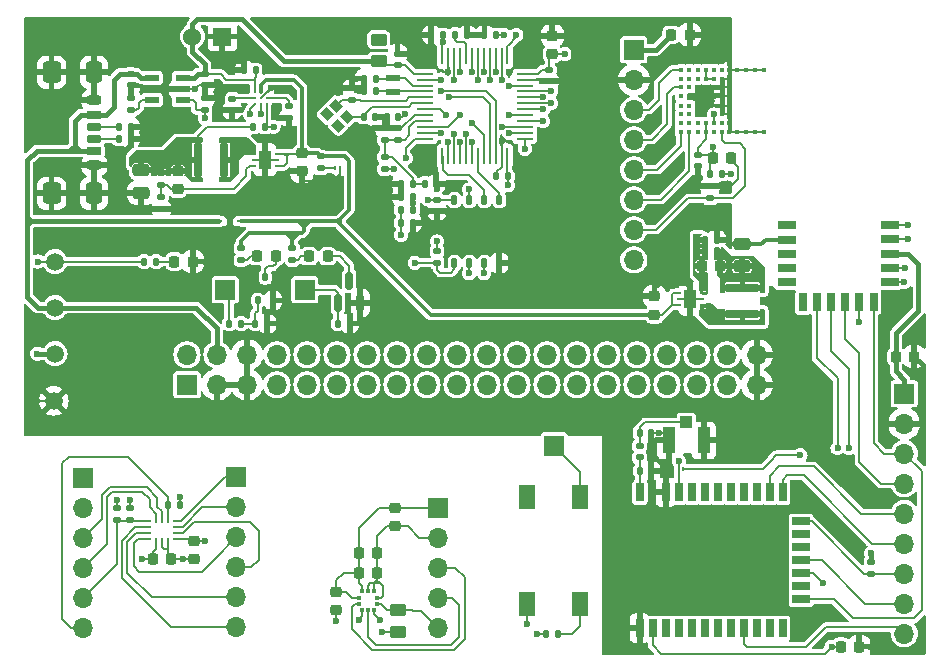
<source format=gbr>
%TF.GenerationSoftware,KiCad,Pcbnew,8.0.7*%
%TF.CreationDate,2025-02-08T18:07:02-05:00*%
%TF.ProjectId,Fallyx_EVK-RevA,46616c6c-7978-45f4-9556-4b2d52657641,rev?*%
%TF.SameCoordinates,Original*%
%TF.FileFunction,Copper,L1,Top*%
%TF.FilePolarity,Positive*%
%FSLAX46Y46*%
G04 Gerber Fmt 4.6, Leading zero omitted, Abs format (unit mm)*
G04 Created by KiCad (PCBNEW 8.0.7) date 2025-02-08 18:07:02*
%MOMM*%
%LPD*%
G01*
G04 APERTURE LIST*
G04 Aperture macros list*
%AMRoundRect*
0 Rectangle with rounded corners*
0 $1 Rounding radius*
0 $2 $3 $4 $5 $6 $7 $8 $9 X,Y pos of 4 corners*
0 Add a 4 corners polygon primitive as box body*
4,1,4,$2,$3,$4,$5,$6,$7,$8,$9,$2,$3,0*
0 Add four circle primitives for the rounded corners*
1,1,$1+$1,$2,$3*
1,1,$1+$1,$4,$5*
1,1,$1+$1,$6,$7*
1,1,$1+$1,$8,$9*
0 Add four rect primitives between the rounded corners*
20,1,$1+$1,$2,$3,$4,$5,0*
20,1,$1+$1,$4,$5,$6,$7,0*
20,1,$1+$1,$6,$7,$8,$9,0*
20,1,$1+$1,$8,$9,$2,$3,0*%
%AMRotRect*
0 Rectangle, with rotation*
0 The origin of the aperture is its center*
0 $1 length*
0 $2 width*
0 $3 Rotation angle, in degrees counterclockwise*
0 Add horizontal line*
21,1,$1,$2,0,0,$3*%
G04 Aperture macros list end*
%TA.AperFunction,SMDPad,CuDef*%
%ADD10R,0.450000X0.350000*%
%TD*%
%TA.AperFunction,SMDPad,CuDef*%
%ADD11R,0.450000X0.250000*%
%TD*%
%TA.AperFunction,SMDPad,CuDef*%
%ADD12R,1.000000X1.600000*%
%TD*%
%TA.AperFunction,SMDPad,CuDef*%
%ADD13R,0.900000X0.100000*%
%TD*%
%TA.AperFunction,SMDPad,CuDef*%
%ADD14R,1.000000X1.050000*%
%TD*%
%TA.AperFunction,SMDPad,CuDef*%
%ADD15R,1.050000X2.200000*%
%TD*%
%TA.AperFunction,SMDPad,CuDef*%
%ADD16RoundRect,0.147500X0.172500X-0.147500X0.172500X0.147500X-0.172500X0.147500X-0.172500X-0.147500X0*%
%TD*%
%TA.AperFunction,SMDPad,CuDef*%
%ADD17R,0.711200X1.498600*%
%TD*%
%TA.AperFunction,SMDPad,CuDef*%
%ADD18R,1.498600X0.711200*%
%TD*%
%TA.AperFunction,SMDPad,CuDef*%
%ADD19R,1.500000X0.700000*%
%TD*%
%TA.AperFunction,SMDPad,CuDef*%
%ADD20R,0.700000X1.500000*%
%TD*%
%TA.AperFunction,SMDPad,CuDef*%
%ADD21RoundRect,0.135000X0.135000X0.185000X-0.135000X0.185000X-0.135000X-0.185000X0.135000X-0.185000X0*%
%TD*%
%TA.AperFunction,SMDPad,CuDef*%
%ADD22RoundRect,0.135000X-0.135000X-0.185000X0.135000X-0.185000X0.135000X0.185000X-0.135000X0.185000X0*%
%TD*%
%TA.AperFunction,SMDPad,CuDef*%
%ADD23RoundRect,0.135000X-0.185000X0.135000X-0.185000X-0.135000X0.185000X-0.135000X0.185000X0.135000X0*%
%TD*%
%TA.AperFunction,SMDPad,CuDef*%
%ADD24R,2.692400X0.800100*%
%TD*%
%TA.AperFunction,SMDPad,CuDef*%
%ADD25R,0.200000X0.350000*%
%TD*%
%TA.AperFunction,SMDPad,CuDef*%
%ADD26RoundRect,0.250000X0.475000X-0.250000X0.475000X0.250000X-0.475000X0.250000X-0.475000X-0.250000X0*%
%TD*%
%TA.AperFunction,SMDPad,CuDef*%
%ADD27RoundRect,0.225000X0.225000X0.250000X-0.225000X0.250000X-0.225000X-0.250000X0.225000X-0.250000X0*%
%TD*%
%TA.AperFunction,SMDPad,CuDef*%
%ADD28RoundRect,0.225000X0.250000X-0.225000X0.250000X0.225000X-0.250000X0.225000X-0.250000X-0.225000X0*%
%TD*%
%TA.AperFunction,SMDPad,CuDef*%
%ADD29RoundRect,0.140000X-0.140000X-0.170000X0.140000X-0.170000X0.140000X0.170000X-0.140000X0.170000X0*%
%TD*%
%TA.AperFunction,SMDPad,CuDef*%
%ADD30RoundRect,0.225000X-0.225000X-0.250000X0.225000X-0.250000X0.225000X0.250000X-0.225000X0.250000X0*%
%TD*%
%TA.AperFunction,SMDPad,CuDef*%
%ADD31RoundRect,0.225000X-0.250000X0.225000X-0.250000X-0.225000X0.250000X-0.225000X0.250000X0.225000X0*%
%TD*%
%TA.AperFunction,SMDPad,CuDef*%
%ADD32RoundRect,0.112500X-0.112500X-0.237500X0.112500X-0.237500X0.112500X0.237500X-0.112500X0.237500X0*%
%TD*%
%TA.AperFunction,ComponentPad*%
%ADD33R,1.700000X1.700000*%
%TD*%
%TA.AperFunction,ComponentPad*%
%ADD34O,1.700000X1.700000*%
%TD*%
%TA.AperFunction,SMDPad,CuDef*%
%ADD35RoundRect,0.150000X0.150000X-0.587500X0.150000X0.587500X-0.150000X0.587500X-0.150000X-0.587500X0*%
%TD*%
%TA.AperFunction,SMDPad,CuDef*%
%ADD36RoundRect,0.140000X-0.170000X0.140000X-0.170000X-0.140000X0.170000X-0.140000X0.170000X0.140000X0*%
%TD*%
%TA.AperFunction,SMDPad,CuDef*%
%ADD37RoundRect,0.140000X0.170000X-0.140000X0.170000X0.140000X-0.170000X0.140000X-0.170000X-0.140000X0*%
%TD*%
%TA.AperFunction,ComponentPad*%
%ADD38R,1.524000X1.524000*%
%TD*%
%TA.AperFunction,ComponentPad*%
%ADD39C,1.524000*%
%TD*%
%TA.AperFunction,SMDPad,CuDef*%
%ADD40RoundRect,0.250000X-0.450000X0.262500X-0.450000X-0.262500X0.450000X-0.262500X0.450000X0.262500X0*%
%TD*%
%TA.AperFunction,SMDPad,CuDef*%
%ADD41RoundRect,0.140000X0.140000X0.170000X-0.140000X0.170000X-0.140000X-0.170000X0.140000X-0.170000X0*%
%TD*%
%TA.AperFunction,SMDPad,CuDef*%
%ADD42R,0.330200X0.304800*%
%TD*%
%TA.AperFunction,SMDPad,CuDef*%
%ADD43R,0.304800X0.330200*%
%TD*%
%TA.AperFunction,SMDPad,CuDef*%
%ADD44RoundRect,0.218750X0.218750X0.256250X-0.218750X0.256250X-0.218750X-0.256250X0.218750X-0.256250X0*%
%TD*%
%TA.AperFunction,SMDPad,CuDef*%
%ADD45C,1.500000*%
%TD*%
%TA.AperFunction,SMDPad,CuDef*%
%ADD46R,0.790000X0.270000*%
%TD*%
%TA.AperFunction,SMDPad,CuDef*%
%ADD47RoundRect,0.135000X0.185000X-0.135000X0.185000X0.135000X-0.185000X0.135000X-0.185000X-0.135000X0*%
%TD*%
%TA.AperFunction,SMDPad,CuDef*%
%ADD48RoundRect,0.125000X0.125000X-0.262500X0.125000X0.262500X-0.125000X0.262500X-0.125000X-0.262500X0*%
%TD*%
%TA.AperFunction,HeatsinkPad*%
%ADD49R,4.000000X3.400000*%
%TD*%
%TA.AperFunction,SMDPad,CuDef*%
%ADD50R,1.473200X0.279400*%
%TD*%
%TA.AperFunction,SMDPad,CuDef*%
%ADD51R,0.279400X1.473200*%
%TD*%
%TA.AperFunction,SMDPad,CuDef*%
%ADD52RoundRect,0.175000X-0.425000X0.175000X-0.425000X-0.175000X0.425000X-0.175000X0.425000X0.175000X0*%
%TD*%
%TA.AperFunction,SMDPad,CuDef*%
%ADD53RoundRect,0.190000X0.410000X-0.190000X0.410000X0.190000X-0.410000X0.190000X-0.410000X-0.190000X0*%
%TD*%
%TA.AperFunction,SMDPad,CuDef*%
%ADD54RoundRect,0.200000X0.400000X-0.200000X0.400000X0.200000X-0.400000X0.200000X-0.400000X-0.200000X0*%
%TD*%
%TA.AperFunction,SMDPad,CuDef*%
%ADD55RoundRect,0.175000X0.425000X-0.175000X0.425000X0.175000X-0.425000X0.175000X-0.425000X-0.175000X0*%
%TD*%
%TA.AperFunction,SMDPad,CuDef*%
%ADD56RoundRect,0.190000X-0.410000X0.190000X-0.410000X-0.190000X0.410000X-0.190000X0.410000X0.190000X0*%
%TD*%
%TA.AperFunction,SMDPad,CuDef*%
%ADD57RoundRect,0.200000X-0.400000X0.200000X-0.400000X-0.200000X0.400000X-0.200000X0.400000X0.200000X0*%
%TD*%
%TA.AperFunction,SMDPad,CuDef*%
%ADD58RoundRect,0.250000X-0.425000X0.650000X-0.425000X-0.650000X0.425000X-0.650000X0.425000X0.650000X0*%
%TD*%
%TA.AperFunction,SMDPad,CuDef*%
%ADD59RoundRect,0.250000X-0.500000X0.650000X-0.500000X-0.650000X0.500000X-0.650000X0.500000X0.650000X0*%
%TD*%
%TA.AperFunction,SMDPad,CuDef*%
%ADD60R,1.200000X0.600000*%
%TD*%
%TA.AperFunction,SMDPad,CuDef*%
%ADD61RoundRect,0.250000X-0.475000X0.250000X-0.475000X-0.250000X0.475000X-0.250000X0.475000X0.250000X0*%
%TD*%
%TA.AperFunction,SMDPad,CuDef*%
%ADD62R,1.400000X2.100000*%
%TD*%
%TA.AperFunction,SMDPad,CuDef*%
%ADD63R,0.475000X0.250000*%
%TD*%
%TA.AperFunction,SMDPad,CuDef*%
%ADD64R,0.250000X0.475000*%
%TD*%
%TA.AperFunction,SMDPad,CuDef*%
%ADD65R,0.800100X2.692400*%
%TD*%
%TA.AperFunction,SMDPad,CuDef*%
%ADD66C,0.245000*%
%TD*%
%TA.AperFunction,SMDPad,CuDef*%
%ADD67R,0.400000X0.400000*%
%TD*%
%TA.AperFunction,SMDPad,CuDef*%
%ADD68R,0.400000X0.300000*%
%TD*%
%TA.AperFunction,SMDPad,CuDef*%
%ADD69R,1.270000X0.558800*%
%TD*%
%TA.AperFunction,SMDPad,CuDef*%
%ADD70RotRect,0.850000X0.750000X135.000000*%
%TD*%
%TA.AperFunction,ViaPad*%
%ADD71C,0.600000*%
%TD*%
%TA.AperFunction,Conductor*%
%ADD72C,0.500000*%
%TD*%
%TA.AperFunction,Conductor*%
%ADD73C,0.400000*%
%TD*%
%TA.AperFunction,Conductor*%
%ADD74C,0.200000*%
%TD*%
%TA.AperFunction,Conductor*%
%ADD75C,0.180000*%
%TD*%
%TA.AperFunction,Conductor*%
%ADD76C,0.300000*%
%TD*%
%TA.AperFunction,Conductor*%
%ADD77C,0.160000*%
%TD*%
G04 APERTURE END LIST*
D10*
%TO.P,U10,1,LX*%
%TO.N,/Fallyx_EVK_6/LX2.5*%
X157550000Y-89950000D03*
D11*
%TO.P,U10,2,VSS_1*%
%TO.N,GND*%
X157550000Y-89400000D03*
%TO.P,U10,3,VOUT(FB)*%
%TO.N,Net-(U10-VOUT(FB))*%
X157550000Y-88900000D03*
%TO.P,U10,4,CE/MODE*%
%TO.N,V_IN*%
X155600000Y-88900000D03*
%TO.P,U10,5,VSS_2*%
%TO.N,GND*%
X155600000Y-89400000D03*
%TO.P,U10,6,VIN*%
%TO.N,V_IN*%
X155600000Y-89900000D03*
D12*
%TO.P,U10,7,EP_1*%
%TO.N,GND*%
X156575000Y-89400000D03*
D13*
%TO.P,U10,8,EP_2*%
X156575000Y-88550000D03*
%TO.P,U10,9,EP_3*%
X156575000Y-90250000D03*
%TD*%
D10*
%TO.P,U1,1,LX*%
%TO.N,/Fallyx_EVK_6/LX*%
X119601450Y-77050000D03*
D11*
%TO.P,U1,2,VSS_1*%
%TO.N,GND*%
X119601450Y-77600000D03*
%TO.P,U1,3,VOUT(FB)*%
%TO.N,Net-(U1-VOUT(FB))*%
X119601450Y-78100000D03*
%TO.P,U1,4,CE/MODE*%
%TO.N,V_IN*%
X121551450Y-78100000D03*
%TO.P,U1,5,VSS_2*%
%TO.N,GND*%
X121551450Y-77600000D03*
%TO.P,U1,6,VIN*%
%TO.N,V_IN*%
X121551450Y-77100000D03*
D12*
%TO.P,U1,7,EP_1*%
%TO.N,GND*%
X120576450Y-77600000D03*
D13*
%TO.P,U1,8,EP_2*%
X120576450Y-78450000D03*
%TO.P,U1,9,EP_3*%
X120576450Y-76750000D03*
%TD*%
D14*
%TO.P,J9,SIG*%
%TO.N,Net-(C42-Pad1)*%
X156250000Y-99825000D03*
D15*
%TO.P,J9,G1*%
%TO.N,GND*%
X157725000Y-101350000D03*
%TO.P,J9,G2*%
X154775000Y-101350000D03*
%TD*%
D16*
%TO.P,L2,1*%
%TO.N,BLE2_ANT*%
X152300000Y-102785000D03*
%TO.P,L2,2*%
%TO.N,Net-(C42-Pad1)*%
X152300000Y-101815000D03*
%TD*%
D17*
%TO.P,U9,22,P3_1*%
%TO.N,unconnected-(U9-P3_1-Pad22)*%
X162200565Y-105749440D03*
%TO.P,U9,23,P3_2*%
%TO.N,unconnected-(U9-P3_2-Pad23)*%
X161100745Y-105749440D03*
%TO.P,U9,12,P1_3/SDA*%
%TO.N,BLE2_P1_3*%
X164400205Y-117250560D03*
%TO.P,U9,11,P1_2/SCL*%
%TO.N,BLE2_P1_2*%
X163300385Y-117250560D03*
%TO.P,U9,20,HCI_RXD*%
%TO.N,BLE2_RX*%
X164400205Y-105749440D03*
%TO.P,U9,21,HCI_TXD*%
%TO.N,BLE2_TX*%
X163300385Y-105749440D03*
%TO.P,U9,25,P3_4*%
%TO.N,unconnected-(U9-P3_4-Pad25)*%
X158901105Y-105749440D03*
%TO.P,U9,7,P2_3*%
%TO.N,unconnected-(U9-P2_3-Pad7)*%
X158901105Y-117250560D03*
%TO.P,U9,10,P1_1*%
%TO.N,unconnected-(U9-P1_1-Pad10)*%
X162200565Y-117250560D03*
%TO.P,U9,9,P2_7/TX_IND*%
%TO.N,BLE2_P2_7*%
X161100745Y-117250560D03*
%TO.P,U9,24,P3_3*%
%TO.N,unconnected-(U9-P3_3-Pad24)*%
X160000925Y-105749440D03*
%TO.P,U9,8,BK_O*%
%TO.N,unconnected-(U9-BK_O-Pad8)*%
X160000925Y-117250560D03*
%TO.P,U9,6,ULPC_O*%
%TO.N,unconnected-(U9-ULPC_O-Pad6)*%
X157801285Y-117250560D03*
%TO.P,U9,5,VDD_IO*%
%TO.N,unconnected-(U9-VDD_IO-Pad5)*%
X156701465Y-117250560D03*
%TO.P,U9,26,P3_5*%
%TO.N,unconnected-(U9-P3_5-Pad26)*%
X157801285Y-105749440D03*
%TO.P,U9,27,P0_7*%
%TO.N,unconnected-(U9-P0_7-Pad27)*%
X156701465Y-105749440D03*
%TO.P,U9,28,P0_2/LED*%
%TO.N,BLE2_P0_2*%
X155601645Y-105749440D03*
%TO.P,U9,30,BT_RF*%
%TO.N,BLE2_ANT*%
X152302185Y-105749440D03*
%TO.P,U9,4,VDD_IO*%
%TO.N,unconnected-(U9-VDD_IO-Pad4)*%
X155601645Y-117250560D03*
%TO.P,U9,29,GND*%
%TO.N,GND*%
X154501825Y-105749440D03*
D18*
%TO.P,U9,19,RST_N*%
%TO.N,BLE2_RST_N*%
X165953415Y-108200540D03*
%TO.P,U9,18,NC*%
%TO.N,unconnected-(U9-NC-Pad18)*%
X165953415Y-109300360D03*
%TO.P,U9,17,P2_4*%
%TO.N,unconnected-(U9-P2_4-Pad17)*%
X165953415Y-110400180D03*
%TO.P,U9,16,P2_0/MODE*%
%TO.N,BLE2_P2_0*%
X165953415Y-111500000D03*
%TO.P,U9,15,P3_6/RTS*%
%TO.N,BLE2_P3_6*%
X165953415Y-112599820D03*
%TO.P,U9,14,P1_0*%
%TO.N,unconnected-(U9-P1_0-Pad14)*%
X165953415Y-113699640D03*
%TO.P,U9,13,P0_0/CTS*%
%TO.N,BLE2_CTS*%
X165953415Y-114799460D03*
D17*
%TO.P,U9,3,P2_2*%
%TO.N,unconnected-(U9-P2_2-Pad3)*%
X154501825Y-117250560D03*
%TO.P,U9,2,VBAT*%
%TO.N,BLE2_VDD*%
X153402005Y-117250560D03*
%TO.P,U9,1,GND*%
%TO.N,GND*%
X152302185Y-117250560D03*
%TD*%
D19*
%TO.P,U8,1,NC*%
%TO.N,unconnected-(U8-NC-Pad1)*%
X164750000Y-83150000D03*
%TO.P,U8,2,GND*%
%TO.N,GND*%
X164750000Y-84350000D03*
%TO.P,U8,3,P1_2*%
%TO.N,BLE2_P1_2*%
X164750000Y-85550000D03*
%TO.P,U8,4,P1_3*%
%TO.N,BLE2_P1_3*%
X164750000Y-86750000D03*
%TO.P,U8,5,P1_7*%
%TO.N,BLE2_P1_7*%
X164750000Y-87950000D03*
D20*
%TO.P,U8,6,P1_6*%
%TO.N,BLE2_P1_6*%
X166100000Y-89650000D03*
%TO.P,U8,7,UART_RX*%
%TO.N,BLE2_RX*%
X167300000Y-89650000D03*
%TO.P,U8,8,UART_TX*%
%TO.N,BLE2_TX*%
X168500000Y-89650000D03*
%TO.P,U8,9,P3_6*%
%TO.N,BLE2_P3_6*%
X169700000Y-89650000D03*
%TO.P,U8,10,RST_N*%
%TO.N,BLE2_RST_N*%
X170900000Y-89650000D03*
%TO.P,U8,11,P0_0*%
%TO.N,BLE2_CTS*%
X172100000Y-89650000D03*
D19*
%TO.P,U8,12,P0_2*%
%TO.N,BLE2_P0_2*%
X173450000Y-87950000D03*
%TO.P,U8,13,GND*%
%TO.N,GND*%
X173450000Y-86750000D03*
%TO.P,U8,14,VBAT*%
%TO.N,BLE2_VDD*%
X173450000Y-85550000D03*
%TO.P,U8,15,P2_7*%
%TO.N,BLE2_P2_7*%
X173450000Y-84300000D03*
%TO.P,U8,16,P2_0*%
%TO.N,BLE2_P2_0*%
X173450000Y-83150000D03*
%TD*%
D21*
%TO.P,R32,1*%
%TO.N,GND*%
X158810000Y-84350000D03*
%TO.P,R32,2*%
%TO.N,Net-(U10-VOUT(FB))*%
X157790000Y-84350000D03*
%TD*%
D22*
%TO.P,R31,1*%
%TO.N,Net-(U10-VOUT(FB))*%
X157790000Y-85350000D03*
%TO.P,R31,2*%
%TO.N,BLE2_VDD*%
X158810000Y-85350000D03*
%TD*%
D23*
%TO.P,R19,1*%
%TO.N,GND*%
X158250000Y-79840000D03*
%TO.P,R19,2*%
%TO.N,BLE_WAKE*%
X158250000Y-80860000D03*
%TD*%
D24*
%TO.P,L3,1*%
%TO.N,/Fallyx_EVK_6/LX2.5*%
X161000000Y-90650000D03*
%TO.P,L3,2*%
%TO.N,BLE2_VDD*%
X161000000Y-88452900D03*
%TD*%
D25*
%TO.P,D6,1*%
%TO.N,BLE2_P0_2*%
X155600000Y-103750000D03*
%TO.P,D6,2*%
%TO.N,BLE2_VDD*%
X156000000Y-103750000D03*
%TD*%
D26*
%TO.P,C46,1*%
%TO.N,BLE2_VDD*%
X160950000Y-86600000D03*
%TO.P,C46,2*%
%TO.N,GND*%
X160950000Y-84700000D03*
%TD*%
D27*
%TO.P,C45,1*%
%TO.N,BLE2_VDD*%
X159100000Y-86600000D03*
%TO.P,C45,2*%
%TO.N,Net-(U10-VOUT(FB))*%
X157550000Y-86600000D03*
%TD*%
D28*
%TO.P,C44,1*%
%TO.N,V_IN*%
X153550000Y-90700000D03*
%TO.P,C44,2*%
%TO.N,GND*%
X153550000Y-89150000D03*
%TD*%
D29*
%TO.P,C43,1*%
%TO.N,BLE2_ANT*%
X152320000Y-103900000D03*
%TO.P,C43,2*%
%TO.N,GND*%
X153280000Y-103900000D03*
%TD*%
%TO.P,C42,1*%
%TO.N,Net-(C42-Pad1)*%
X152300000Y-100700000D03*
%TO.P,C42,2*%
%TO.N,GND*%
X153260000Y-100700000D03*
%TD*%
D30*
%TO.P,C34,1*%
%TO.N,1V8*%
X154975000Y-67000000D03*
%TO.P,C34,2*%
%TO.N,GND*%
X156525000Y-67000000D03*
%TD*%
D31*
%TO.P,C33,1*%
%TO.N,1V8*%
X131600000Y-107075000D03*
%TO.P,C33,2*%
%TO.N,GND*%
X131600000Y-108625000D03*
%TD*%
D22*
%TO.P,R15,1*%
%TO.N,1V8*%
X158240000Y-78800000D03*
%TO.P,R15,2*%
%TO.N,BLE_RESET*%
X159260000Y-78800000D03*
%TD*%
D25*
%TO.P,D4,1*%
%TO.N,GND*%
X126900000Y-78300000D03*
%TO.P,D4,2*%
%TO.N,Net-(D4-Pad2)*%
X126500000Y-78300000D03*
%TD*%
D30*
%TO.P,C27,1*%
%TO.N,1V8*%
X158475000Y-77450000D03*
%TO.P,C27,2*%
%TO.N,GND*%
X160025000Y-77450000D03*
%TD*%
D32*
%TO.P,Q1,1,G*%
%TO.N,Net-(Q1-G)*%
X119950000Y-89500000D03*
%TO.P,Q1,2,S*%
%TO.N,GND*%
X121250000Y-89500000D03*
%TO.P,Q1,3,D*%
%TO.N,Net-(D3-K)*%
X120600000Y-87500000D03*
%TD*%
D22*
%TO.P,R22,1*%
%TO.N,Net-(Q1-G)*%
X119740000Y-91450000D03*
%TO.P,R22,2*%
%TO.N,GND*%
X120760000Y-91450000D03*
%TD*%
D31*
%TO.P,C3,1*%
%TO.N,1V8*%
X113200000Y-78500000D03*
%TO.P,C3,2*%
%TO.N,Net-(U1-VOUT(FB))*%
X113200000Y-80050000D03*
%TD*%
D33*
%TO.P,J4,1,Pin_1*%
%TO.N,1V8*%
X151800000Y-68270000D03*
D34*
%TO.P,J4,2,Pin_2*%
%TO.N,GND*%
X151800000Y-70810000D03*
%TO.P,J4,3,Pin_3*%
%TO.N,BLE_SWD*%
X151800000Y-73350000D03*
%TO.P,J4,4,Pin_4*%
%TO.N,BLE_CLK*%
X151800000Y-75890000D03*
%TO.P,J4,5,Pin_5*%
%TO.N,BLE_UART_TX*%
X151800000Y-78430000D03*
%TO.P,J4,6,Pin_6*%
%TO.N,BLE_UART_RX*%
X151800000Y-80970000D03*
%TO.P,J4,7,Pin_7*%
%TO.N,BLE_WAKE*%
X151800000Y-83510000D03*
%TO.P,J4,8,Pin_8*%
%TO.N,BLE_RESET*%
X151800000Y-86050000D03*
%TD*%
D35*
%TO.P,Q2,1,B*%
%TO.N,Net-(J8-Pin_1)*%
X126750000Y-89687500D03*
%TO.P,Q2,2,E*%
%TO.N,GND*%
X128650000Y-89687500D03*
%TO.P,Q2,3,C*%
%TO.N,Net-(D2-K)*%
X127700000Y-87812500D03*
%TD*%
D36*
%TO.P,C28,1*%
%TO.N,1V8*%
X157200000Y-77170000D03*
%TO.P,C28,2*%
%TO.N,GND*%
X157200000Y-78130000D03*
%TD*%
D21*
%TO.P,R16,1*%
%TO.N,GND*%
X109210000Y-75800000D03*
%TO.P,R16,2*%
%TO.N,Net-(J6-CC2)*%
X108190000Y-75800000D03*
%TD*%
D31*
%TO.P,C2,1*%
%TO.N,V_IN*%
X123701450Y-77025000D03*
%TO.P,C2,2*%
%TO.N,GND*%
X123701450Y-78575000D03*
%TD*%
D37*
%TO.P,C35,1*%
%TO.N,VBAT*%
X131792462Y-69557538D03*
%TO.P,C35,2*%
%TO.N,GND*%
X131792462Y-68597538D03*
%TD*%
D29*
%TO.P,C26,1*%
%TO.N,/Fallyx_EVK_4/STM_VDDA*%
X134112462Y-79607538D03*
%TO.P,C26,2*%
%TO.N,GND*%
X135072462Y-79607538D03*
%TD*%
D38*
%TO.P,J5,01,01*%
%TO.N,GND*%
X116970000Y-67150000D03*
D39*
%TO.P,J5,02,02*%
%TO.N,VBAT*%
X114430000Y-67150000D03*
%TD*%
D40*
%TO.P,R1,1*%
%TO.N,ILP_CS*%
X131799874Y-115742401D03*
%TO.P,R1,2*%
%TO.N,1V8*%
X131799874Y-117567401D03*
%TD*%
D30*
%TO.P,C41,1*%
%TO.N,BLE2_VDD*%
X169325000Y-118800000D03*
%TO.P,C41,2*%
%TO.N,GND*%
X170875000Y-118800000D03*
%TD*%
D23*
%TO.P,R24,1*%
%TO.N,V_IN*%
X118550000Y-85040000D03*
%TO.P,R24,2*%
%TO.N,Net-(D3-A)*%
X118550000Y-86060000D03*
%TD*%
D33*
%TO.P,J12,1,Pin_1*%
%TO.N,1V8*%
X113975000Y-96625000D03*
D34*
%TO.P,J12,2,Pin_2*%
X113975000Y-94085000D03*
%TO.P,J12,3,Pin_3*%
%TO.N,GND*%
X116515000Y-96625000D03*
%TO.P,J12,4,Pin_4*%
%TO.N,5V_USB*%
X116515000Y-94085000D03*
%TO.P,J12,5,Pin_5*%
%TO.N,GND*%
X119055000Y-96625000D03*
%TO.P,J12,6,Pin_6*%
X119055000Y-94085000D03*
%TO.P,J12,7,Pin_7*%
%TO.N,unconnected-(J12-Pin_7-Pad7)*%
X121595000Y-96625000D03*
%TO.P,J12,8,Pin_8*%
%TO.N,BLE_UART_TX*%
X121595000Y-94085000D03*
%TO.P,J12,9,Pin_9*%
%TO.N,PC13*%
X124135000Y-96625000D03*
%TO.P,J12,10,Pin_10*%
%TO.N,BLE_UART_RX*%
X124135000Y-94085000D03*
%TO.P,J12,11,Pin_11*%
%TO.N,unconnected-(J12-Pin_11-Pad11)*%
X126675000Y-96625000D03*
%TO.P,J12,12,Pin_12*%
%TO.N,unconnected-(J12-Pin_12-Pad12)*%
X126675000Y-94085000D03*
%TO.P,J12,13,Pin_13*%
%TO.N,unconnected-(J12-Pin_13-Pad13)*%
X129215000Y-96625000D03*
%TO.P,J12,14,Pin_14*%
%TO.N,unconnected-(J12-Pin_14-Pad14)*%
X129215000Y-94085000D03*
%TO.P,J12,15,Pin_15*%
%TO.N,GPOUT*%
X131755000Y-96625000D03*
%TO.P,J12,16,Pin_16*%
%TO.N,STM_nRST*%
X131755000Y-94085000D03*
%TO.P,J12,17,Pin_17*%
%TO.N,PA4*%
X134295000Y-96625000D03*
%TO.P,J12,18,Pin_18*%
%TO.N,PA1*%
X134295000Y-94085000D03*
%TO.P,J12,19,Pin_19*%
%TO.N,I2C1_SDA*%
X136835000Y-96625000D03*
%TO.P,J12,20,Pin_20*%
%TO.N,SPI1_SCK*%
X136835000Y-94085000D03*
%TO.P,J12,21,Pin_21*%
%TO.N,PB12*%
X139375000Y-96625000D03*
%TO.P,J12,22,Pin_22*%
%TO.N,I2C1_SCL*%
X139375000Y-94085000D03*
%TO.P,J12,23,Pin_23*%
%TO.N,SPI2_MISO*%
X141915000Y-96625000D03*
%TO.P,J12,24,Pin_24*%
%TO.N,SPI2_SCK*%
X141915000Y-94085000D03*
%TO.P,J12,25,Pin_25*%
%TO.N,PA8*%
X144455000Y-96625000D03*
%TO.P,J12,26,Pin_26*%
%TO.N,SPI2_MOSI*%
X144455000Y-94085000D03*
%TO.P,J12,27,Pin_27*%
%TO.N,PA10*%
X146995000Y-96625000D03*
%TO.P,J12,28,Pin_28*%
%TO.N,PA9*%
X146995000Y-94085000D03*
%TO.P,J12,29,Pin_29*%
%TO.N,PA12*%
X149535000Y-96625000D03*
%TO.P,J12,30,Pin_30*%
%TO.N,PA11*%
X149535000Y-94085000D03*
%TO.P,J12,31,Pin_31*%
%TO.N,JTMS_SWCLK*%
X152075000Y-96625000D03*
%TO.P,J12,32,Pin_32*%
%TO.N,JTMS_SWDIO*%
X152075000Y-94085000D03*
%TO.P,J12,33,Pin_33*%
%TO.N,BLE_RESET*%
X154615000Y-96625000D03*
%TO.P,J12,34,Pin_34*%
%TO.N,PA15*%
X154615000Y-94085000D03*
%TO.P,J12,35,Pin_35*%
%TO.N,PB5*%
X157155000Y-96625000D03*
%TO.P,J12,36,Pin_36*%
%TO.N,BLE_WAKE*%
X157155000Y-94085000D03*
%TO.P,J12,37,Pin_37*%
%TO.N,PB7*%
X159695000Y-96625000D03*
%TO.P,J12,38,Pin_38*%
%TO.N,PB6*%
X159695000Y-94085000D03*
%TO.P,J12,39,Pin_39*%
%TO.N,GND*%
X162235000Y-96625000D03*
%TO.P,J12,40,Pin_40*%
X162235000Y-94085000D03*
%TD*%
D41*
%TO.P,C16,1*%
%TO.N,1V8*%
X131842462Y-73957538D03*
%TO.P,C16,2*%
%TO.N,GND*%
X130882462Y-73957538D03*
%TD*%
D33*
%TO.P,J13,1,Pin_1*%
%TO.N,BLE2_VDD*%
X174700000Y-97380000D03*
D34*
%TO.P,J13,2,Pin_2*%
%TO.N,GND*%
X174700000Y-99920000D03*
%TO.P,J13,3,Pin_3*%
%TO.N,BLE2_CTS*%
X174700000Y-102460000D03*
%TO.P,J13,4,Pin_4*%
%TO.N,BLE2_P3_6*%
X174700000Y-105000000D03*
%TO.P,J13,5,Pin_5*%
%TO.N,BLE2_TX*%
X174700000Y-107540000D03*
%TO.P,J13,6,Pin_6*%
%TO.N,BLE2_RX*%
X174700000Y-110080000D03*
%TO.P,J13,7,Pin_7*%
%TO.N,BLE2_RST_N*%
X174700000Y-112620000D03*
%TO.P,J13,8,Pin_8*%
%TO.N,BLE2_P2_0*%
X174700000Y-115160000D03*
%TO.P,J13,9,Pin_9*%
%TO.N,BLE2_P2_7*%
X174700000Y-117700000D03*
%TD*%
D30*
%TO.P,C40,1*%
%TO.N,BLE2_VDD*%
X173975000Y-94250000D03*
%TO.P,C40,2*%
%TO.N,GND*%
X175525000Y-94250000D03*
%TD*%
D42*
%TO.P,U2,1,VDD_IO*%
%TO.N,1V8*%
X128515099Y-114669937D03*
%TO.P,U2,2,SCL/SPC*%
%TO.N,ILP_SCL*%
X128515099Y-115170063D03*
D43*
%TO.P,U2,3,RES*%
%TO.N,GND*%
X128799874Y-115704901D03*
%TO.P,U2,4,SDA/SDI/SDO*%
%TO.N,ILP_SDA*%
X129300000Y-115704901D03*
%TO.P,U2,5,AH2*%
%TO.N,GND*%
X129800126Y-115704901D03*
D42*
%TO.P,U2,6,CS*%
%TO.N,ILP_CS*%
X130084901Y-115170063D03*
%TO.P,U2,7,AH1*%
%TO.N,GND*%
X130084901Y-114669937D03*
D43*
%TO.P,U2,8,GND_IO*%
X129800126Y-114135099D03*
%TO.P,U2,9,GND*%
X129300000Y-114135099D03*
%TO.P,U2,10,VDD*%
%TO.N,1V8*%
X128799874Y-114135099D03*
%TD*%
D29*
%TO.P,C38,1*%
%TO.N,STM_nRST*%
X132112462Y-82907538D03*
%TO.P,C38,2*%
%TO.N,GND*%
X133072462Y-82907538D03*
%TD*%
D44*
%TO.P,D2,1,K*%
%TO.N,Net-(D2-K)*%
X125875000Y-85750000D03*
%TO.P,D2,2,A*%
%TO.N,Net-(D2-A)*%
X124300000Y-85750000D03*
%TD*%
D36*
%TO.P,C21,1*%
%TO.N,1V8*%
X144650000Y-69970000D03*
%TO.P,C21,2*%
%TO.N,GND*%
X144650000Y-70930000D03*
%TD*%
D45*
%TO.P,TP4,1,1*%
%TO.N,GND*%
X102700000Y-98000000D03*
%TD*%
D46*
%TO.P,D5,1,K*%
%TO.N,V_IN*%
X118565000Y-82800000D03*
%TO.P,D5,2,A*%
%TO.N,5V_USB*%
X116635000Y-82800000D03*
%TD*%
D41*
%TO.P,C19,1*%
%TO.N,1V8*%
X140114924Y-67000000D03*
%TO.P,C19,2*%
%TO.N,GND*%
X139154924Y-67000000D03*
%TD*%
D47*
%TO.P,R8,1*%
%TO.N,/Fallyx_EVK_3/BMI_SDO*%
X109125000Y-108120000D03*
%TO.P,R8,2*%
%TO.N,1V8*%
X109125000Y-107100000D03*
%TD*%
D33*
%TO.P,J7,1,Pin_1*%
%TO.N,Net-(J7-Pin_1)*%
X117200000Y-88600000D03*
%TD*%
D48*
%TO.P,U5,1,~{CS}*%
%TO.N,QSPI_BK1_NCS*%
X136595000Y-86312500D03*
%TO.P,U5,2,SO/SIO1*%
%TO.N,QSPI_BK1_IO1*%
X137865000Y-86312500D03*
%TO.P,U5,3,~{WP}/SIO2*%
%TO.N,QSPI_BK1_IO2*%
X139135000Y-86312500D03*
%TO.P,U5,4,GND*%
%TO.N,GND*%
X140405000Y-86312500D03*
%TO.P,U5,5,SI/SIO0*%
%TO.N,QSPI_BK1_IO0*%
X140405000Y-80987500D03*
%TO.P,U5,6,SCLK*%
%TO.N,QSPI_BK1_CLK*%
X139135000Y-80987500D03*
%TO.P,U5,7,~{RESET}/SIO3*%
%TO.N,QSPI_BK1_IO3*%
X137865000Y-80987500D03*
%TO.P,U5,8,VCC*%
%TO.N,1V8*%
X136595000Y-80987500D03*
D49*
%TO.P,U5,9,GND*%
%TO.N,GND*%
X138500000Y-83650000D03*
%TD*%
D47*
%TO.P,R14,1*%
%TO.N,QSPI_BK1_NCS*%
X135145000Y-86307500D03*
%TO.P,R14,2*%
%TO.N,1V8*%
X135145000Y-85287500D03*
%TD*%
D41*
%TO.P,C20,1*%
%TO.N,1V8*%
X135614924Y-67000000D03*
%TO.P,C20,2*%
%TO.N,GND*%
X134654924Y-67000000D03*
%TD*%
D21*
%TO.P,R7,1*%
%TO.N,GPOUT*%
X120610000Y-74800000D03*
%TO.P,R7,2*%
%TO.N,1V8*%
X119590000Y-74800000D03*
%TD*%
D36*
%TO.P,C29,1*%
%TO.N,5V_USB*%
X109200000Y-70320000D03*
%TO.P,C29,2*%
%TO.N,GND*%
X109200000Y-71280000D03*
%TD*%
D50*
%TO.P,U4,1,VBAT*%
%TO.N,VBAT*%
X134133600Y-70300000D03*
%TO.P,U4,2,PC13*%
%TO.N,PC13*%
X134133600Y-70799999D03*
%TO.P,U4,3,PC14-OSC32_IN*%
%TO.N,STM_RTC_N*%
X134133600Y-71300001D03*
%TO.P,U4,4,PC15-OSC32_OUT*%
%TO.N,STM_RTC_P*%
X134133600Y-71800000D03*
%TO.P,U4,5,PH0-OSC_OUT*%
%TO.N,STM_HS_N*%
X134133600Y-72299999D03*
%TO.P,U4,6,PH1-OSC_OUT*%
%TO.N,STM_HS_P*%
X134133600Y-72800000D03*
%TO.P,U4,7,NRST*%
%TO.N,Net-(U4A-NRST)*%
X134133600Y-73300000D03*
%TO.P,U4,8,VSSA/VREF-*%
%TO.N,GND*%
X134133600Y-73800001D03*
%TO.P,U4,9,VDDA/VREF+*%
%TO.N,/Fallyx_EVK_4/STM_VDDA*%
X134133600Y-74300000D03*
%TO.P,U4,10,PA0*%
%TO.N,MCP_STAT*%
X134133600Y-74799999D03*
%TO.P,U4,11,PA1*%
%TO.N,PA1*%
X134133600Y-75300001D03*
%TO.P,U4,12,PA2*%
%TO.N,QSPI_BK1_NCS*%
X134133600Y-75800000D03*
D51*
%TO.P,U4,13,PA3*%
%TO.N,QSPI_BK1_CLK*%
X135600000Y-77266400D03*
%TO.P,U4,14,PA4*%
%TO.N,PA4*%
X136099999Y-77266400D03*
%TO.P,U4,15,PA5*%
%TO.N,SPI1_SCK*%
X136600001Y-77266400D03*
%TO.P,U4,16,PA6*%
%TO.N,QSPI_BK1_IO3*%
X137100000Y-77266400D03*
%TO.P,U4,17,PA7*%
%TO.N,QSPI_BK1_IO2*%
X137599999Y-77266400D03*
%TO.P,U4,18,PB0*%
%TO.N,QSPI_BK1_IO1*%
X138100000Y-77266400D03*
%TO.P,U4,19,PB1*%
%TO.N,QSPI_BK1_IO0*%
X138600000Y-77266400D03*
%TO.P,U4,20,PB2*%
%TO.N,GPOUT*%
X139100001Y-77266400D03*
%TO.P,U4,21,PB10*%
%TO.N,BLE_UART_RX*%
X139600000Y-77266400D03*
%TO.P,U4,22,PB11*%
%TO.N,BLE_UART_TX*%
X140099999Y-77266400D03*
%TO.P,U4,23,VSS*%
%TO.N,GND*%
X140600001Y-77266400D03*
%TO.P,U4,24,VDD*%
%TO.N,1V8*%
X141100000Y-77266400D03*
D50*
%TO.P,U4,25,PB12*%
%TO.N,PB12*%
X142566400Y-75800000D03*
%TO.P,U4,26,PB13*%
%TO.N,SPI2_SCK*%
X142566400Y-75300001D03*
%TO.P,U4,27,PB14*%
%TO.N,SPI2_MISO*%
X142566400Y-74799999D03*
%TO.P,U4,28,PB15*%
%TO.N,SPI2_MOSI*%
X142566400Y-74300000D03*
%TO.P,U4,29,PA8*%
%TO.N,PA8*%
X142566400Y-73800001D03*
%TO.P,U4,30,PA9*%
%TO.N,PA9*%
X142566400Y-73300000D03*
%TO.P,U4,31,PA10*%
%TO.N,PA10*%
X142566400Y-72800000D03*
%TO.P,U4,32,PA11*%
%TO.N,PA11*%
X142566400Y-72299999D03*
%TO.P,U4,33,PA12*%
%TO.N,PA12*%
X142566400Y-71800000D03*
%TO.P,U4,34,PA13*%
%TO.N,JTMS_SWDIO*%
X142566400Y-71300001D03*
%TO.P,U4,35,VSS*%
%TO.N,GND*%
X142566400Y-70799999D03*
%TO.P,U4,36,VDD*%
%TO.N,1V8*%
X142566400Y-70300000D03*
D51*
%TO.P,U4,37,PA14*%
%TO.N,JTMS_SWCLK*%
X141100000Y-68833600D03*
%TO.P,U4,38,PA15*%
%TO.N,PA15*%
X140600001Y-68833600D03*
%TO.P,U4,39,PB3*%
%TO.N,BLE_RESET*%
X140099999Y-68833600D03*
%TO.P,U4,40,PB4*%
%TO.N,BLE_WAKE*%
X139600000Y-68833600D03*
%TO.P,U4,41,PB5*%
%TO.N,PB5*%
X139100001Y-68833600D03*
%TO.P,U4,42,PB6*%
%TO.N,PB6*%
X138600000Y-68833600D03*
%TO.P,U4,43,PB7*%
%TO.N,PB7*%
X138100000Y-68833600D03*
%TO.P,U4,44,PH3/BOOT0*%
%TO.N,/Fallyx_EVK_4/STM_BOOT0*%
X137599999Y-68833600D03*
%TO.P,U4,45,PB8*%
%TO.N,I2C1_SCL*%
X137100000Y-68833600D03*
%TO.P,U4,46,PB9*%
%TO.N,I2C1_SDA*%
X136600001Y-68833600D03*
%TO.P,U4,47,VSS*%
%TO.N,GND*%
X136099999Y-68833600D03*
%TO.P,U4,48,VDD*%
%TO.N,1V8*%
X135600000Y-68833600D03*
%TD*%
D33*
%TO.P,J11,1,Pin_1*%
%TO.N,/Fallyx_EVK_3/SW1_OUTPUT*%
X145050000Y-101800000D03*
%TD*%
D41*
%TO.P,C39,1*%
%TO.N,Net-(U4A-NRST)*%
X133072462Y-80707538D03*
%TO.P,C39,2*%
%TO.N,GND*%
X132112462Y-80707538D03*
%TD*%
D52*
%TO.P,J6,A5,CC1*%
%TO.N,Net-(J6-CC1)*%
X106132500Y-74800000D03*
D53*
%TO.P,J6,A9,VBUS*%
%TO.N,5V_USB*%
X106132500Y-76820000D03*
D54*
%TO.P,J6,A12,GND*%
%TO.N,GND*%
X106132500Y-78050000D03*
D55*
%TO.P,J6,B5,CC2*%
%TO.N,Net-(J6-CC2)*%
X106132500Y-75800000D03*
D56*
%TO.P,J6,B9,VBUS*%
%TO.N,5V_USB*%
X106132500Y-73780000D03*
D57*
%TO.P,J6,B12,GND*%
%TO.N,GND*%
X106132500Y-72550000D03*
D58*
%TO.P,J6,S1,SHIELD*%
X106077500Y-70175000D03*
D59*
X102497500Y-70175000D03*
D58*
X106077500Y-80425000D03*
D59*
X102497500Y-80425000D03*
%TD*%
D60*
%TO.P,X2,1,1*%
%TO.N,STM_RTC_P*%
X131392462Y-71857538D03*
%TO.P,X2,2,2*%
%TO.N,STM_RTC_N*%
X131392462Y-70657538D03*
%TD*%
D61*
%TO.P,C4,1*%
%TO.N,1V8*%
X110100000Y-78475000D03*
%TO.P,C4,2*%
%TO.N,GND*%
X110100000Y-80375000D03*
%TD*%
D23*
%TO.P,FB2,1*%
%TO.N,/Fallyx_EVK_4/STM_VDDA*%
X130692462Y-77340000D03*
%TO.P,FB2,2*%
%TO.N,1V8*%
X130692462Y-78360000D03*
%TD*%
D41*
%TO.P,C25,1*%
%TO.N,STM_RTC_P*%
X129942462Y-71757538D03*
%TO.P,C25,2*%
%TO.N,GND*%
X128982462Y-71757538D03*
%TD*%
D37*
%TO.P,C37,1*%
%TO.N,/Fallyx_EVK_4/STM_VDDA*%
X131792462Y-75887538D03*
%TO.P,C37,2*%
%TO.N,GND*%
X131792462Y-74927538D03*
%TD*%
D21*
%TO.P,R21,1*%
%TO.N,Net-(Q1-G)*%
X118560000Y-91450000D03*
%TO.P,R21,2*%
%TO.N,Net-(J7-Pin_1)*%
X117540000Y-91450000D03*
%TD*%
%TO.P,R23,1*%
%TO.N,GND*%
X127760000Y-91450000D03*
%TO.P,R23,2*%
%TO.N,Net-(J8-Pin_1)*%
X126740000Y-91450000D03*
%TD*%
D47*
%TO.P,R2,1*%
%TO.N,Net-(U1-VOUT(FB))*%
X111800000Y-79685000D03*
%TO.P,R2,2*%
%TO.N,1V8*%
X111800000Y-78665000D03*
%TD*%
D62*
%TO.P,S1,1*%
%TO.N,/Fallyx_EVK_3/SW1_OUTPUT*%
X147250000Y-106100000D03*
%TO.P,S1,2*%
%TO.N,unconnected-(S1-Pad2)*%
X142750000Y-106100000D03*
%TO.P,S1,3*%
%TO.N,Net-(R18-Pad2)*%
X147250000Y-115200000D03*
%TO.P,S1,4*%
%TO.N,GND*%
X142750000Y-115200000D03*
%TD*%
D23*
%TO.P,R5,1*%
%TO.N,GND*%
X115500000Y-72390000D03*
%TO.P,R5,2*%
%TO.N,MCP_STAT*%
X115500000Y-73410000D03*
%TD*%
D28*
%TO.P,C14,1*%
%TO.N,1V8*%
X144900000Y-68625000D03*
%TO.P,C14,2*%
%TO.N,GND*%
X144900000Y-67075000D03*
%TD*%
D33*
%TO.P,J1,1,Pin_1*%
%TO.N,1V8*%
X135200000Y-107040000D03*
D34*
%TO.P,J1,2,Pin_2*%
%TO.N,GND*%
X135200000Y-109580000D03*
%TO.P,J1,3,Pin_3*%
%TO.N,ILP_SCL*%
X135200000Y-112120000D03*
%TO.P,J1,4,Pin_4*%
%TO.N,ILP_SDA*%
X135200000Y-114660000D03*
%TO.P,J1,5,Pin_5*%
%TO.N,ILP_CS*%
X135200000Y-117200000D03*
%TD*%
D37*
%TO.P,C36,1*%
%TO.N,/Fallyx_EVK_4/STM_VDDA*%
X130692462Y-75887538D03*
%TO.P,C36,2*%
%TO.N,GND*%
X130692462Y-74927538D03*
%TD*%
D30*
%TO.P,C8,1*%
%TO.N,1V8*%
X111092500Y-111360000D03*
%TO.P,C8,2*%
%TO.N,GND*%
X112642500Y-111360000D03*
%TD*%
D22*
%TO.P,R18,1*%
%TO.N,1V8*%
X144390000Y-117700000D03*
%TO.P,R18,2*%
%TO.N,Net-(R18-Pad2)*%
X145410000Y-117700000D03*
%TD*%
D63*
%TO.P,U3,1,SDO*%
%TO.N,/Fallyx_EVK_3/BMI_SDO*%
X110700000Y-108210000D03*
%TO.P,U3,2,ASDX*%
%TO.N,/Fallyx_EVK_3/BMI_ASDX*%
X110700000Y-108710000D03*
%TO.P,U3,3,ASCX*%
%TO.N,/Fallyx_EVK_3/BMI_ASCX*%
X110700000Y-109210000D03*
%TO.P,U3,4,INT1*%
%TO.N,/Fallyx_EVK_3/BMI_INT1*%
X110700000Y-109710000D03*
D64*
%TO.P,U3,5,VDDIO*%
%TO.N,1V8*%
X111362500Y-109872500D03*
%TO.P,U3,6,GNDIO*%
%TO.N,GND*%
X111862500Y-109872500D03*
%TO.P,U3,7,GND*%
X112362500Y-109872500D03*
D63*
%TO.P,U3,8,VDD*%
%TO.N,1V8*%
X113025000Y-109710000D03*
%TO.P,U3,9,INT2*%
%TO.N,/Fallyx_EVK_3/BMI_INT2*%
X113025000Y-109210000D03*
%TO.P,U3,10,OSCB*%
%TO.N,/Fallyx_EVK_3/BMI_nOCS*%
X113025000Y-108710000D03*
%TO.P,U3,11,OSDO*%
%TO.N,/Fallyx_EVK_3/BMI_OSDO*%
X113025000Y-108210000D03*
D64*
%TO.P,U3,12,CSB*%
%TO.N,/Fallyx_EVK_3/BMI_CS*%
X112362500Y-108047500D03*
%TO.P,U3,13,SCX*%
%TO.N,/Fallyx_EVK_3/BMI_SCL*%
X111862500Y-108047500D03*
%TO.P,U3,14,SDX*%
%TO.N,/Fallyx_EVK_3/BMI_SDA*%
X111362500Y-108047500D03*
%TD*%
D65*
%TO.P,L1,1*%
%TO.N,/Fallyx_EVK_6/LX*%
X117100000Y-77600000D03*
%TO.P,L1,2*%
%TO.N,1V8*%
X114902900Y-77600000D03*
%TD*%
D47*
%TO.P,R6,1*%
%TO.N,GND*%
X122600000Y-74020000D03*
%TO.P,R6,2*%
%TO.N,/Fallyx_EVK_6/BIN*%
X122600000Y-73000000D03*
%TD*%
D30*
%TO.P,C5,1*%
%TO.N,1V8*%
X128524874Y-110904901D03*
%TO.P,C5,2*%
%TO.N,GND*%
X130074874Y-110904901D03*
%TD*%
D36*
%TO.P,C32,1*%
%TO.N,Net-(U7-VDD)*%
X117800000Y-72420000D03*
%TO.P,C32,2*%
%TO.N,GND*%
X117800000Y-73380000D03*
%TD*%
D31*
%TO.P,C1,1*%
%TO.N,1V8*%
X126599874Y-114154901D03*
%TO.P,C1,2*%
%TO.N,GND*%
X126599874Y-115704901D03*
%TD*%
D41*
%TO.P,C15,1*%
%TO.N,1V8*%
X141130000Y-79000000D03*
%TO.P,C15,2*%
%TO.N,GND*%
X140170000Y-79000000D03*
%TD*%
D44*
%TO.P,D1,1,K*%
%TO.N,GND*%
X114475000Y-86200000D03*
%TO.P,D1,2,A*%
%TO.N,Net-(D1-A)*%
X112900000Y-86200000D03*
%TD*%
D33*
%TO.P,J8,1,Pin_1*%
%TO.N,Net-(J8-Pin_1)*%
X123950000Y-88600000D03*
%TD*%
D21*
%TO.P,R17,1*%
%TO.N,GND*%
X109210000Y-74800000D03*
%TO.P,R17,2*%
%TO.N,Net-(J6-CC1)*%
X108190000Y-74800000D03*
%TD*%
D22*
%TO.P,R26,1*%
%TO.N,1V8*%
X110340000Y-86200000D03*
%TO.P,R26,2*%
%TO.N,Net-(D1-A)*%
X111360000Y-86200000D03*
%TD*%
D41*
%TO.P,C23,1*%
%TO.N,/Fallyx_EVK_4/STM_VDDA*%
X133072462Y-79607538D03*
%TO.P,C23,2*%
%TO.N,GND*%
X132112462Y-79607538D03*
%TD*%
D47*
%TO.P,R4,1*%
%TO.N,Net-(U6-PROG)*%
X109200000Y-73410000D03*
%TO.P,R4,2*%
%TO.N,GND*%
X109200000Y-72390000D03*
%TD*%
D45*
%TO.P,TP1,1,1*%
%TO.N,1V8*%
X102800000Y-86200000D03*
%TD*%
D66*
%TO.P,U7,A1,GPOUT*%
%TO.N,GPOUT*%
X120700000Y-72880000D03*
%TO.P,U7,A2,SDA*%
%TO.N,BLE_UART_TX*%
X120200000Y-72880000D03*
%TO.P,U7,A3,SCL*%
%TO.N,BLE_UART_RX*%
X119700000Y-72880000D03*
%TO.P,U7,B1,BIN*%
%TO.N,/Fallyx_EVK_6/BIN*%
X120700000Y-72380000D03*
%TO.P,U7,B2,VSS*%
%TO.N,GND*%
X120200000Y-72380000D03*
%TO.P,U7,B3,VDD*%
%TO.N,Net-(U7-VDD)*%
X119700000Y-72380000D03*
%TO.P,U7,C1,VSS*%
%TO.N,GND*%
X120700000Y-71880000D03*
%TO.P,U7,C2,SRX*%
%TO.N,V_IN*%
X120200000Y-71880000D03*
%TO.P,U7,C3,BAT*%
%TO.N,VBAT*%
X119700000Y-71880000D03*
%TD*%
D23*
%TO.P,R20,1*%
%TO.N,V_IN*%
X125300000Y-77290000D03*
%TO.P,R20,2*%
%TO.N,Net-(D4-Pad2)*%
X125300000Y-78310000D03*
%TD*%
D29*
%TO.P,C18,1*%
%TO.N,STM_HS_P*%
X128962462Y-73957538D03*
%TO.P,C18,2*%
%TO.N,GND*%
X129922462Y-73957538D03*
%TD*%
D44*
%TO.P,D3,1,K*%
%TO.N,Net-(D3-K)*%
X121475000Y-85750000D03*
%TO.P,D3,2,A*%
%TO.N,Net-(D3-A)*%
X119900000Y-85750000D03*
%TD*%
D36*
%TO.P,C22,1*%
%TO.N,1V8*%
X135145000Y-80957500D03*
%TO.P,C22,2*%
%TO.N,GND*%
X135145000Y-81917500D03*
%TD*%
D41*
%TO.P,C24,1*%
%TO.N,STM_RTC_N*%
X129942462Y-70707538D03*
%TO.P,C24,2*%
%TO.N,GND*%
X128982462Y-70707538D03*
%TD*%
D23*
%TO.P,R9,1*%
%TO.N,GND*%
X108025000Y-107100000D03*
%TO.P,R9,2*%
%TO.N,/Fallyx_EVK_3/BMI_SDO*%
X108025000Y-108120000D03*
%TD*%
D40*
%TO.P,R27,1*%
%TO.N,VRTC*%
X130192462Y-67415038D03*
%TO.P,R27,2*%
%TO.N,VBAT*%
X130192462Y-69240038D03*
%TD*%
D23*
%TO.P,R25,1*%
%TO.N,V_IN*%
X122900000Y-85040000D03*
%TO.P,R25,2*%
%TO.N,Net-(D2-A)*%
X122900000Y-86060000D03*
%TD*%
D22*
%TO.P,R10,1*%
%TO.N,/Fallyx_EVK_3/BMI_CS*%
X112357500Y-106810000D03*
%TO.P,R10,2*%
%TO.N,1V8*%
X113377500Y-106810000D03*
%TD*%
D47*
%TO.P,R3,1*%
%TO.N,GND*%
X111800000Y-81735000D03*
%TO.P,R3,2*%
%TO.N,Net-(U1-VOUT(FB))*%
X111800000Y-80715000D03*
%TD*%
D21*
%TO.P,R28,1*%
%TO.N,GND*%
X137694924Y-67000000D03*
%TO.P,R28,2*%
%TO.N,/Fallyx_EVK_4/STM_BOOT0*%
X136674924Y-67000000D03*
%TD*%
D37*
%TO.P,C17,1*%
%TO.N,STM_HS_N*%
X127942462Y-72487538D03*
%TO.P,C17,2*%
%TO.N,GND*%
X127942462Y-71527538D03*
%TD*%
D67*
%TO.P,IC1,A1,JTMS*%
%TO.N,BLE_SWD*%
X155800000Y-70000000D03*
%TO.P,IC1,A2,DOI12*%
%TO.N,unconnected-(IC1-DOI12-PadA2)*%
X155800000Y-70725000D03*
%TO.P,IC1,A3,JTCK*%
%TO.N,BLE_CLK*%
X155800000Y-71450000D03*
%TO.P,IC1,A4,DOI10*%
%TO.N,unconnected-(IC1-DOI10-PadA4)*%
X155800000Y-72175000D03*
%TO.P,IC1,A5,DOI6*%
%TO.N,unconnected-(IC1-DOI6-PadA5)*%
X155800000Y-73025000D03*
%TO.P,IC1,A6,DOI3*%
%TO.N,unconnected-(IC1-DOI3-PadA6)*%
X155800000Y-73750000D03*
%TO.P,IC1,A7,DOI2*%
%TO.N,unconnected-(IC1-DOI2-PadA7)*%
X155800000Y-74475000D03*
%TO.P,IC1,A8,DOI5*%
%TO.N,BLE_UART_TX*%
X155800000Y-75200000D03*
%TO.P,IC1,B1,DOI13*%
%TO.N,unconnected-(IC1-DOI13-PadB1)*%
X156500000Y-70000000D03*
%TO.P,IC1,B2,DOI14*%
%TO.N,unconnected-(IC1-DOI14-PadB2)*%
X156500000Y-70725000D03*
%TO.P,IC1,B3,DOI11*%
%TO.N,unconnected-(IC1-DOI11-PadB3)*%
X156500000Y-71450000D03*
%TO.P,IC1,B5,DOI8*%
%TO.N,unconnected-(IC1-DOI8-PadB5)*%
X156500000Y-73025000D03*
%TO.P,IC1,B6,DOI1*%
%TO.N,unconnected-(IC1-DOI1-PadB6)*%
X156500000Y-73750000D03*
%TO.P,IC1,B7,DOI7*%
%TO.N,unconnected-(IC1-DOI7-PadB7)*%
X156500000Y-74475000D03*
%TO.P,IC1,B8,DOI4*%
%TO.N,BLE_UART_RX*%
X156500000Y-75200000D03*
%TO.P,IC1,C1,DOI15*%
%TO.N,unconnected-(IC1-DOI15-PadC1)*%
X157200000Y-70000000D03*
%TO.P,IC1,C2,DOI9*%
%TO.N,unconnected-(IC1-DOI9-PadC2)*%
X157200000Y-70725000D03*
%TO.P,IC1,C7,DOI0*%
%TO.N,unconnected-(IC1-DOI0-PadC7)*%
X157200000Y-74475000D03*
%TO.P,IC1,C8,EXT_CLK*%
%TO.N,unconnected-(IC1-EXT_CLK-PadC8)*%
X157200000Y-75200000D03*
%TO.P,IC1,D1,DGND_1*%
%TO.N,Net-(IC1-DGND_1)*%
X157900000Y-70000000D03*
%TO.P,IC1,D2,DGND_2*%
X157900000Y-70725000D03*
%TO.P,IC1,D7,VDDO*%
%TO.N,1V8*%
X157900000Y-74475000D03*
%TO.P,IC1,D8,VBAT*%
X157900000Y-75200000D03*
%TO.P,IC1,E1,RF*%
%TO.N,unconnected-(IC1-RF-PadE1)*%
X158600000Y-70000000D03*
%TO.P,IC1,E2,DGND_3*%
%TO.N,Net-(IC1-DGND_1)*%
X158600000Y-70725000D03*
%TO.P,IC1,E7,NRESET*%
%TO.N,BLE_RESET*%
X158600000Y-74475000D03*
%TO.P,IC1,E8,AOUT*%
%TO.N,unconnected-(IC1-AOUT-PadE8)*%
X158600000Y-75200000D03*
%TO.P,IC1,F1,ANT*%
%TO.N,unconnected-(IC1-ANT-PadF1)*%
X159300000Y-70000000D03*
%TO.P,IC1,F2,DGND_4*%
%TO.N,GND*%
X159300000Y-70725000D03*
%TO.P,IC1,F3,DGND_5*%
X159300000Y-71450000D03*
%TO.P,IC1,F4,DGND_6*%
X159300000Y-72175000D03*
%TO.P,IC1,F5,DGND_7*%
X159300000Y-73025000D03*
%TO.P,IC1,F6,DGND_8*%
X159300000Y-73750000D03*
%TO.P,IC1,F7,RES*%
%TO.N,unconnected-(IC1-RES-PadF7)*%
X159300000Y-74475000D03*
%TO.P,IC1,F8,WAKEUP*%
%TO.N,BLE_WAKE*%
X159300000Y-75200000D03*
%TO.P,IC1,G1,DGND_9*%
%TO.N,GND*%
X159900000Y-70000000D03*
%TO.P,IC1,G2,DGND_10*%
X159900000Y-70725000D03*
%TO.P,IC1,G3,DGND_11*%
X159900000Y-71450000D03*
%TO.P,IC1,G4,DGND_12*%
X159900000Y-72175000D03*
%TO.P,IC1,G5,DGND_13*%
X159900000Y-73025000D03*
%TO.P,IC1,G6,DGND_14*%
X159900000Y-73750000D03*
%TO.P,IC1,G7,DGND_15*%
X159900000Y-74475000D03*
%TO.P,IC1,G8,DGND_16*%
X159900000Y-75200000D03*
D68*
%TO.P,IC1,H1,DGND_17*%
X160550000Y-69950000D03*
%TO.P,IC1,H8,DGND_18*%
X160550000Y-75250000D03*
%TO.P,IC1,J1,DGND_19*%
X161300000Y-69950000D03*
%TO.P,IC1,J8,DGND_20*%
X161300000Y-75250000D03*
%TO.P,IC1,K1,DGND_21*%
X162050000Y-69950000D03*
%TO.P,IC1,K8,DGND_22*%
X162050000Y-75250000D03*
%TO.P,IC1,L1,DGND_23*%
X162800000Y-69950000D03*
%TO.P,IC1,L8,DGND_24*%
X162800000Y-75250000D03*
%TD*%
D41*
%TO.P,C31,1*%
%TO.N,VBAT*%
X119780000Y-70000000D03*
%TO.P,C31,2*%
%TO.N,GND*%
X118820000Y-70000000D03*
%TD*%
D22*
%TO.P,R29,1*%
%TO.N,STM_nRST*%
X132082462Y-81807538D03*
%TO.P,R29,2*%
%TO.N,Net-(U4A-NRST)*%
X133102462Y-81807538D03*
%TD*%
D69*
%TO.P,U6,1,STAT*%
%TO.N,MCP_STAT*%
X113595400Y-72539800D03*
%TO.P,U6,2,VSS*%
%TO.N,GND*%
X113595400Y-71600000D03*
%TO.P,U6,3,VBAT*%
%TO.N,VBAT*%
X113595400Y-70660200D03*
%TO.P,U6,4,VDD*%
%TO.N,5V_USB*%
X111004600Y-70660200D03*
%TO.P,U6,5,PROG*%
%TO.N,Net-(U6-PROG)*%
X111004600Y-72539800D03*
%TD*%
D33*
%TO.P,J2,1,Pin_1*%
%TO.N,1V8*%
X105200000Y-104510000D03*
D34*
%TO.P,J2,2,Pin_2*%
%TO.N,GND*%
X105200000Y-107050000D03*
%TO.P,J2,3,Pin_3*%
%TO.N,/Fallyx_EVK_3/BMI_SCL*%
X105200000Y-109590000D03*
%TO.P,J2,4,Pin_4*%
%TO.N,/Fallyx_EVK_3/BMI_SDA*%
X105200000Y-112130000D03*
%TO.P,J2,5,Pin_5*%
%TO.N,/Fallyx_EVK_3/BMI_SDO*%
X105200000Y-114670000D03*
%TO.P,J2,6,Pin_6*%
%TO.N,/Fallyx_EVK_3/BMI_CS*%
X105200000Y-117210000D03*
%TD*%
D36*
%TO.P,C30,1*%
%TO.N,VBAT*%
X115500000Y-70320000D03*
%TO.P,C30,2*%
%TO.N,GND*%
X115500000Y-71280000D03*
%TD*%
D33*
%TO.P,J3,1,Pin_1*%
%TO.N,/Fallyx_EVK_3/BMI_OSDO*%
X118150000Y-104480000D03*
D34*
%TO.P,J3,2,Pin_2*%
%TO.N,/Fallyx_EVK_3/BMI_nOCS*%
X118150000Y-107020000D03*
%TO.P,J3,3,Pin_3*%
%TO.N,/Fallyx_EVK_3/BMI_INT1*%
X118150000Y-109560000D03*
%TO.P,J3,4,Pin_4*%
%TO.N,/Fallyx_EVK_3/BMI_INT2*%
X118150000Y-112100000D03*
%TO.P,J3,5,Pin_5*%
%TO.N,/Fallyx_EVK_3/BMI_ASCX*%
X118150000Y-114640000D03*
%TO.P,J3,6,Pin_6*%
%TO.N,/Fallyx_EVK_3/BMI_ASDX*%
X118150000Y-117180000D03*
%TD*%
D31*
%TO.P,C7,1*%
%TO.N,1V8*%
X114567500Y-109835000D03*
%TO.P,C7,2*%
%TO.N,GND*%
X114567500Y-111385000D03*
%TD*%
D30*
%TO.P,C6,1*%
%TO.N,1V8*%
X128524874Y-112554901D03*
%TO.P,C6,2*%
%TO.N,GND*%
X130074874Y-112554901D03*
%TD*%
D70*
%TO.P,X1,1,1*%
%TO.N,STM_HS_P*%
X127497056Y-73962132D03*
%TO.P,X1,2,2*%
%TO.N,STM_HS_N*%
X126542462Y-73007538D03*
%TO.P,X1,3*%
%TO.N,N/C*%
X125800000Y-73750000D03*
%TO.P,X1,4*%
X126754594Y-74704594D03*
%TD*%
D45*
%TO.P,TP2,1,1*%
%TO.N,5V_USB*%
X102800000Y-90100000D03*
%TD*%
%TO.P,TP3,1,1*%
%TO.N,VBAT*%
X102800000Y-94000000D03*
%TD*%
D47*
%TO.P,R30,1*%
%TO.N,BLE2_RST_N*%
X171900000Y-112660000D03*
%TO.P,R30,2*%
%TO.N,BLE2_VDD*%
X171900000Y-111640000D03*
%TD*%
D71*
%TO.N,GND*%
X154250000Y-103900000D03*
X153350000Y-102950000D03*
X153350000Y-101700000D03*
X150950000Y-104800000D03*
X150950000Y-103050000D03*
X150950000Y-101550000D03*
X150950000Y-99900000D03*
X153950000Y-99000000D03*
X158150000Y-99400000D03*
X153950000Y-100700000D03*
%TO.N,BLE2_VDD*%
X162250000Y-87400000D03*
X162250000Y-86600000D03*
X168550000Y-118800000D03*
%TO.N,BLE2_P3_6*%
X167850000Y-113450000D03*
%TO.N,BLE2_VDD*%
X165900000Y-102600000D03*
%TO.N,BLE2_P0_2*%
X155600000Y-103100000D03*
X174700000Y-87950000D03*
%TO.N,GND*%
X174750000Y-86750000D03*
%TO.N,BLE2_VDD*%
X171900000Y-110900000D03*
%TO.N,BLE2_RST_N*%
X170900000Y-91300000D03*
%TO.N,BLE2_RX*%
X169050000Y-102000000D03*
%TO.N,BLE2_TX*%
X170000000Y-102000000D03*
%TO.N,BLE2_P2_7*%
X175000000Y-84300000D03*
%TO.N,BLE2_P2_0*%
X175000000Y-83150000D03*
%TO.N,GND*%
X171850000Y-118800000D03*
X152302185Y-118650000D03*
X158810000Y-83390000D03*
%TO.N,1V8*%
X110200000Y-111360000D03*
X131500000Y-78360000D03*
X113200000Y-76300000D03*
X145975000Y-68625000D03*
X130517401Y-117567401D03*
X111800000Y-77800000D03*
X140834924Y-67000000D03*
X135614924Y-67614924D03*
X134407500Y-80957500D03*
X132400000Y-73750000D03*
X135150000Y-84500000D03*
X101350000Y-86200000D03*
X158475000Y-76525000D03*
X113200000Y-77300000D03*
X110100000Y-77300000D03*
X113377500Y-106122500D03*
X143600000Y-117700000D03*
X115535000Y-109835000D03*
X109125000Y-106375000D03*
X141130000Y-79750000D03*
%TO.N,GND*%
X123701450Y-79400000D03*
X137000000Y-83650000D03*
X121100000Y-71480000D03*
X118500000Y-73380000D03*
X118820000Y-69300000D03*
X104300000Y-80425000D03*
X142750000Y-116850000D03*
X104275000Y-70175000D03*
X128650000Y-91000000D03*
X157200000Y-79750000D03*
X126600000Y-116650000D03*
X109200000Y-71850000D03*
X121000000Y-90450000D03*
X157950000Y-73050000D03*
X130300000Y-116550000D03*
X108025000Y-106375000D03*
X115600000Y-86200000D03*
X136100000Y-70150000D03*
X138500000Y-82450000D03*
X113590000Y-111360000D03*
X140000000Y-83650000D03*
X128500000Y-116550000D03*
X114650000Y-71600000D03*
X105000000Y-78050000D03*
X131400000Y-80707538D03*
X138500000Y-84800000D03*
X134000000Y-67000000D03*
X121800000Y-74020000D03*
X138442462Y-67000000D03*
X143875000Y-67075000D03*
X120576450Y-77600000D03*
X128242462Y-70707538D03*
X110100000Y-81350000D03*
X158550000Y-72175000D03*
X140600000Y-76000000D03*
X105000000Y-72550000D03*
X135150000Y-80100000D03*
X129900000Y-74927538D03*
X101250000Y-98000000D03*
%TO.N,BLE_WAKE*%
X139600000Y-70800000D03*
%TO.N,BLE_UART_RX*%
X136150000Y-72300000D03*
X119300000Y-73750000D03*
%TO.N,BLE_RESET*%
X158600000Y-73750000D03*
X160000000Y-78800000D03*
X140100000Y-70150000D03*
%TO.N,BLE_UART_TX*%
X120200000Y-73750000D03*
X135500000Y-71800000D03*
%TO.N,VBAT*%
X101300000Y-94000000D03*
%TO.N,I2C1_SDA*%
X136600000Y-70800000D03*
%TO.N,I2C1_SCL*%
X137100000Y-70150000D03*
%TO.N,QSPI_BK1_NCS*%
X133250000Y-86300000D03*
X132500000Y-77450000D03*
%TO.N,PA9*%
X144150000Y-73280000D03*
%TO.N,JTMS_SWDIO*%
X141250000Y-71300000D03*
%TO.N,JTMS_SWCLK*%
X141850000Y-67000000D03*
%TO.N,PA10*%
X144800000Y-72800000D03*
%TO.N,MCP_STAT*%
X137100000Y-73800000D03*
X115500000Y-74050000D03*
%TO.N,PA1*%
X135450000Y-75300000D03*
%TO.N,SPI1_SCK*%
X136600000Y-75400000D03*
%TO.N,QSPI_BK1_IO1*%
X138100000Y-76066400D03*
X137865000Y-87200000D03*
%TO.N,QSPI_BK1_IO2*%
X139135000Y-87200000D03*
X137599999Y-75400001D03*
%TO.N,GPOUT*%
X121300000Y-74800000D03*
X138100000Y-74475000D03*
%TO.N,QSPI_BK1_IO3*%
X137100000Y-76066400D03*
X137865000Y-80100000D03*
%TO.N,PB12*%
X142566400Y-76650000D03*
%TO.N,STM_nRST*%
X132100000Y-83950000D03*
%TO.N,PC13*%
X135500000Y-70800000D03*
%TO.N,Net-(U4A-NRST)*%
X133100000Y-81250000D03*
X135900000Y-73800000D03*
%TO.N,SPI2_SCK*%
X141250000Y-75300000D03*
%TO.N,PB7*%
X138100000Y-70150000D03*
%TO.N,PB5*%
X139100000Y-70150000D03*
%TO.N,SPI2_MISO*%
X140600000Y-74800000D03*
%TO.N,PA8*%
X141250000Y-73800000D03*
%TO.N,PA12*%
X144800000Y-71800000D03*
%TO.N,PA11*%
X144150000Y-72299999D03*
%TO.N,PA4*%
X136100000Y-76050000D03*
%TO.N,PB6*%
X138600000Y-70800000D03*
%TO.N,PA15*%
X140600000Y-70800000D03*
%TO.N,SPI2_MOSI*%
X144135588Y-74314412D03*
%TD*%
D72*
%TO.N,GND*%
X153700000Y-101350000D02*
X153350000Y-101700000D01*
X154775000Y-101350000D02*
X153700000Y-101350000D01*
D73*
%TO.N,1V8*%
X153705000Y-68270000D02*
X154975000Y-67000000D01*
X151800000Y-68270000D02*
X153705000Y-68270000D01*
D74*
%TO.N,GND*%
X153280000Y-103900000D02*
X154250000Y-103900000D01*
X154501825Y-104151825D02*
X154250000Y-103900000D01*
X154501825Y-105749440D02*
X154501825Y-104151825D01*
X157725000Y-99825000D02*
X158150000Y-99400000D01*
X157725000Y-101350000D02*
X157725000Y-99825000D01*
X154600000Y-100700000D02*
X153950000Y-100700000D01*
X154600000Y-100700000D02*
X154775000Y-100875000D01*
X154775000Y-101350000D02*
X154775000Y-100875000D01*
X153260000Y-100700000D02*
X153950000Y-100700000D01*
%TO.N,Net-(C42-Pad1)*%
X152725000Y-99825000D02*
X156250000Y-99825000D01*
X152300000Y-100250000D02*
X152725000Y-99825000D01*
X152300000Y-100700000D02*
X152300000Y-100250000D01*
X152300000Y-101815000D02*
X152300000Y-100700000D01*
D75*
%TO.N,BLE2_ANT*%
X152320000Y-102805000D02*
X152300000Y-102785000D01*
X152320000Y-103900000D02*
X152320000Y-102805000D01*
X152302185Y-103917815D02*
X152320000Y-103900000D01*
X152302185Y-105749440D02*
X152302185Y-103917815D01*
D73*
%TO.N,BLE2_VDD*%
X160950000Y-86600000D02*
X162250000Y-86600000D01*
D74*
X169325000Y-118800000D02*
X168550000Y-118800000D01*
%TO.N,BLE2_P2_7*%
X174150000Y-117150000D02*
X174700000Y-117700000D01*
X161350000Y-118800000D02*
X166400000Y-118800000D01*
X166400000Y-118800000D02*
X168050000Y-117150000D01*
X168050000Y-117150000D02*
X174150000Y-117150000D01*
X161100745Y-118550745D02*
X161350000Y-118800000D01*
X161100745Y-117250560D02*
X161100745Y-118550745D01*
%TO.N,BLE2_CTS*%
X174710000Y-102460000D02*
X174700000Y-102460000D01*
X176200000Y-115700000D02*
X176200000Y-103950000D01*
X168749460Y-114799460D02*
X170350000Y-116400000D01*
X170350000Y-116400000D02*
X175500000Y-116400000D01*
X176200000Y-103950000D02*
X174710000Y-102460000D01*
X165953415Y-114799460D02*
X168749460Y-114799460D01*
X175500000Y-116400000D02*
X176200000Y-115700000D01*
%TO.N,BLE2_P3_6*%
X166999820Y-112599820D02*
X167850000Y-113450000D01*
X165953415Y-112599820D02*
X166999820Y-112599820D01*
%TO.N,BLE2_VDD*%
X162700000Y-103750000D02*
X163400000Y-103050000D01*
X163850000Y-102600000D02*
X165900000Y-102600000D01*
X163400000Y-103050000D02*
X163850000Y-102600000D01*
X156000000Y-103750000D02*
X162700000Y-103750000D01*
%TO.N,BLE2_P0_2*%
X155600000Y-103750000D02*
X155600000Y-103100000D01*
X173450000Y-87950000D02*
X174700000Y-87950000D01*
D73*
%TO.N,BLE2_VDD*%
X175900000Y-90350000D02*
X173975000Y-92275000D01*
X175900000Y-86400000D02*
X175900000Y-90350000D01*
X173975000Y-92275000D02*
X173975000Y-94250000D01*
X175050000Y-85550000D02*
X175900000Y-86400000D01*
X173450000Y-85550000D02*
X175050000Y-85550000D01*
D74*
%TO.N,GND*%
X173450000Y-86750000D02*
X174750000Y-86750000D01*
D73*
X176250000Y-94975000D02*
X175525000Y-94250000D01*
X176250000Y-99500000D02*
X176250000Y-94975000D01*
X175830000Y-99920000D02*
X176250000Y-99500000D01*
X174700000Y-99920000D02*
X175830000Y-99920000D01*
%TO.N,BLE2_VDD*%
X171900000Y-111640000D02*
X171900000Y-110900000D01*
D74*
%TO.N,BLE2_RX*%
X169050000Y-96100000D02*
X167300000Y-94350000D01*
X167300000Y-94350000D02*
X167300000Y-89650000D01*
X169050000Y-102000000D02*
X169050000Y-96100000D01*
%TO.N,BLE2_TX*%
X170000000Y-95300000D02*
X168500000Y-93800000D01*
X170000000Y-102000000D02*
X170000000Y-95300000D01*
X168500000Y-93800000D02*
X168500000Y-89650000D01*
%TO.N,BLE2_P3_6*%
X172750000Y-105000000D02*
X174700000Y-105000000D01*
X169700000Y-92750000D02*
X170900000Y-93950000D01*
X170900000Y-93950000D02*
X170900000Y-103150000D01*
X169700000Y-89650000D02*
X169700000Y-92750000D01*
X170900000Y-103150000D02*
X172750000Y-105000000D01*
%TO.N,BLE2_RST_N*%
X170900000Y-89650000D02*
X170900000Y-91300000D01*
%TO.N,BLE2_RX*%
X164400205Y-104699795D02*
X164400205Y-105749440D01*
X171980000Y-110080000D02*
X166200000Y-104300000D01*
X164800000Y-104300000D02*
X164400205Y-104699795D01*
X174700000Y-110080000D02*
X171980000Y-110080000D01*
X166200000Y-104300000D02*
X164800000Y-104300000D01*
%TO.N,BLE2_TX*%
X163300385Y-104349615D02*
X164100000Y-103550000D01*
X163300385Y-105749440D02*
X163300385Y-104349615D01*
X164100000Y-103550000D02*
X167050000Y-103550000D01*
%TO.N,BLE2_CTS*%
X172100000Y-101600000D02*
X172100000Y-89650000D01*
X172960000Y-102460000D02*
X172100000Y-101600000D01*
X174700000Y-102460000D02*
X172960000Y-102460000D01*
%TO.N,BLE2_P2_7*%
X173450000Y-84300000D02*
X175000000Y-84300000D01*
%TO.N,BLE2_P2_0*%
X173450000Y-83150000D02*
X175000000Y-83150000D01*
%TO.N,GND*%
X170875000Y-118800000D02*
X171850000Y-118800000D01*
%TO.N,BLE2_VDD*%
X153402005Y-118702005D02*
X154100000Y-119400000D01*
X167950000Y-119400000D02*
X168550000Y-118800000D01*
X153402005Y-117250560D02*
X153402005Y-118702005D01*
X154100000Y-119400000D02*
X167950000Y-119400000D01*
%TO.N,GND*%
X152302185Y-118650000D02*
X152302185Y-117250560D01*
%TO.N,BLE2_RST_N*%
X171900000Y-112660000D02*
X171310000Y-112660000D01*
X171310000Y-112660000D02*
X166850540Y-108200540D01*
X166850540Y-108200540D02*
X165953415Y-108200540D01*
X174660000Y-112660000D02*
X174700000Y-112620000D01*
X171900000Y-112660000D02*
X174660000Y-112660000D01*
%TO.N,BLE2_P2_0*%
X171360000Y-115160000D02*
X174700000Y-115160000D01*
X167700000Y-111500000D02*
X171360000Y-115160000D01*
X165953415Y-111500000D02*
X167700000Y-111500000D01*
D73*
%TO.N,BLE2_VDD*%
X173975000Y-95475000D02*
X173975000Y-94250000D01*
X174700000Y-96200000D02*
X173975000Y-95475000D01*
X174700000Y-97380000D02*
X174700000Y-96200000D01*
D76*
%TO.N,GND*%
X158810000Y-83390000D02*
X158810000Y-84350000D01*
X159650000Y-84350000D02*
X158810000Y-84350000D01*
X160000000Y-84700000D02*
X159650000Y-84350000D01*
X160950000Y-84700000D02*
X160000000Y-84700000D01*
X162600000Y-84700000D02*
X160950000Y-84700000D01*
X162950000Y-84350000D02*
X162600000Y-84700000D01*
X164750000Y-84350000D02*
X162950000Y-84350000D01*
%TO.N,V_IN*%
X123900000Y-83600000D02*
X123900000Y-83300000D01*
X123700000Y-83800000D02*
X123900000Y-83600000D01*
X123400000Y-83800000D02*
X123700000Y-83800000D01*
X123900000Y-83300000D02*
X123400000Y-82800000D01*
X123400000Y-82800000D02*
X123900000Y-82800000D01*
X118565000Y-82800000D02*
X123400000Y-82800000D01*
X123900000Y-83300000D02*
X124400000Y-82800000D01*
X124400000Y-82800000D02*
X123900000Y-82800000D01*
X126700000Y-82800000D02*
X124400000Y-82800000D01*
X126900000Y-83000000D02*
X126900000Y-82600000D01*
X126900000Y-82600000D02*
X126700000Y-82800000D01*
X127700000Y-81800000D02*
X126900000Y-82600000D01*
X126900000Y-83000000D02*
X126700000Y-82800000D01*
X134600000Y-90700000D02*
X126900000Y-83000000D01*
X127700000Y-79000000D02*
X127700000Y-81800000D01*
X123200000Y-84000000D02*
X123400000Y-83800000D01*
X122900000Y-84300000D02*
X123200000Y-84000000D01*
X122600000Y-84000000D02*
X122400000Y-83800000D01*
X122600000Y-84000000D02*
X123200000Y-84000000D01*
X122900000Y-84300000D02*
X122600000Y-84000000D01*
X122400000Y-83800000D02*
X123400000Y-83800000D01*
X123900000Y-83300000D02*
X123900000Y-82800000D01*
X118550000Y-84450000D02*
X118550000Y-85040000D01*
X122400000Y-83800000D02*
X119200000Y-83800000D01*
X122900000Y-85040000D02*
X122900000Y-84300000D01*
X119200000Y-83800000D02*
X118550000Y-84450000D01*
D74*
%TO.N,GND*%
X157550000Y-89400000D02*
X156575000Y-89400000D01*
D73*
X153900000Y-88050000D02*
X153550000Y-88400000D01*
X156250000Y-88050000D02*
X153900000Y-88050000D01*
X156575000Y-88375000D02*
X156250000Y-88050000D01*
X156575000Y-89400000D02*
X156575000Y-88375000D01*
X153550000Y-88400000D02*
X153550000Y-89150000D01*
D74*
%TO.N,V_IN*%
X155000000Y-89000000D02*
X155000000Y-89900000D01*
X155000000Y-89900000D02*
X155600000Y-89900000D01*
X154200000Y-90700000D02*
X155000000Y-89900000D01*
X153550000Y-90700000D02*
X154200000Y-90700000D01*
X155100000Y-88900000D02*
X155000000Y-89000000D01*
X155600000Y-88900000D02*
X155100000Y-88900000D01*
%TO.N,GND*%
X155600000Y-89400000D02*
X156575000Y-89400000D01*
X130925000Y-108625000D02*
X130074874Y-109475126D01*
X131600000Y-108625000D02*
X130925000Y-108625000D01*
X130074874Y-109475126D02*
X130074874Y-110904901D01*
X135200000Y-109580000D02*
X133630000Y-109580000D01*
X133630000Y-109580000D02*
X132675000Y-108625000D01*
X132675000Y-108625000D02*
X131600000Y-108625000D01*
%TO.N,BLE_WAKE*%
X159300000Y-75950000D02*
X159300000Y-75200000D01*
X160750000Y-76150000D02*
X159500000Y-76150000D01*
X161250000Y-76650000D02*
X160750000Y-76150000D01*
X161250000Y-79800000D02*
X161250000Y-76650000D01*
X156350000Y-80850000D02*
X160200000Y-80850000D01*
X160200000Y-80850000D02*
X161250000Y-79800000D01*
X153690000Y-83510000D02*
X156350000Y-80850000D01*
X159500000Y-76150000D02*
X159300000Y-75950000D01*
X151800000Y-83510000D02*
X153690000Y-83510000D01*
%TO.N,BLE2_P0_2*%
X155601645Y-105749440D02*
X155601645Y-103751645D01*
X155601645Y-103751645D02*
X155600000Y-103750000D01*
%TO.N,1V8*%
X111092500Y-111360000D02*
X111092500Y-110807500D01*
X128524874Y-108775126D02*
X130260000Y-107040000D01*
X127454901Y-114154901D02*
X127969937Y-114669937D01*
X144390000Y-117700000D02*
X143600000Y-117700000D01*
X127969937Y-114669937D02*
X128515099Y-114669937D01*
X114902900Y-77600000D02*
X114902900Y-75547100D01*
X140834924Y-67000000D02*
X140114924Y-67000000D01*
X131500000Y-78360000D02*
X130692462Y-78360000D01*
X157900000Y-75200000D02*
X157900000Y-75850000D01*
X145975000Y-68625000D02*
X144900000Y-68625000D01*
X128524874Y-110904901D02*
X128524874Y-112554901D01*
X158240000Y-78800000D02*
X158240000Y-77685000D01*
X158475000Y-76525000D02*
X158475000Y-77450000D01*
X126599874Y-114154901D02*
X126599874Y-113200126D01*
X109125000Y-106375000D02*
X109125000Y-107100000D01*
X113377500Y-106122500D02*
X113377500Y-106810000D01*
X143700000Y-70300000D02*
X144030000Y-69970000D01*
X157200000Y-76550000D02*
X157200000Y-77170000D01*
X135145000Y-85287500D02*
X135145000Y-84505000D01*
X135145000Y-84505000D02*
X135150000Y-84500000D01*
X128524874Y-113424874D02*
X128524874Y-112554901D01*
X136595000Y-80987500D02*
X135175000Y-80987500D01*
X132400000Y-73750000D02*
X132192462Y-73957538D01*
X128799874Y-113699874D02*
X128524874Y-113424874D01*
X141100000Y-78970000D02*
X141130000Y-79000000D01*
X110340000Y-86200000D02*
X110390000Y-86250000D01*
X102800000Y-86200000D02*
X110340000Y-86200000D01*
X111092500Y-110807500D02*
X111362500Y-110537500D01*
X111362500Y-110537500D02*
X111362500Y-109872500D01*
X127245099Y-112554901D02*
X128524874Y-112554901D01*
X135600000Y-68833600D02*
X135600000Y-67629848D01*
X126599874Y-113200126D02*
X127245099Y-112554901D01*
X115650000Y-74800000D02*
X119590000Y-74800000D01*
X144030000Y-69970000D02*
X144650000Y-69970000D01*
X114902900Y-75547100D02*
X115650000Y-74800000D01*
X114442500Y-109710000D02*
X114567500Y-109835000D01*
X130260000Y-107040000D02*
X135200000Y-107040000D01*
X115535000Y-109835000D02*
X114567500Y-109835000D01*
X135600000Y-67629848D02*
X135614924Y-67614924D01*
X144650000Y-68875000D02*
X144900000Y-68625000D01*
X141100000Y-77266400D02*
X141100000Y-78970000D01*
X158195000Y-77170000D02*
X158475000Y-77450000D01*
X113025000Y-109710000D02*
X114442500Y-109710000D01*
X134407500Y-80957500D02*
X135145000Y-80957500D01*
X132192462Y-73957538D02*
X131842462Y-73957538D01*
X157900000Y-75850000D02*
X157200000Y-76550000D01*
X144650000Y-69970000D02*
X144650000Y-68875000D01*
X130517401Y-117567401D02*
X131799874Y-117567401D01*
X158240000Y-77685000D02*
X158475000Y-77450000D01*
X157200000Y-77170000D02*
X158195000Y-77170000D01*
X126599874Y-114154901D02*
X127454901Y-114154901D01*
X135614924Y-67614924D02*
X135614924Y-67000000D01*
X102800000Y-86200000D02*
X101350000Y-86200000D01*
X128524874Y-110904901D02*
X128524874Y-108775126D01*
X157900000Y-74475000D02*
X157900000Y-75200000D01*
X142566400Y-70300000D02*
X143700000Y-70300000D01*
X141130000Y-79750000D02*
X141130000Y-79000000D01*
X128799874Y-114135099D02*
X128799874Y-113699874D01*
X135175000Y-80987500D02*
X135145000Y-80957500D01*
X110200000Y-111360000D02*
X111092500Y-111360000D01*
%TO.N,GND*%
X157950000Y-73050000D02*
X157975000Y-73025000D01*
X128200000Y-91450000D02*
X128650000Y-91000000D01*
X159900000Y-73025000D02*
X159900000Y-72175000D01*
X160025000Y-77450000D02*
X160025000Y-77575000D01*
X158550000Y-72175000D02*
X159300000Y-72175000D01*
X111862500Y-109872500D02*
X111862500Y-110362500D01*
X107350000Y-78050000D02*
X109210000Y-76190000D01*
X129300000Y-114135099D02*
X129300000Y-113650000D01*
X104275000Y-70175000D02*
X106077500Y-70175000D01*
X135150000Y-79685076D02*
X135072462Y-79607538D01*
X159300000Y-73025000D02*
X159900000Y-73025000D01*
X128982462Y-71757538D02*
X128982462Y-70707538D01*
X134133600Y-73800001D02*
X133249999Y-73800001D01*
X109210000Y-75800000D02*
X109210000Y-74800000D01*
X130074874Y-113424748D02*
X130100000Y-113449874D01*
X120760000Y-90690000D02*
X121000000Y-90450000D01*
X142566400Y-70799999D02*
X143899999Y-70799999D01*
X114542500Y-111360000D02*
X114567500Y-111385000D01*
X119601450Y-77600000D02*
X120576450Y-77600000D01*
X121250000Y-90200000D02*
X121000000Y-90450000D01*
X128799874Y-116250126D02*
X128799874Y-115704901D01*
X114475000Y-86200000D02*
X115600000Y-86200000D01*
X112362500Y-110550000D02*
X112362500Y-111080000D01*
X160650000Y-78200000D02*
X160650000Y-79250000D01*
X126900000Y-78300000D02*
X126900000Y-78800000D01*
D76*
X110100000Y-80375000D02*
X110100000Y-81350000D01*
D74*
X130100000Y-113449874D02*
X129800126Y-113449874D01*
X121551450Y-77600000D02*
X120576450Y-77600000D01*
X132600000Y-67000000D02*
X134000000Y-67000000D01*
X159300000Y-73025000D02*
X159300000Y-72175000D01*
X130074874Y-113224874D02*
X130299874Y-113449874D01*
X142750000Y-115200000D02*
X142750000Y-116850000D01*
X129922462Y-73957538D02*
X130882462Y-73957538D01*
X146600000Y-67650000D02*
X146025000Y-67075000D01*
X133249999Y-73800001D02*
X132122462Y-74927538D01*
X130550000Y-114550000D02*
X130550000Y-113700000D01*
X159950000Y-75250000D02*
X159900000Y-75200000D01*
X114970000Y-71280000D02*
X114650000Y-71600000D01*
X106132500Y-72550000D02*
X105000000Y-72550000D01*
X159300000Y-70725000D02*
X159300000Y-72175000D01*
X140600001Y-76000001D02*
X140600001Y-77266400D01*
D76*
X111800000Y-81735000D02*
X110485000Y-81735000D01*
D74*
X160025000Y-77575000D02*
X160650000Y-78200000D01*
X127942462Y-71527538D02*
X127942462Y-71007538D01*
X102497500Y-80425000D02*
X106077500Y-80425000D01*
X106132500Y-78050000D02*
X107350000Y-78050000D01*
X130074874Y-112554901D02*
X130074874Y-113175126D01*
X128500000Y-116550000D02*
X128799874Y-116250126D01*
X146170000Y-70930000D02*
X146600000Y-70500000D01*
X160650000Y-79250000D02*
X160150000Y-79750000D01*
X130299874Y-113449874D02*
X130100000Y-113449874D01*
X139154924Y-67000000D02*
X137694924Y-67000000D01*
X127942462Y-71007538D02*
X128242462Y-70707538D01*
D76*
X116970000Y-66920000D02*
X116970000Y-68770000D01*
D74*
X128242462Y-70707538D02*
X128982462Y-70707538D01*
X136099999Y-70149999D02*
X136099999Y-68833600D01*
X129300000Y-113650000D02*
X129500000Y-113450000D01*
X159300000Y-71450000D02*
X159900000Y-71450000D01*
X131792462Y-68597538D02*
X131792462Y-67807538D01*
X123701450Y-79400000D02*
X123701450Y-78575000D01*
X129800126Y-113450000D02*
X129800126Y-114135099D01*
X113590000Y-111360000D02*
X112642500Y-111360000D01*
X135145000Y-81917500D02*
X135617500Y-81917500D01*
X159300000Y-70725000D02*
X159900000Y-70725000D01*
X159300000Y-73750000D02*
X159900000Y-73750000D01*
D77*
X120200000Y-72380000D02*
X120700000Y-71880000D01*
D74*
X131400000Y-80707538D02*
X132112462Y-80707538D01*
X140170000Y-79000000D02*
X140170000Y-78630000D01*
X157975000Y-73025000D02*
X159300000Y-73025000D01*
X111862500Y-110362500D02*
X112050000Y-110550000D01*
X115500000Y-72390000D02*
X115500000Y-71280000D01*
X135900000Y-82200000D02*
X136800000Y-82200000D01*
X129800126Y-113449874D02*
X129800126Y-113450000D01*
X130882462Y-73957538D02*
X130882462Y-74737538D01*
D76*
X116970000Y-68770000D02*
X117500000Y-69300000D01*
D74*
X159300000Y-72175000D02*
X159900000Y-72175000D01*
X112050000Y-110550000D02*
X112362500Y-110550000D01*
X144030000Y-70930000D02*
X144650000Y-70930000D01*
X146025000Y-67075000D02*
X144900000Y-67075000D01*
X118820000Y-69300000D02*
X118820000Y-70000000D01*
X138500000Y-83650000D02*
X140000000Y-83650000D01*
X146600000Y-70500000D02*
X146600000Y-67650000D01*
X130550000Y-113700000D02*
X130299874Y-113449874D01*
X130074874Y-113175126D02*
X130074874Y-113424748D01*
X143875000Y-67075000D02*
X144900000Y-67075000D01*
X140600000Y-76000000D02*
X140600001Y-76000001D01*
X130074874Y-110904901D02*
X130074874Y-112554901D01*
X138500000Y-83650000D02*
X138500000Y-82450000D01*
X159950000Y-69950000D02*
X159900000Y-70000000D01*
X133642462Y-82907538D02*
X133072462Y-82907538D01*
X109210000Y-76190000D02*
X109210000Y-75800000D01*
X109200000Y-72390000D02*
X109200000Y-71850000D01*
X109200000Y-71280000D02*
X109200000Y-71850000D01*
X101250000Y-98000000D02*
X102700000Y-98000000D01*
X108025000Y-106375000D02*
X108025000Y-107100000D01*
X113595400Y-71600000D02*
X114650000Y-71600000D01*
X140600001Y-78199999D02*
X140600001Y-77266400D01*
X160150000Y-79750000D02*
X157200000Y-79750000D01*
D76*
X117500000Y-69300000D02*
X118820000Y-69300000D01*
D74*
X136100000Y-70150000D02*
X136099999Y-70149999D01*
X126900000Y-78800000D02*
X126300000Y-79400000D01*
X132122462Y-74927538D02*
X131792462Y-74927538D01*
X130084901Y-114669937D02*
X130430063Y-114669937D01*
X144650000Y-70930000D02*
X146170000Y-70930000D01*
X129800126Y-116050126D02*
X130300000Y-116550000D01*
X113590000Y-111360000D02*
X114542500Y-111360000D01*
X132112462Y-80707538D02*
X132112462Y-79607538D01*
D76*
X110485000Y-81735000D02*
X110100000Y-81350000D01*
D74*
X115500000Y-71280000D02*
X114970000Y-71280000D01*
X131792462Y-74927538D02*
X130692462Y-74927538D01*
X130074874Y-113175126D02*
X129800126Y-113449874D01*
X134632500Y-81917500D02*
X133642462Y-82907538D01*
X159300000Y-73750000D02*
X159300000Y-73025000D01*
X129500000Y-113450000D02*
X129800126Y-113450000D01*
X126300000Y-79400000D02*
X123701450Y-79400000D01*
X112362500Y-111080000D02*
X112642500Y-111360000D01*
X126599874Y-115704901D02*
X126599874Y-116649874D01*
X162800000Y-69945000D02*
X159950000Y-69945000D01*
X140405000Y-86312500D02*
X140405000Y-85555000D01*
X157200000Y-79750000D02*
X157200000Y-78130000D01*
X135150000Y-80100000D02*
X135150000Y-79685076D01*
X143899999Y-70799999D02*
X144030000Y-70930000D01*
X129900000Y-74927538D02*
X131792462Y-74927538D01*
X121250000Y-89500000D02*
X121250000Y-90200000D01*
X106132500Y-78050000D02*
X105000000Y-78050000D01*
X159900000Y-75200000D02*
X159900000Y-73025000D01*
X134000000Y-67000000D02*
X134654924Y-67000000D01*
X130882462Y-74737538D02*
X130692462Y-74927538D01*
X120760000Y-91450000D02*
X120760000Y-90690000D01*
X104275000Y-70175000D02*
X102497500Y-70175000D01*
X138500000Y-83650000D02*
X138500000Y-84800000D01*
X121800000Y-74020000D02*
X122600000Y-74020000D01*
X128650000Y-89687500D02*
X128650000Y-91000000D01*
X112362500Y-109872500D02*
X112362500Y-110550000D01*
X129800126Y-115704901D02*
X129800126Y-116050126D01*
X135617500Y-81917500D02*
X135900000Y-82200000D01*
X135145000Y-81917500D02*
X134632500Y-81917500D01*
X162800000Y-75245000D02*
X159950000Y-75245000D01*
X131792462Y-67807538D02*
X132600000Y-67000000D01*
X118500000Y-73380000D02*
X117800000Y-73380000D01*
X126599874Y-116649874D02*
X126600000Y-116650000D01*
X140170000Y-78630000D02*
X140600001Y-78199999D01*
X130074874Y-113175126D02*
X130074874Y-113224874D01*
X159900000Y-72175000D02*
X159900000Y-70000000D01*
X121100000Y-71480000D02*
X120700000Y-71880000D01*
X130430063Y-114669937D02*
X130550000Y-114550000D01*
X140405000Y-85555000D02*
X138500000Y-83650000D01*
X127760000Y-91450000D02*
X128200000Y-91450000D01*
%TO.N,V_IN*%
X122400000Y-77300000D02*
X122400000Y-77100000D01*
X121551450Y-78100000D02*
X122150000Y-78100000D01*
X122400000Y-77300000D02*
X122600000Y-77100000D01*
D76*
X123000000Y-70800000D02*
X123701450Y-71501450D01*
D74*
X122600000Y-77100000D02*
X122400000Y-77100000D01*
X122150000Y-78100000D02*
X122400000Y-77850000D01*
X122400000Y-77300000D02*
X122200000Y-77100000D01*
X122200000Y-77100000D02*
X121551450Y-77100000D01*
X123626450Y-77100000D02*
X122600000Y-77100000D01*
X123701450Y-77025000D02*
X123626450Y-77100000D01*
D76*
X123701450Y-71501450D02*
X123701450Y-77025000D01*
X125035000Y-77025000D02*
X125300000Y-77290000D01*
X120650000Y-70800000D02*
X123000000Y-70800000D01*
X120200000Y-71880000D02*
X120200000Y-71250000D01*
X120200000Y-71250000D02*
X120650000Y-70800000D01*
D74*
X122400000Y-77850000D02*
X122400000Y-77300000D01*
D76*
X123701450Y-77025000D02*
X125035000Y-77025000D01*
D74*
X122400000Y-77100000D02*
X122200000Y-77100000D01*
%TO.N,Net-(U1-VOUT(FB))*%
X117950000Y-80050000D02*
X113200000Y-80050000D01*
X111800000Y-80715000D02*
X111800000Y-79685000D01*
X113200000Y-80050000D02*
X112650000Y-80050000D01*
X119000000Y-79000000D02*
X117950000Y-80050000D01*
X119601450Y-78100000D02*
X119300000Y-78100000D01*
X119000000Y-78400000D02*
X119000000Y-79000000D01*
X112285000Y-79685000D02*
X111800000Y-79685000D01*
X112650000Y-80050000D02*
X112285000Y-79685000D01*
X119300000Y-78100000D02*
X119000000Y-78400000D01*
%TO.N,Net-(IC1-DGND_1)*%
X157900000Y-70000000D02*
X157900000Y-70725000D01*
X158600000Y-70725000D02*
X157900000Y-70725000D01*
D77*
%TO.N,BLE_WAKE*%
X139600000Y-68833600D02*
X139600000Y-70800000D01*
D74*
%TO.N,BLE_UART_RX*%
X156500000Y-78550000D02*
X156500000Y-75200000D01*
X154080000Y-80970000D02*
X156500000Y-78550000D01*
D77*
X136150000Y-72300000D02*
X139000000Y-72300000D01*
X139600000Y-72900000D02*
X139600000Y-77266400D01*
X119300000Y-73750000D02*
X119300000Y-73280000D01*
X139000000Y-72300000D02*
X139600000Y-72900000D01*
D74*
X151800000Y-80970000D02*
X154080000Y-80970000D01*
D77*
X119300000Y-73280000D02*
X119700000Y-72880000D01*
%TO.N,BLE_RESET*%
X140099999Y-68833600D02*
X140099999Y-70149999D01*
D74*
X158600000Y-74475000D02*
X158600000Y-73750000D01*
X159260000Y-78800000D02*
X160000000Y-78800000D01*
D77*
X140099999Y-70149999D02*
X140100000Y-70150000D01*
D74*
%TO.N,BLE_UART_TX*%
X153770000Y-78430000D02*
X155800000Y-76400000D01*
D77*
X135500000Y-71800000D02*
X139267200Y-71800000D01*
X120200000Y-73750000D02*
X120200000Y-72880000D01*
X140099999Y-72632799D02*
X140099999Y-77266400D01*
X139267200Y-71800000D02*
X140099999Y-72632799D01*
D74*
X151800000Y-78430000D02*
X153770000Y-78430000D01*
X155800000Y-76400000D02*
X155800000Y-75200000D01*
%TO.N,BLE_CLK*%
X154600000Y-72050000D02*
X154600000Y-74600000D01*
X154600000Y-74600000D02*
X153310000Y-75890000D01*
X155800000Y-71450000D02*
X155200000Y-71450000D01*
X153310000Y-75890000D02*
X151800000Y-75890000D01*
X155200000Y-71450000D02*
X154600000Y-72050000D01*
%TO.N,BLE_SWD*%
X153900000Y-71100000D02*
X153900000Y-72550000D01*
X153900000Y-72550000D02*
X153100000Y-73350000D01*
X153100000Y-73350000D02*
X151800000Y-73350000D01*
X155000000Y-70000000D02*
X153900000Y-71100000D01*
X155800000Y-70000000D02*
X155000000Y-70000000D01*
%TO.N,ILP_SCL*%
X136600000Y-119100000D02*
X137500000Y-118200000D01*
X137500000Y-118200000D02*
X137500000Y-112950000D01*
X128515099Y-115170063D02*
X128179937Y-115170063D01*
X129650000Y-119100000D02*
X136600000Y-119100000D01*
X127900000Y-115450000D02*
X127900000Y-117350000D01*
X128179937Y-115170063D02*
X127900000Y-115450000D01*
X127900000Y-117350000D02*
X129650000Y-119100000D01*
X136670000Y-112120000D02*
X135200000Y-112120000D01*
X137500000Y-112950000D02*
X136670000Y-112120000D01*
%TO.N,ILP_SDA*%
X129300000Y-115704901D02*
X129300000Y-117950000D01*
X136300000Y-118650000D02*
X137000000Y-117950000D01*
X129300000Y-117950000D02*
X130000000Y-118650000D01*
X137000000Y-115250000D02*
X136410000Y-114660000D01*
X137000000Y-117950000D02*
X137000000Y-115250000D01*
X130000000Y-118650000D02*
X136300000Y-118650000D01*
X136410000Y-114660000D02*
X135200000Y-114660000D01*
%TO.N,ILP_CS*%
X130370063Y-115170063D02*
X130942401Y-115742401D01*
X130084901Y-115170063D02*
X130370063Y-115170063D01*
X130942401Y-115742401D02*
X131799874Y-115742401D01*
X131799874Y-115742401D02*
X133092401Y-115742401D01*
X133100000Y-115750000D02*
X133750000Y-115750000D01*
X133750000Y-115750000D02*
X135200000Y-117200000D01*
X133092401Y-115742401D02*
X133100000Y-115750000D01*
%TO.N,VBAT*%
X119600000Y-70800000D02*
X119700000Y-70700000D01*
D73*
X114430000Y-68430000D02*
X114430000Y-66120000D01*
D74*
X131800000Y-69550000D02*
X131792462Y-69557538D01*
D73*
X114850000Y-65700000D02*
X118650000Y-65700000D01*
X115500000Y-69500000D02*
X114430000Y-68430000D01*
X122190038Y-69240038D02*
X130192462Y-69240038D01*
D74*
X119780000Y-70620000D02*
X119700000Y-70700000D01*
X119700000Y-70900000D02*
X119700000Y-71880000D01*
X119780000Y-70000000D02*
X119780000Y-70620000D01*
X133199999Y-70299999D02*
X132450000Y-69550000D01*
X116820000Y-70320000D02*
X117300000Y-70800000D01*
X134150000Y-70299999D02*
X133199999Y-70299999D01*
X119700000Y-70700000D02*
X119700000Y-70900000D01*
D73*
X118650000Y-65700000D02*
X122190038Y-69240038D01*
D74*
X119600000Y-70800000D02*
X119700000Y-70900000D01*
D73*
X114880000Y-70320000D02*
X115500000Y-70320000D01*
D74*
X115500000Y-70320000D02*
X116820000Y-70320000D01*
X119500000Y-70800000D02*
X119600000Y-70800000D01*
D73*
X115500000Y-70320000D02*
X115500000Y-69500000D01*
D74*
X130509962Y-69557538D02*
X130192462Y-69240038D01*
D73*
X113595400Y-70660200D02*
X114539800Y-70660200D01*
D74*
X132450000Y-69550000D02*
X131800000Y-69550000D01*
D73*
X102800000Y-94000000D02*
X101300000Y-94000000D01*
D74*
X131792462Y-69557538D02*
X130509962Y-69557538D01*
X117300000Y-70800000D02*
X119500000Y-70800000D01*
D73*
X114539800Y-70660200D02*
X114880000Y-70320000D01*
X114430000Y-66120000D02*
X114850000Y-65700000D01*
D74*
%TO.N,Net-(J6-CC2)*%
X106132500Y-75800000D02*
X108190000Y-75800000D01*
D73*
%TO.N,5V_USB*%
X116515000Y-91865000D02*
X114750000Y-90100000D01*
X107120000Y-73780000D02*
X107800000Y-73100000D01*
X100450000Y-77600000D02*
X100450000Y-82450000D01*
X116515000Y-94085000D02*
X116515000Y-91865000D01*
X109720000Y-70320000D02*
X110060200Y-70660200D01*
X108280000Y-70320000D02*
X109200000Y-70320000D01*
X114750000Y-90100000D02*
X102800000Y-90100000D01*
X106132500Y-76820000D02*
X104800000Y-76820000D01*
X100450000Y-82450000D02*
X100450000Y-82800000D01*
X116635000Y-82800000D02*
X100800000Y-82800000D01*
X110060200Y-70660200D02*
X111004600Y-70660200D01*
X107800000Y-70800000D02*
X108280000Y-70320000D01*
X107800000Y-73100000D02*
X107800000Y-70800000D01*
X104800000Y-76820000D02*
X104450000Y-76820000D01*
X104800000Y-76820000D02*
X104800000Y-76800000D01*
X104970000Y-73780000D02*
X104450000Y-74300000D01*
X104450000Y-76450000D02*
X104450000Y-76820000D01*
X109200000Y-70320000D02*
X109720000Y-70320000D01*
X104800000Y-76800000D02*
X104450000Y-76450000D01*
X100450000Y-89200000D02*
X101350000Y-90100000D01*
X100800000Y-82800000D02*
X100450000Y-83150000D01*
X100800000Y-82800000D02*
X100450000Y-82450000D01*
X101350000Y-90100000D02*
X102800000Y-90100000D01*
X101230000Y-76820000D02*
X100450000Y-77600000D01*
X106132500Y-73780000D02*
X104970000Y-73780000D01*
X104450000Y-76820000D02*
X104100000Y-76820000D01*
X104100000Y-76800000D02*
X104450000Y-76450000D01*
X100450000Y-82800000D02*
X100450000Y-83150000D01*
X106132500Y-73780000D02*
X107120000Y-73780000D01*
X100450000Y-83150000D02*
X100450000Y-89200000D01*
X104100000Y-76820000D02*
X104100000Y-76800000D01*
X104100000Y-76820000D02*
X101230000Y-76820000D01*
X104450000Y-74300000D02*
X104450000Y-76450000D01*
X100800000Y-82800000D02*
X100450000Y-82800000D01*
D74*
%TO.N,Net-(J6-CC1)*%
X106132500Y-74800000D02*
X108190000Y-74800000D01*
%TO.N,/Fallyx_EVK_3/BMI_SDO*%
X108025000Y-111845000D02*
X108025000Y-108120000D01*
X108115000Y-108210000D02*
X108025000Y-108120000D01*
X105200000Y-114670000D02*
X108025000Y-111845000D01*
X110700000Y-108210000D02*
X108115000Y-108210000D01*
%TO.N,/Fallyx_EVK_3/BMI_CS*%
X103400000Y-116500000D02*
X103400000Y-103300000D01*
X103950000Y-102750000D02*
X109000000Y-102750000D01*
X109000000Y-102750000D02*
X112357500Y-106107500D01*
X103400000Y-103300000D02*
X103950000Y-102750000D01*
X112362500Y-108047500D02*
X112362500Y-106815000D01*
X112362500Y-106815000D02*
X112357500Y-106810000D01*
X104110000Y-117210000D02*
X103400000Y-116500000D01*
X105200000Y-117210000D02*
X104110000Y-117210000D01*
X112357500Y-106107500D02*
X112357500Y-106810000D01*
%TO.N,/Fallyx_EVK_3/BMI_OSDO*%
X113025000Y-108210000D02*
X113490000Y-108210000D01*
X113490000Y-108210000D02*
X117220000Y-104480000D01*
X117220000Y-104480000D02*
X118150000Y-104480000D01*
%TO.N,/Fallyx_EVK_3/BMI_INT1*%
X116300000Y-111400000D02*
X116310000Y-111400000D01*
X109790000Y-109710000D02*
X109450000Y-110050000D01*
X109900000Y-112450000D02*
X115250000Y-112450000D01*
X110700000Y-109710000D02*
X109790000Y-109710000D01*
X115250000Y-112450000D02*
X116300000Y-111400000D01*
X116310000Y-111400000D02*
X118150000Y-109560000D01*
X109450000Y-112000000D02*
X109900000Y-112450000D01*
X109450000Y-110050000D02*
X109450000Y-112000000D01*
%TO.N,/Fallyx_EVK_3/BMI_SCL*%
X107450000Y-105300000D02*
X110550000Y-105300000D01*
X105200000Y-109590000D02*
X106750000Y-108040000D01*
X111862500Y-107362500D02*
X111862500Y-108047500D01*
X106750000Y-108040000D02*
X106750000Y-106000000D01*
X111450000Y-106950000D02*
X111862500Y-107362500D01*
X110550000Y-105300000D02*
X111450000Y-106200000D01*
X111450000Y-106200000D02*
X111450000Y-106950000D01*
X106750000Y-106000000D02*
X107450000Y-105300000D01*
%TO.N,/Fallyx_EVK_3/BMI_ASCX*%
X109640000Y-109210000D02*
X108900000Y-109950000D01*
X108900000Y-112550000D02*
X110990000Y-114640000D01*
X110990000Y-114640000D02*
X118150000Y-114640000D01*
X110700000Y-109210000D02*
X109640000Y-109210000D01*
X108900000Y-109950000D02*
X108900000Y-112550000D01*
%TO.N,/Fallyx_EVK_3/BMI_INT2*%
X120050000Y-109000000D02*
X119300000Y-108250000D01*
X118150000Y-112100000D02*
X119400000Y-112100000D01*
X119300000Y-108250000D02*
X114600000Y-108250000D01*
X119400000Y-112100000D02*
X120050000Y-111450000D01*
X113640000Y-109210000D02*
X113025000Y-109210000D01*
X120050000Y-111450000D02*
X120050000Y-109000000D01*
X114600000Y-108250000D02*
X113640000Y-109210000D01*
%TO.N,/Fallyx_EVK_3/BMI_SDA*%
X107200000Y-110130000D02*
X105200000Y-112130000D01*
X111362500Y-108047500D02*
X111362500Y-107562500D01*
X110825000Y-107025000D02*
X110825000Y-106325000D01*
X111362500Y-107562500D02*
X110825000Y-107025000D01*
X107650000Y-105700000D02*
X107200000Y-106150000D01*
X110200000Y-105700000D02*
X107650000Y-105700000D01*
X107200000Y-106150000D02*
X107200000Y-110130000D01*
X110825000Y-106325000D02*
X110200000Y-105700000D01*
%TO.N,/Fallyx_EVK_3/BMI_nOCS*%
X113025000Y-108710000D02*
X113590000Y-108710000D01*
X113590000Y-108710000D02*
X115280000Y-107020000D01*
X115280000Y-107020000D02*
X118150000Y-107020000D01*
%TO.N,/Fallyx_EVK_3/BMI_ASDX*%
X108450000Y-109850000D02*
X108450000Y-113000000D01*
X112630000Y-117180000D02*
X118150000Y-117180000D01*
X108450000Y-113000000D02*
X112630000Y-117180000D01*
X109590000Y-108710000D02*
X108450000Y-109850000D01*
X110700000Y-108710000D02*
X109590000Y-108710000D01*
D77*
%TO.N,I2C1_SDA*%
X136600001Y-68833600D02*
X136600001Y-70799999D01*
X136600001Y-70799999D02*
X136600000Y-70800000D01*
%TO.N,I2C1_SCL*%
X137100000Y-68833600D02*
X137100000Y-70150000D01*
%TO.N,QSPI_BK1_NCS*%
X132650000Y-76450000D02*
X132500000Y-76600000D01*
X136300000Y-87150000D02*
X135400000Y-87150000D01*
X133257500Y-86307500D02*
X135145000Y-86307500D01*
X136595000Y-86312500D02*
X136595000Y-86855000D01*
X136595000Y-86855000D02*
X136300000Y-87150000D01*
X133250000Y-86300000D02*
X133262500Y-86312500D01*
X133250000Y-86300000D02*
X133257500Y-86307500D01*
X134150000Y-75799999D02*
X133300001Y-75799999D01*
X135400000Y-87150000D02*
X135145000Y-86895000D01*
X135145000Y-86895000D02*
X135145000Y-86307500D01*
X132500000Y-76600000D02*
X132500000Y-77450000D01*
X133300001Y-75799999D02*
X132650000Y-76450000D01*
%TO.N,PA9*%
X142566400Y-73300000D02*
X144130000Y-73300000D01*
X144130000Y-73300000D02*
X144150000Y-73280000D01*
D74*
%TO.N,STM_RTC_N*%
X131392462Y-70657538D02*
X132457538Y-70657538D01*
X129942462Y-70707538D02*
X131342462Y-70707538D01*
X131342462Y-70707538D02*
X131392462Y-70657538D01*
X133100001Y-71300001D02*
X134133600Y-71300001D01*
X132457538Y-70657538D02*
X133100001Y-71300001D01*
D77*
%TO.N,JTMS_SWDIO*%
X141250001Y-71300001D02*
X141250000Y-71300000D01*
X142566400Y-71300001D02*
X141250001Y-71300001D01*
%TO.N,JTMS_SWCLK*%
X141850000Y-67200000D02*
X141850000Y-67000000D01*
X141200000Y-67850000D02*
X141850000Y-67200000D01*
X141100000Y-68833600D02*
X141100000Y-67950000D01*
X141100000Y-67950000D02*
X141200000Y-67850000D01*
D74*
%TO.N,/Fallyx_EVK_4/STM_BOOT0*%
X137616399Y-67816399D02*
X137616399Y-68833599D01*
X136674924Y-67000000D02*
X136674924Y-67424924D01*
X137400000Y-67600000D02*
X137616399Y-67816399D01*
X136674924Y-67424924D02*
X136850000Y-67600000D01*
X136850000Y-67600000D02*
X137400000Y-67600000D01*
D77*
%TO.N,PA10*%
X142566400Y-72800000D02*
X144800000Y-72800000D01*
D74*
%TO.N,/Fallyx_EVK_4/STM_VDDA*%
X131792462Y-75887538D02*
X132412462Y-75887538D01*
X131290000Y-77340000D02*
X133072462Y-79122462D01*
X133072462Y-79122462D02*
X133072462Y-79607538D01*
X130692462Y-75887538D02*
X131792462Y-75887538D01*
X134112462Y-79607538D02*
X134112462Y-79487538D01*
X134112462Y-79487538D02*
X134142462Y-79457538D01*
X132800000Y-74800000D02*
X133300000Y-74300000D01*
X130692462Y-75887538D02*
X130692462Y-77340000D01*
X132800000Y-75500000D02*
X132800000Y-74800000D01*
X133072462Y-79607538D02*
X134112462Y-79607538D01*
X130692462Y-77340000D02*
X131290000Y-77340000D01*
X133300000Y-74300000D02*
X134133600Y-74300000D01*
X132412462Y-75887538D02*
X132800000Y-75500000D01*
D77*
%TO.N,MCP_STAT*%
X113595400Y-72539800D02*
X114439800Y-72539800D01*
X115500000Y-73410000D02*
X115500000Y-74050000D01*
X114700000Y-72800000D02*
X114700000Y-73300000D01*
X137100000Y-73800000D02*
X136100001Y-74799999D01*
X114810000Y-73410000D02*
X115500000Y-73410000D01*
X136100001Y-74799999D02*
X134133600Y-74799999D01*
X114439800Y-72539800D02*
X114700000Y-72800000D01*
X114700000Y-73300000D02*
X114810000Y-73410000D01*
%TO.N,PA1*%
X134133600Y-75300001D02*
X134133601Y-75300000D01*
X134133601Y-75300000D02*
X135450000Y-75300000D01*
%TO.N,SPI1_SCK*%
X136600000Y-75400000D02*
X136600001Y-75400001D01*
X136600001Y-75400001D02*
X136600001Y-77266400D01*
D74*
%TO.N,QSPI_BK1_CLK*%
X139135000Y-80987500D02*
X139135000Y-80185000D01*
X136100000Y-78900000D02*
X135616400Y-78416400D01*
X139135000Y-80185000D02*
X137850000Y-78900000D01*
X135616400Y-78416400D02*
X135616400Y-77266399D01*
X137850000Y-78900000D02*
X136100000Y-78900000D01*
D77*
%TO.N,QSPI_BK1_IO1*%
X137865000Y-87200000D02*
X137865000Y-86312500D01*
X138100000Y-76066400D02*
X138100000Y-77266400D01*
%TO.N,QSPI_BK1_IO2*%
X139135000Y-87200000D02*
X139135000Y-86312500D01*
X137599999Y-75400001D02*
X137599999Y-77266400D01*
D74*
%TO.N,STM_HS_P*%
X129650000Y-73100000D02*
X128962462Y-73787538D01*
X132750000Y-73100000D02*
X129650000Y-73100000D01*
X133050000Y-72800000D02*
X132750000Y-73100000D01*
X134133600Y-72800000D02*
X133050000Y-72800000D01*
X128962462Y-73957538D02*
X127501650Y-73957538D01*
X128962462Y-73787538D02*
X128962462Y-73957538D01*
X127501650Y-73957538D02*
X127497056Y-73962132D01*
%TO.N,GPOUT*%
X138100000Y-74475000D02*
X139100000Y-75475000D01*
X121300000Y-74800000D02*
X120610000Y-74800000D01*
X120700000Y-74710000D02*
X120610000Y-74800000D01*
X139100000Y-76500000D02*
X139100001Y-76500001D01*
X120700000Y-72880000D02*
X120700000Y-74710000D01*
X139100000Y-75475000D02*
X139100000Y-76500000D01*
X139100001Y-76500001D02*
X139100001Y-77266400D01*
D77*
%TO.N,QSPI_BK1_IO3*%
X137100000Y-76066400D02*
X137100000Y-77266400D01*
X137865000Y-80987500D02*
X137865000Y-80100000D01*
X137100000Y-76066400D02*
X137116400Y-76082800D01*
%TO.N,QSPI_BK1_IO0*%
X138616400Y-78616400D02*
X138616400Y-77266399D01*
X140405000Y-80405000D02*
X138616400Y-78616400D01*
X140405000Y-80987500D02*
X140405000Y-80405000D01*
D74*
%TO.N,STM_RTC_P*%
X129942462Y-71757538D02*
X131292462Y-71757538D01*
X131292462Y-71757538D02*
X131392462Y-71857538D01*
X134133600Y-71800000D02*
X131450000Y-71800000D01*
X131450000Y-71800000D02*
X131392462Y-71857538D01*
%TO.N,STM_HS_N*%
X128587538Y-72487538D02*
X128700000Y-72600000D01*
X127062462Y-72487538D02*
X127942462Y-72487538D01*
X132500000Y-72600000D02*
X132800001Y-72299999D01*
X128700000Y-72600000D02*
X132500000Y-72600000D01*
X127942462Y-72487538D02*
X128587538Y-72487538D01*
X126542462Y-73007538D02*
X127062462Y-72487538D01*
X132800001Y-72299999D02*
X134133600Y-72299999D01*
D77*
%TO.N,PB12*%
X142566400Y-76650000D02*
X142566400Y-75800000D01*
D74*
%TO.N,/Fallyx_EVK_6/BIN*%
X122600000Y-73000000D02*
X122600000Y-72600000D01*
X122380000Y-72380000D02*
X120700000Y-72380000D01*
X122600000Y-72600000D02*
X122380000Y-72380000D01*
%TO.N,Net-(U7-VDD)*%
X117840000Y-72380000D02*
X117800000Y-72420000D01*
X119700000Y-72380000D02*
X117840000Y-72380000D01*
%TO.N,Net-(U6-PROG)*%
X110160200Y-72539800D02*
X111004600Y-72539800D01*
X109900000Y-73200000D02*
X109900000Y-72800000D01*
X109900000Y-72800000D02*
X110160200Y-72539800D01*
X109200000Y-73410000D02*
X109690000Y-73410000D01*
X109690000Y-73410000D02*
X109900000Y-73200000D01*
%TO.N,STM_nRST*%
X132100000Y-83950000D02*
X132100000Y-82920000D01*
X132082462Y-82877538D02*
X132112462Y-82907538D01*
X132082462Y-81807538D02*
X132082462Y-82877538D01*
X132100000Y-82920000D02*
X132112462Y-82907538D01*
%TO.N,/Fallyx_EVK_3/SW1_OUTPUT*%
X147250000Y-106100000D02*
X147250000Y-104000000D01*
X147250000Y-104000000D02*
X145050000Y-101800000D01*
%TO.N,Net-(R18-Pad2)*%
X147250000Y-117050000D02*
X147250000Y-115200000D01*
X146600000Y-117700000D02*
X147250000Y-117050000D01*
X145410000Y-117700000D02*
X146600000Y-117700000D01*
%TO.N,Net-(D1-A)*%
X111360000Y-86200000D02*
X112900000Y-86200000D01*
%TO.N,Net-(D2-K)*%
X126900000Y-85750000D02*
X127700000Y-86550000D01*
X127700000Y-86550000D02*
X127700000Y-87812500D01*
X125875000Y-85750000D02*
X126900000Y-85750000D01*
%TO.N,Net-(D2-A)*%
X122900000Y-86060000D02*
X123340000Y-86060000D01*
X123650000Y-85750000D02*
X124300000Y-85750000D01*
X123340000Y-86060000D02*
X123650000Y-85750000D01*
%TO.N,Net-(D3-A)*%
X118550000Y-86060000D02*
X119040000Y-86060000D01*
X119040000Y-86060000D02*
X119350000Y-85750000D01*
X119350000Y-85750000D02*
X119900000Y-85750000D01*
%TO.N,Net-(D3-K)*%
X121475000Y-85750000D02*
X121475000Y-86375000D01*
X121475000Y-86375000D02*
X121250000Y-86600000D01*
X121250000Y-86600000D02*
X120850000Y-86600000D01*
X120600000Y-86850000D02*
X120600000Y-87500000D01*
X120850000Y-86600000D02*
X120600000Y-86850000D01*
%TO.N,Net-(D4-Pad2)*%
X126490000Y-78310000D02*
X126500000Y-78300000D01*
X125300000Y-78310000D02*
X126490000Y-78310000D01*
%TO.N,Net-(J7-Pin_1)*%
X117540000Y-91450000D02*
X117540000Y-88940000D01*
X117540000Y-88940000D02*
X117200000Y-88600000D01*
%TO.N,Net-(J8-Pin_1)*%
X126500000Y-88600000D02*
X123950000Y-88600000D01*
X126740000Y-89697500D02*
X126750000Y-89687500D01*
X126750000Y-88850000D02*
X126500000Y-88600000D01*
X126750000Y-89687500D02*
X126750000Y-88850000D01*
X126740000Y-91450000D02*
X126740000Y-89697500D01*
%TO.N,Net-(Q1-G)*%
X119950000Y-90350000D02*
X119740000Y-90560000D01*
X119740000Y-91450000D02*
X118560000Y-91450000D01*
X119950000Y-89500000D02*
X119950000Y-90350000D01*
X119740000Y-90560000D02*
X119740000Y-91450000D01*
D77*
%TO.N,PC13*%
X135499999Y-70799999D02*
X134133600Y-70799999D01*
X135500000Y-70800000D02*
X135499999Y-70799999D01*
D74*
%TO.N,Net-(U4A-NRST)*%
X133102462Y-81807538D02*
X133102462Y-80737538D01*
X135900000Y-73800000D02*
X135400000Y-73300000D01*
X135400000Y-73300000D02*
X134133600Y-73300000D01*
X133102462Y-80737538D02*
X133072462Y-80707538D01*
X133072462Y-81777538D02*
X133102462Y-81807538D01*
D77*
%TO.N,SPI2_SCK*%
X141250001Y-75300001D02*
X141250000Y-75300000D01*
X142566400Y-75300001D02*
X141250001Y-75300001D01*
%TO.N,PB7*%
X138100000Y-70150000D02*
X138100000Y-68833600D01*
%TO.N,PB5*%
X139100001Y-68833600D02*
X139100001Y-70149999D01*
X139100001Y-70149999D02*
X139100000Y-70150000D01*
%TO.N,SPI2_MISO*%
X142566400Y-74799999D02*
X140600001Y-74799999D01*
X140600001Y-74799999D02*
X140600000Y-74800000D01*
%TO.N,PA8*%
X141250001Y-73800001D02*
X142566400Y-73800001D01*
X141250000Y-73800000D02*
X141250001Y-73800001D01*
%TO.N,PA12*%
X142566400Y-71800000D02*
X144800000Y-71800000D01*
%TO.N,PA11*%
X144150000Y-72299999D02*
X142566400Y-72299999D01*
%TO.N,PA4*%
X136100000Y-76050000D02*
X136116399Y-76066399D01*
X136099999Y-77266400D02*
X136099999Y-76050001D01*
D74*
X136099999Y-76050001D02*
X136100000Y-76050000D01*
D77*
%TO.N,PB6*%
X138600000Y-68833600D02*
X138600000Y-70800000D01*
%TO.N,PA15*%
X140600001Y-68833600D02*
X140600001Y-70799999D01*
X140600001Y-70799999D02*
X140600000Y-70800000D01*
%TO.N,SPI2_MOSI*%
X142566400Y-74300000D02*
X144121176Y-74300000D01*
X144121176Y-74300000D02*
X144135588Y-74314412D01*
D76*
%TO.N,V_IN*%
X127700000Y-77650000D02*
X127340000Y-77290000D01*
X127700000Y-79000000D02*
X127700000Y-77650000D01*
X153550000Y-90700000D02*
X134600000Y-90700000D01*
X127340000Y-77290000D02*
X125300000Y-77290000D01*
D74*
%TO.N,BLE2_TX*%
X171040000Y-107540000D02*
X174700000Y-107540000D01*
X167050000Y-103550000D02*
X171040000Y-107540000D01*
%TD*%
%TA.AperFunction,Conductor*%
%TO.N,1V8*%
G36*
X115259191Y-75718907D02*
G01*
X115295155Y-75768407D01*
X115300000Y-75799000D01*
X115300000Y-76054800D01*
X115281093Y-76112991D01*
X115231593Y-76148955D01*
X115201000Y-76153800D01*
X115152901Y-76153800D01*
X115152900Y-76153801D01*
X115152900Y-79046198D01*
X115152901Y-79046199D01*
X115201000Y-79046199D01*
X115259191Y-79065106D01*
X115295155Y-79114606D01*
X115300000Y-79145199D01*
X115300000Y-79401000D01*
X115281093Y-79459191D01*
X115231593Y-79495155D01*
X115201000Y-79500000D01*
X114441008Y-79500000D01*
X114382817Y-79481093D01*
X114371005Y-79471004D01*
X113900000Y-79000000D01*
X113835763Y-79000000D01*
X113777572Y-78981093D01*
X113741608Y-78931593D01*
X113741608Y-78870407D01*
X113746039Y-78859161D01*
X113768767Y-78810420D01*
X113768768Y-78810417D01*
X113775000Y-78763083D01*
X113775000Y-78750001D01*
X113774999Y-78750000D01*
X112625002Y-78750000D01*
X112625001Y-78750001D01*
X112625001Y-78763091D01*
X112631230Y-78810411D01*
X112653962Y-78859161D01*
X112661418Y-78919891D01*
X112631755Y-78973404D01*
X112576302Y-78999262D01*
X112564237Y-79000000D01*
X112295563Y-79000000D01*
X112237372Y-78981093D01*
X112208253Y-78947669D01*
X112190791Y-78915000D01*
X111409209Y-78915000D01*
X111391747Y-78947669D01*
X111347641Y-78990075D01*
X111304437Y-79000000D01*
X110988741Y-79000000D01*
X110930550Y-78981093D01*
X110894586Y-78931593D01*
X110894586Y-78870407D01*
X110899800Y-78857520D01*
X110915087Y-78826248D01*
X110925000Y-78758215D01*
X110925000Y-78725001D01*
X110924999Y-78725000D01*
X110199000Y-78725000D01*
X110140809Y-78706093D01*
X110104845Y-78656593D01*
X110100000Y-78626000D01*
X110100000Y-78475001D01*
X110099999Y-78475000D01*
X109949000Y-78475000D01*
X109890809Y-78456093D01*
X109860952Y-78414999D01*
X111409208Y-78414999D01*
X111409209Y-78415000D01*
X111549999Y-78415000D01*
X111550000Y-78414999D01*
X112050000Y-78414999D01*
X112050001Y-78415000D01*
X112190791Y-78415000D01*
X112190791Y-78414999D01*
X112154426Y-78360573D01*
X112154424Y-78360571D01*
X112076693Y-78308634D01*
X112050000Y-78303324D01*
X112050000Y-78414999D01*
X111550000Y-78414999D01*
X111550000Y-78303326D01*
X111549999Y-78303325D01*
X111523309Y-78308634D01*
X111523306Y-78308635D01*
X111445575Y-78360571D01*
X111445573Y-78360573D01*
X111409208Y-78414999D01*
X109860952Y-78414999D01*
X109854845Y-78406593D01*
X109850000Y-78376000D01*
X109850000Y-78236916D01*
X112625000Y-78236916D01*
X112625000Y-78249999D01*
X112625001Y-78250000D01*
X112949999Y-78250000D01*
X112950000Y-78249999D01*
X112950000Y-77950001D01*
X113450000Y-77950001D01*
X113450000Y-78249999D01*
X113450001Y-78250000D01*
X113774998Y-78250000D01*
X113774999Y-78249999D01*
X113774999Y-78236919D01*
X113774998Y-78236908D01*
X113768769Y-78189586D01*
X113768769Y-78189584D01*
X113720333Y-78085714D01*
X113639285Y-78004666D01*
X113535418Y-77956232D01*
X113535417Y-77956231D01*
X113488084Y-77950000D01*
X113450001Y-77950000D01*
X113450000Y-77950001D01*
X112950000Y-77950001D01*
X112950000Y-77950000D01*
X112949999Y-77949999D01*
X112911920Y-77950000D01*
X112911907Y-77950001D01*
X112864586Y-77956230D01*
X112864584Y-77956230D01*
X112760714Y-78004666D01*
X112679666Y-78085714D01*
X112631232Y-78189581D01*
X112631231Y-78189582D01*
X112625000Y-78236916D01*
X109850000Y-78236916D01*
X109850000Y-77875001D01*
X110350000Y-77875001D01*
X110350000Y-78224999D01*
X110350001Y-78225000D01*
X110924998Y-78225000D01*
X110924999Y-78224999D01*
X110924999Y-78191786D01*
X110924998Y-78191783D01*
X110915087Y-78123749D01*
X110863785Y-78018811D01*
X110781187Y-77936213D01*
X110676248Y-77884912D01*
X110608216Y-77875000D01*
X110350001Y-77875000D01*
X110350000Y-77875001D01*
X109850000Y-77875001D01*
X109849999Y-77875000D01*
X109591786Y-77875000D01*
X109591783Y-77875001D01*
X109523749Y-77884912D01*
X109418811Y-77936214D01*
X109336213Y-78018812D01*
X109287941Y-78117556D01*
X109245398Y-78161530D01*
X109185132Y-78172100D01*
X109130164Y-78145228D01*
X109101488Y-78091178D01*
X109100000Y-78074076D01*
X109100000Y-77850001D01*
X114402851Y-77850001D01*
X114402851Y-78956049D01*
X114408651Y-78985216D01*
X114430753Y-79018294D01*
X114430757Y-79018298D01*
X114463831Y-79040398D01*
X114492999Y-79046199D01*
X114652900Y-79046199D01*
X114652900Y-77850001D01*
X114652899Y-77850000D01*
X114402852Y-77850000D01*
X114402851Y-77850001D01*
X109100000Y-77850001D01*
X109100000Y-77341008D01*
X109118907Y-77282817D01*
X109128996Y-77271004D01*
X109571004Y-76828996D01*
X109625521Y-76801219D01*
X109641008Y-76800000D01*
X111899999Y-76800000D01*
X111900000Y-76800000D01*
X112456052Y-76243948D01*
X114402850Y-76243948D01*
X114402850Y-77349999D01*
X114402851Y-77350000D01*
X114652899Y-77350000D01*
X114652900Y-77349999D01*
X114652900Y-76153801D01*
X114652899Y-76153800D01*
X114493000Y-76153800D01*
X114463833Y-76159601D01*
X114430755Y-76181703D01*
X114430751Y-76181707D01*
X114408651Y-76214781D01*
X114402850Y-76243948D01*
X112456052Y-76243948D01*
X112971004Y-75728996D01*
X113025521Y-75701219D01*
X113041008Y-75700000D01*
X115201000Y-75700000D01*
X115259191Y-75718907D01*
G37*
%TD.AperFunction*%
%TD*%
%TA.AperFunction,Conductor*%
%TO.N,/Fallyx_EVK_6/LX*%
G36*
X119117183Y-75718907D02*
G01*
X119128996Y-75728996D01*
X119771004Y-76371004D01*
X119798781Y-76425521D01*
X119800000Y-76441008D01*
X119800000Y-76710443D01*
X119781093Y-76768634D01*
X119776450Y-76774070D01*
X119776450Y-76951000D01*
X119757543Y-77009191D01*
X119708043Y-77045155D01*
X119677450Y-77050000D01*
X119601451Y-77050000D01*
X119601450Y-77050001D01*
X119601450Y-77126000D01*
X119582543Y-77184191D01*
X119560784Y-77200000D01*
X118800000Y-77200000D01*
X118400000Y-77600000D01*
X118400000Y-77600001D01*
X118400000Y-78658992D01*
X118381093Y-78717183D01*
X118371004Y-78728996D01*
X117629056Y-79470943D01*
X117574539Y-79498720D01*
X117558906Y-79499939D01*
X116748004Y-79498745D01*
X116689841Y-79479752D01*
X116653950Y-79430199D01*
X116649150Y-79399745D01*
X116649150Y-79145199D01*
X116668057Y-79087008D01*
X116717557Y-79051044D01*
X116748150Y-79046199D01*
X116850000Y-79046199D01*
X116850000Y-77850001D01*
X117350000Y-77850001D01*
X117350000Y-79046198D01*
X117350001Y-79046199D01*
X117509900Y-79046199D01*
X117539066Y-79040398D01*
X117572144Y-79018296D01*
X117572148Y-79018292D01*
X117594248Y-78985218D01*
X117600049Y-78956051D01*
X117600050Y-78956048D01*
X117600050Y-77850001D01*
X117600049Y-77850000D01*
X117350001Y-77850000D01*
X117350000Y-77850001D01*
X116850000Y-77850001D01*
X116850000Y-76153801D01*
X117350000Y-76153801D01*
X117350000Y-77349999D01*
X117350001Y-77350000D01*
X117600048Y-77350000D01*
X117600049Y-77349999D01*
X117600049Y-76865148D01*
X119276450Y-76865148D01*
X119276450Y-76874999D01*
X119276451Y-76875000D01*
X119426449Y-76875000D01*
X119426450Y-76874999D01*
X119426450Y-76774999D01*
X119366600Y-76775000D01*
X119337433Y-76780801D01*
X119304355Y-76802903D01*
X119304351Y-76802907D01*
X119282251Y-76835981D01*
X119276450Y-76865148D01*
X117600049Y-76865148D01*
X117600049Y-76243950D01*
X117594248Y-76214783D01*
X117572146Y-76181705D01*
X117572142Y-76181701D01*
X117539068Y-76159601D01*
X117509901Y-76153800D01*
X117350001Y-76153800D01*
X117350000Y-76153801D01*
X116850000Y-76153801D01*
X116849999Y-76153800D01*
X116748150Y-76153800D01*
X116689959Y-76134893D01*
X116653995Y-76085393D01*
X116649150Y-76054800D01*
X116649150Y-75799000D01*
X116668057Y-75740809D01*
X116717557Y-75704845D01*
X116748150Y-75700000D01*
X119058992Y-75700000D01*
X119117183Y-75718907D01*
G37*
%TD.AperFunction*%
%TD*%
%TA.AperFunction,Conductor*%
%TO.N,GND*%
G36*
X162485000Y-96191988D02*
G01*
X162427993Y-96159075D01*
X162300826Y-96125000D01*
X162169174Y-96125000D01*
X162042007Y-96159075D01*
X161985000Y-96191988D01*
X161985000Y-94518012D01*
X162042007Y-94550925D01*
X162169174Y-94585000D01*
X162300826Y-94585000D01*
X162427993Y-94550925D01*
X162485000Y-94518012D01*
X162485000Y-96191988D01*
G37*
%TD.AperFunction*%
%TA.AperFunction,Conductor*%
G36*
X114160869Y-65519407D02*
G01*
X114196833Y-65568907D01*
X114196833Y-65630093D01*
X114172682Y-65669504D01*
X114122686Y-65719500D01*
X114122685Y-65719499D01*
X114029500Y-65812685D01*
X114029496Y-65812690D01*
X113963609Y-65926809D01*
X113963608Y-65926814D01*
X113937300Y-66025000D01*
X113929500Y-66054109D01*
X113929500Y-66153428D01*
X113910593Y-66211619D01*
X113877169Y-66240738D01*
X113836851Y-66262288D01*
X113836845Y-66262292D01*
X113675068Y-66395059D01*
X113675059Y-66395068D01*
X113542292Y-66556845D01*
X113542288Y-66556851D01*
X113443628Y-66741430D01*
X113382872Y-66941713D01*
X113382871Y-66941719D01*
X113362359Y-67149996D01*
X113362359Y-67150003D01*
X113382871Y-67358280D01*
X113382872Y-67358286D01*
X113438995Y-67543297D01*
X113443628Y-67558569D01*
X113525833Y-67712364D01*
X113542288Y-67743148D01*
X113542292Y-67743154D01*
X113675059Y-67904931D01*
X113675068Y-67904940D01*
X113727313Y-67947816D01*
X113836850Y-68037711D01*
X113877168Y-68059261D01*
X113919574Y-68103365D01*
X113929500Y-68146571D01*
X113929500Y-68364108D01*
X113929500Y-68495892D01*
X113953273Y-68584616D01*
X113963609Y-68623190D01*
X114029496Y-68737309D01*
X114029497Y-68737310D01*
X114029498Y-68737311D01*
X114029500Y-68737314D01*
X114487680Y-69195494D01*
X114942682Y-69650496D01*
X114970459Y-69705013D01*
X114960888Y-69765445D01*
X114917623Y-69808710D01*
X114872678Y-69819500D01*
X114814107Y-69819500D01*
X114717402Y-69845412D01*
X114717401Y-69845411D01*
X114686814Y-69853607D01*
X114686810Y-69853609D01*
X114572690Y-69919496D01*
X114572684Y-69919500D01*
X114572685Y-69919501D01*
X114423665Y-70068519D01*
X114369150Y-70096296D01*
X114313676Y-70089080D01*
X114300396Y-70083216D01*
X114300389Y-70083214D01*
X114275268Y-70080300D01*
X112915539Y-70080300D01*
X112915536Y-70080301D01*
X112890409Y-70083214D01*
X112787635Y-70128594D01*
X112708194Y-70208035D01*
X112662814Y-70310811D01*
X112659900Y-70335930D01*
X112659900Y-70871417D01*
X112640993Y-70929608D01*
X112620232Y-70950668D01*
X112603214Y-70963408D01*
X112603207Y-70963415D01*
X112517047Y-71078509D01*
X112517046Y-71078511D01*
X112466803Y-71213218D01*
X112466801Y-71213229D01*
X112460400Y-71272775D01*
X112460400Y-71349999D01*
X112460401Y-71350000D01*
X113496400Y-71350000D01*
X113554591Y-71368907D01*
X113590555Y-71418407D01*
X113595400Y-71449000D01*
X113595400Y-71751000D01*
X113576493Y-71809191D01*
X113526993Y-71845155D01*
X113496400Y-71850000D01*
X112460401Y-71850000D01*
X112460400Y-71850001D01*
X112460400Y-71927224D01*
X112460399Y-71927224D01*
X112466801Y-71986770D01*
X112466803Y-71986781D01*
X112517046Y-72121488D01*
X112517047Y-72121490D01*
X112603207Y-72236584D01*
X112603216Y-72236593D01*
X112620227Y-72249327D01*
X112655481Y-72299335D01*
X112659900Y-72328581D01*
X112659900Y-72864060D01*
X112659901Y-72864063D01*
X112662814Y-72889190D01*
X112681985Y-72932608D01*
X112708194Y-72991965D01*
X112787635Y-73071406D01*
X112890409Y-73116785D01*
X112915535Y-73119700D01*
X114220500Y-73119699D01*
X114278691Y-73138606D01*
X114314655Y-73188106D01*
X114319500Y-73218699D01*
X114319500Y-73350096D01*
X114345429Y-73446863D01*
X114345430Y-73446864D01*
X114345431Y-73446867D01*
X114395524Y-73533632D01*
X114576367Y-73714476D01*
X114611590Y-73734811D01*
X114650632Y-73757352D01*
X114663133Y-73764569D01*
X114663134Y-73764569D01*
X114663136Y-73764570D01*
X114706528Y-73776197D01*
X114759903Y-73790499D01*
X114759905Y-73790500D01*
X114759906Y-73790500D01*
X114815594Y-73790500D01*
X114873785Y-73809407D01*
X114909749Y-73858907D01*
X114913747Y-73902422D01*
X114894318Y-74049999D01*
X114894318Y-74050000D01*
X114914955Y-74206758D01*
X114914957Y-74206766D01*
X114975462Y-74352838D01*
X114975462Y-74352839D01*
X115071159Y-74477554D01*
X115071718Y-74478282D01*
X115071722Y-74478285D01*
X115071723Y-74478286D01*
X115170920Y-74554402D01*
X115205576Y-74604826D01*
X115203975Y-74665991D01*
X115180657Y-74702947D01*
X114582420Y-75301186D01*
X114577431Y-75309828D01*
X114557123Y-75345001D01*
X114511655Y-75385941D01*
X114471388Y-75394500D01*
X113041008Y-75394500D01*
X113026025Y-75395088D01*
X113017030Y-75395442D01*
X113001505Y-75396664D01*
X112994527Y-75397294D01*
X112886829Y-75429015D01*
X112832319Y-75456788D01*
X112832310Y-75456794D01*
X112754988Y-75512970D01*
X111802454Y-76465504D01*
X111747937Y-76493281D01*
X111732450Y-76494500D01*
X109954983Y-76494500D01*
X109896792Y-76475593D01*
X109860828Y-76426093D01*
X109860828Y-76364907D01*
X109869770Y-76345105D01*
X109932404Y-76239196D01*
X109932404Y-76239195D01*
X109977165Y-76085127D01*
X109977167Y-76085121D01*
X109979930Y-76050000D01*
X109460001Y-76050000D01*
X109460000Y-76050001D01*
X109460000Y-76486233D01*
X109441093Y-76544424D01*
X109419190Y-76566326D01*
X109354988Y-76612970D01*
X108912962Y-77054996D01*
X108896689Y-77072600D01*
X108886619Y-77084391D01*
X108886600Y-77084414D01*
X108882081Y-77089831D01*
X108882080Y-77089833D01*
X108882073Y-77089842D01*
X108828360Y-77188409D01*
X108828359Y-77188411D01*
X108809451Y-77246603D01*
X108794500Y-77341004D01*
X108794500Y-78074073D01*
X108795650Y-78100563D01*
X108797137Y-78117654D01*
X108798118Y-78127198D01*
X108820379Y-78198407D01*
X108831617Y-78234357D01*
X108838468Y-78247270D01*
X108860290Y-78288402D01*
X108860295Y-78288411D01*
X108904000Y-78350000D01*
X108905905Y-78352684D01*
X108995990Y-78419687D01*
X108995993Y-78419688D01*
X108995994Y-78419689D01*
X109018980Y-78430926D01*
X109062954Y-78473469D01*
X109074500Y-78519867D01*
X109074500Y-78768106D01*
X109085123Y-78856565D01*
X109140637Y-78997339D01*
X109140638Y-78997341D01*
X109140639Y-78997342D01*
X109232078Y-79117922D01*
X109352658Y-79209361D01*
X109395959Y-79226436D01*
X109443155Y-79265372D01*
X109458452Y-79324614D01*
X109436006Y-79381533D01*
X109390780Y-79412508D01*
X109305874Y-79440643D01*
X109156659Y-79532680D01*
X109032680Y-79656659D01*
X108940643Y-79805875D01*
X108885493Y-79972306D01*
X108875000Y-80075012D01*
X108875000Y-80124999D01*
X108875001Y-80125000D01*
X110001000Y-80125000D01*
X110059191Y-80143907D01*
X110095155Y-80193407D01*
X110100000Y-80224000D01*
X110100000Y-80374999D01*
X110100001Y-80375000D01*
X110251000Y-80375000D01*
X110309191Y-80393907D01*
X110345155Y-80443407D01*
X110350000Y-80474000D01*
X110350000Y-81374998D01*
X110350001Y-81374999D01*
X110624986Y-81374999D01*
X110727687Y-81364507D01*
X110727695Y-81364505D01*
X110874785Y-81315764D01*
X110935970Y-81315408D01*
X110985678Y-81351083D01*
X111004924Y-81409162D01*
X111000995Y-81437358D01*
X110987154Y-81484998D01*
X110987156Y-81485000D01*
X112612844Y-81485000D01*
X112612844Y-81484999D01*
X112572404Y-81345804D01*
X112572404Y-81345803D01*
X112490738Y-81207714D01*
X112409148Y-81126124D01*
X112381371Y-81071607D01*
X112385707Y-81023424D01*
X112417741Y-80931879D01*
X112420500Y-80902457D01*
X112420499Y-80732294D01*
X112439406Y-80674105D01*
X112488906Y-80638141D01*
X112550091Y-80638140D01*
X112579317Y-80653411D01*
X112607788Y-80675001D01*
X112690022Y-80737362D01*
X112690027Y-80737365D01*
X112722351Y-80750112D01*
X112824410Y-80790359D01*
X112908856Y-80800500D01*
X112908858Y-80800500D01*
X113491142Y-80800500D01*
X113491144Y-80800500D01*
X113575590Y-80790359D01*
X113709975Y-80737364D01*
X113825078Y-80650078D01*
X113912364Y-80534975D01*
X113920959Y-80513181D01*
X113959895Y-80465984D01*
X114013056Y-80450500D01*
X118002725Y-80450500D01*
X118002727Y-80450500D01*
X118104588Y-80423207D01*
X118104590Y-80423205D01*
X118104592Y-80423205D01*
X118195908Y-80370483D01*
X118195908Y-80370482D01*
X118195913Y-80370480D01*
X119320480Y-79245913D01*
X119330417Y-79228702D01*
X119373205Y-79154592D01*
X119373205Y-79154590D01*
X119373207Y-79154588D01*
X119400500Y-79052727D01*
X119400500Y-78947273D01*
X119400500Y-78624499D01*
X119419407Y-78566308D01*
X119468907Y-78530344D01*
X119499500Y-78525499D01*
X119520874Y-78525499D01*
X119579065Y-78544406D01*
X119613632Y-78589902D01*
X119633097Y-78642090D01*
X119649881Y-78664512D01*
X119663383Y-78689238D01*
X119683097Y-78742089D01*
X119769257Y-78857184D01*
X119769265Y-78857192D01*
X119884359Y-78943352D01*
X119884361Y-78943353D01*
X120019068Y-78993596D01*
X120019079Y-78993598D01*
X120078626Y-79000000D01*
X120326449Y-79000000D01*
X120326450Y-78999999D01*
X120326450Y-76200001D01*
X120326449Y-76200000D01*
X120078626Y-76200000D01*
X120075978Y-76200142D01*
X120075901Y-76198720D01*
X120020964Y-76187085D01*
X119990309Y-76159503D01*
X119987028Y-76154987D01*
X119987027Y-76154986D01*
X119987025Y-76154983D01*
X119421542Y-75589500D01*
X119393767Y-75534986D01*
X119403338Y-75474554D01*
X119446603Y-75431289D01*
X119491544Y-75420499D01*
X119777456Y-75420499D01*
X119777457Y-75420499D01*
X119783340Y-75419947D01*
X119806879Y-75417741D01*
X119930794Y-75374381D01*
X119971184Y-75344571D01*
X120041212Y-75292889D01*
X120099259Y-75273547D01*
X120157590Y-75292018D01*
X120158788Y-75292889D01*
X120269204Y-75374380D01*
X120269205Y-75374380D01*
X120269206Y-75374381D01*
X120393121Y-75417741D01*
X120422543Y-75420500D01*
X120797456Y-75420499D01*
X120797457Y-75420499D01*
X120803340Y-75419947D01*
X120826879Y-75417741D01*
X120950794Y-75374381D01*
X120965719Y-75363365D01*
X121023765Y-75344023D01*
X121062389Y-75351555D01*
X121143238Y-75385044D01*
X121253043Y-75399500D01*
X121299999Y-75405682D01*
X121300000Y-75405682D01*
X121300001Y-75405682D01*
X121331352Y-75401554D01*
X121456762Y-75385044D01*
X121602841Y-75324536D01*
X121728282Y-75228282D01*
X121824536Y-75102841D01*
X121885044Y-74956762D01*
X121905682Y-74800000D01*
X121905354Y-74797512D01*
X121904732Y-74792785D01*
X121902471Y-74775612D01*
X121913620Y-74715454D01*
X121958002Y-74673336D01*
X122018664Y-74665348D01*
X122051019Y-74677478D01*
X122160804Y-74742404D01*
X122314872Y-74787165D01*
X122314878Y-74787167D01*
X122349999Y-74789930D01*
X122350000Y-74789930D01*
X122350000Y-74270001D01*
X122349999Y-74270000D01*
X121787155Y-74270000D01*
X121777245Y-74283198D01*
X121727185Y-74318379D01*
X121666008Y-74317417D01*
X121637814Y-74302299D01*
X121602841Y-74275464D01*
X121602838Y-74275463D01*
X121602836Y-74275461D01*
X121456766Y-74214957D01*
X121456758Y-74214955D01*
X121300001Y-74194318D01*
X121299998Y-74194318D01*
X121212421Y-74205847D01*
X121152261Y-74194697D01*
X121110144Y-74150314D01*
X121100500Y-74107694D01*
X121100500Y-73048989D01*
X121105345Y-73018397D01*
X121107310Y-73012347D01*
X121107312Y-73012344D01*
X121128273Y-72880000D01*
X121128273Y-72879500D01*
X121128427Y-72879023D01*
X121129492Y-72872304D01*
X121130556Y-72872472D01*
X121147180Y-72821309D01*
X121196680Y-72785345D01*
X121227273Y-72780500D01*
X121880500Y-72780500D01*
X121938691Y-72799407D01*
X121974655Y-72848907D01*
X121979500Y-72879500D01*
X121979500Y-73187457D01*
X121982258Y-73216875D01*
X121982258Y-73216877D01*
X121982259Y-73216879D01*
X122000800Y-73269865D01*
X122014292Y-73308423D01*
X122015664Y-73369593D01*
X121990851Y-73411123D01*
X121909263Y-73492711D01*
X121909262Y-73492713D01*
X121827595Y-73630803D01*
X121827595Y-73630804D01*
X121787155Y-73769999D01*
X121787156Y-73770000D01*
X122501000Y-73770000D01*
X122559191Y-73788907D01*
X122595155Y-73838407D01*
X122600000Y-73869000D01*
X122600000Y-74019999D01*
X122600001Y-74020000D01*
X122751000Y-74020000D01*
X122809191Y-74038907D01*
X122845155Y-74088407D01*
X122850000Y-74119000D01*
X122850000Y-74789930D01*
X122885121Y-74787167D01*
X122885127Y-74787165D01*
X123039193Y-74742405D01*
X123101554Y-74705525D01*
X123161266Y-74692177D01*
X123217419Y-74716476D01*
X123248566Y-74769141D01*
X123250950Y-74790738D01*
X123250950Y-76246802D01*
X123232043Y-76304993D01*
X123196413Y-76332598D01*
X123197379Y-76334316D01*
X123191480Y-76337632D01*
X123076372Y-76424922D01*
X122989084Y-76540027D01*
X122950915Y-76636819D01*
X122911979Y-76684016D01*
X122858818Y-76699500D01*
X122658806Y-76699500D01*
X122658790Y-76699499D01*
X122652727Y-76699499D01*
X122547273Y-76699499D01*
X122541210Y-76699499D01*
X122541194Y-76699500D01*
X121917343Y-76699500D01*
X121877356Y-76691065D01*
X121846441Y-76677415D01*
X121846438Y-76677414D01*
X121821319Y-76674500D01*
X121632025Y-76674500D01*
X121573834Y-76655593D01*
X121539267Y-76610096D01*
X121519804Y-76557912D01*
X121503018Y-76535489D01*
X121489513Y-76510756D01*
X121469803Y-76457911D01*
X121469802Y-76457909D01*
X121383642Y-76342815D01*
X121383634Y-76342807D01*
X121268540Y-76256647D01*
X121268538Y-76256646D01*
X121133831Y-76206403D01*
X121133820Y-76206401D01*
X121074274Y-76200000D01*
X120826451Y-76200000D01*
X120826450Y-76200001D01*
X120826450Y-78999999D01*
X120826451Y-79000000D01*
X121074274Y-79000000D01*
X121133820Y-78993598D01*
X121133831Y-78993596D01*
X121268538Y-78943353D01*
X121268540Y-78943352D01*
X121383634Y-78857192D01*
X121383642Y-78857184D01*
X121407734Y-78825001D01*
X122726451Y-78825001D01*
X122726451Y-78848322D01*
X122736592Y-78947597D01*
X122736595Y-78947609D01*
X122789904Y-79108487D01*
X122878875Y-79252729D01*
X122998720Y-79372574D01*
X123142962Y-79461545D01*
X123303846Y-79514856D01*
X123403127Y-79524999D01*
X123451450Y-79524998D01*
X123451450Y-78825001D01*
X123451449Y-78825000D01*
X122726452Y-78825000D01*
X122726451Y-78825001D01*
X121407734Y-78825001D01*
X121469802Y-78742089D01*
X121489512Y-78689243D01*
X121503020Y-78664507D01*
X121519802Y-78642089D01*
X121539266Y-78589904D01*
X121577316Y-78541989D01*
X121632023Y-78525499D01*
X121821314Y-78525499D01*
X121846441Y-78522585D01*
X121877355Y-78508934D01*
X121917343Y-78500500D01*
X122202725Y-78500500D01*
X122202727Y-78500500D01*
X122304588Y-78473207D01*
X122304590Y-78473205D01*
X122304592Y-78473205D01*
X122395908Y-78420483D01*
X122395908Y-78420482D01*
X122395913Y-78420480D01*
X122557448Y-78258944D01*
X122611963Y-78231169D01*
X122672395Y-78240740D01*
X122715660Y-78284005D01*
X122725201Y-78323750D01*
X122726451Y-78325000D01*
X123602450Y-78325000D01*
X123660641Y-78343907D01*
X123696605Y-78393407D01*
X123701450Y-78424000D01*
X123701450Y-78574999D01*
X123701451Y-78575000D01*
X123852450Y-78575000D01*
X123910641Y-78593907D01*
X123946605Y-78643407D01*
X123951450Y-78674000D01*
X123951450Y-79524998D01*
X123951451Y-79524999D01*
X123999772Y-79524999D01*
X124099047Y-79514857D01*
X124099059Y-79514854D01*
X124259937Y-79461545D01*
X124404179Y-79372574D01*
X124524024Y-79252729D01*
X124612995Y-79108487D01*
X124666306Y-78947603D01*
X124676455Y-78848271D01*
X124701178Y-78792303D01*
X124754077Y-78761557D01*
X124814946Y-78767775D01*
X124833730Y-78778678D01*
X124909204Y-78834380D01*
X124909205Y-78834380D01*
X124909206Y-78834381D01*
X125033121Y-78877741D01*
X125062543Y-78880500D01*
X125537456Y-78880499D01*
X125537457Y-78880499D01*
X125543340Y-78879947D01*
X125566879Y-78877741D01*
X125690794Y-78834381D01*
X125796423Y-78756423D01*
X125800638Y-78750712D01*
X125850406Y-78715119D01*
X125880293Y-78710500D01*
X126172191Y-78710500D01*
X126218280Y-78724772D01*
X126218843Y-78723500D01*
X126227233Y-78727204D01*
X126227235Y-78727206D01*
X126330009Y-78772585D01*
X126355135Y-78775500D01*
X126355157Y-78775499D01*
X126356444Y-78775575D01*
X126356725Y-78775684D01*
X126357977Y-78775830D01*
X126357938Y-78776157D01*
X126413451Y-78797796D01*
X126430006Y-78815083D01*
X126442809Y-78832186D01*
X126442815Y-78832192D01*
X126557909Y-78918352D01*
X126557911Y-78918353D01*
X126692618Y-78968596D01*
X126692629Y-78968598D01*
X126752176Y-78975000D01*
X126799999Y-78975000D01*
X126800000Y-78974999D01*
X126800000Y-78740978D01*
X126818907Y-78682787D01*
X126828990Y-78670980D01*
X126830998Y-78668972D01*
X126885513Y-78641197D01*
X126945945Y-78650768D01*
X126989210Y-78694033D01*
X127000000Y-78738978D01*
X127000000Y-78974999D01*
X127000001Y-78975000D01*
X127047824Y-78975000D01*
X127107370Y-78968598D01*
X127107374Y-78968597D01*
X127115902Y-78965417D01*
X127177031Y-78962796D01*
X127228026Y-78996607D01*
X127249409Y-79053934D01*
X127249500Y-79058175D01*
X127249500Y-81572388D01*
X127230593Y-81630579D01*
X127220504Y-81642392D01*
X126542392Y-82320504D01*
X126487875Y-82348281D01*
X126472388Y-82349500D01*
X118505688Y-82349500D01*
X118462295Y-82361127D01*
X118436674Y-82364500D01*
X118125140Y-82364500D01*
X118125135Y-82364501D01*
X118100009Y-82367414D01*
X117997235Y-82412794D01*
X117917794Y-82492235D01*
X117872414Y-82595011D01*
X117869500Y-82620130D01*
X117869500Y-82979859D01*
X117869501Y-82979864D01*
X117872414Y-83004990D01*
X117873098Y-83006538D01*
X117917794Y-83107765D01*
X117997235Y-83187206D01*
X118100009Y-83232585D01*
X118125135Y-83235500D01*
X118436676Y-83235499D01*
X118462299Y-83238872D01*
X118505691Y-83250500D01*
X118881289Y-83250500D01*
X118939480Y-83269407D01*
X118975444Y-83318907D01*
X118975444Y-83380093D01*
X118939480Y-83429593D01*
X118930795Y-83435232D01*
X118926728Y-83437580D01*
X118923387Y-83439509D01*
X118189508Y-84173389D01*
X118189507Y-84173390D01*
X118130200Y-84276112D01*
X118130200Y-84276113D01*
X118130201Y-84276114D01*
X118107593Y-84360490D01*
X118099500Y-84390692D01*
X118099500Y-84509706D01*
X118080593Y-84567897D01*
X118059293Y-84589358D01*
X118053574Y-84593578D01*
X118053574Y-84593579D01*
X117975619Y-84699204D01*
X117932260Y-84823116D01*
X117932258Y-84823125D01*
X117929500Y-84852532D01*
X117929500Y-85227457D01*
X117932258Y-85256875D01*
X117932259Y-85256880D01*
X117975619Y-85380795D01*
X118057110Y-85491212D01*
X118076452Y-85549260D01*
X118057981Y-85607590D01*
X118057110Y-85608788D01*
X117975619Y-85719204D01*
X117932260Y-85843116D01*
X117932258Y-85843125D01*
X117929500Y-85872532D01*
X117929500Y-86247457D01*
X117932258Y-86276875D01*
X117932259Y-86276880D01*
X117975619Y-86400795D01*
X118053572Y-86506418D01*
X118053581Y-86506427D01*
X118159204Y-86584380D01*
X118159205Y-86584380D01*
X118159206Y-86584381D01*
X118283121Y-86627741D01*
X118312543Y-86630500D01*
X118787456Y-86630499D01*
X118787457Y-86630499D01*
X118793340Y-86629947D01*
X118816879Y-86627741D01*
X118940794Y-86584381D01*
X119046423Y-86506423D01*
X119056685Y-86492517D01*
X119106451Y-86456926D01*
X119110700Y-86455684D01*
X119194588Y-86433207D01*
X119245718Y-86403686D01*
X119305565Y-86390965D01*
X119355036Y-86410539D01*
X119392539Y-86438978D01*
X119424365Y-86463113D01*
X119424370Y-86463116D01*
X119557151Y-86515478D01*
X119557154Y-86515479D01*
X119640598Y-86525500D01*
X119640600Y-86525500D01*
X120153419Y-86525500D01*
X120211610Y-86544407D01*
X120247574Y-86593907D01*
X120247574Y-86655093D01*
X120239157Y-86673995D01*
X120231912Y-86686543D01*
X120226793Y-86695411D01*
X120223385Y-86708132D01*
X120206942Y-86769500D01*
X120205634Y-86774381D01*
X120199500Y-86797272D01*
X120199500Y-86925422D01*
X120180593Y-86983613D01*
X120170505Y-86995424D01*
X120149213Y-87016716D01*
X120149212Y-87016716D01*
X120089818Y-87133284D01*
X120074500Y-87229995D01*
X120074500Y-87770005D01*
X120084560Y-87833518D01*
X120089818Y-87866715D01*
X120149211Y-87983281D01*
X120241719Y-88075789D01*
X120358285Y-88135182D01*
X120454997Y-88150500D01*
X120745002Y-88150499D01*
X120745005Y-88150499D01*
X120770647Y-88146437D01*
X120841715Y-88135182D01*
X120958281Y-88075789D01*
X121050789Y-87983281D01*
X121110182Y-87866715D01*
X121125500Y-87770003D01*
X121125499Y-87229998D01*
X121125499Y-87229995D01*
X121125499Y-87229994D01*
X121110182Y-87133286D01*
X121109144Y-87130092D01*
X121109144Y-87126733D01*
X121108963Y-87125590D01*
X121109144Y-87125561D01*
X121109145Y-87068906D01*
X121145109Y-87019407D01*
X121203299Y-87000500D01*
X121302725Y-87000500D01*
X121302727Y-87000500D01*
X121404588Y-86973207D01*
X121404590Y-86973205D01*
X121404592Y-86973205D01*
X121495908Y-86920483D01*
X121495908Y-86920482D01*
X121495913Y-86920480D01*
X121795480Y-86620913D01*
X121848207Y-86529588D01*
X121848208Y-86529583D01*
X121850428Y-86525739D01*
X121895898Y-86484798D01*
X121899839Y-86483144D01*
X121939794Y-86467389D01*
X121950630Y-86463116D01*
X121950630Y-86463115D01*
X121950632Y-86463115D01*
X122064367Y-86376867D01*
X122125980Y-86295617D01*
X122176204Y-86260677D01*
X122237376Y-86261930D01*
X122286130Y-86298900D01*
X122298306Y-86322740D01*
X122325619Y-86400795D01*
X122403572Y-86506418D01*
X122403581Y-86506427D01*
X122509204Y-86584380D01*
X122509205Y-86584380D01*
X122509206Y-86584381D01*
X122633121Y-86627741D01*
X122662543Y-86630500D01*
X123137456Y-86630499D01*
X123137457Y-86630499D01*
X123143340Y-86629947D01*
X123166879Y-86627741D01*
X123290794Y-86584381D01*
X123396423Y-86506423D01*
X123419009Y-86475818D01*
X123468776Y-86440226D01*
X123473027Y-86438983D01*
X123494588Y-86433207D01*
X123585913Y-86380480D01*
X123585918Y-86380474D01*
X123590353Y-86377072D01*
X123648027Y-86356643D01*
X123706694Y-86374016D01*
X123710446Y-86376725D01*
X123710632Y-86376866D01*
X123710633Y-86376867D01*
X123824368Y-86463115D01*
X123824369Y-86463115D01*
X123824370Y-86463116D01*
X123957151Y-86515478D01*
X123957154Y-86515479D01*
X124040598Y-86525500D01*
X124040600Y-86525500D01*
X124559400Y-86525500D01*
X124559402Y-86525500D01*
X124642846Y-86515479D01*
X124775632Y-86463115D01*
X124889367Y-86376867D01*
X124975615Y-86263132D01*
X124995403Y-86212950D01*
X125034339Y-86165756D01*
X125093581Y-86150459D01*
X125150501Y-86172905D01*
X125179595Y-86212949D01*
X125198911Y-86261930D01*
X125199386Y-86263134D01*
X125244587Y-86322740D01*
X125285633Y-86376867D01*
X125399368Y-86463115D01*
X125399369Y-86463115D01*
X125399370Y-86463116D01*
X125532151Y-86515478D01*
X125532154Y-86515479D01*
X125615598Y-86525500D01*
X125615600Y-86525500D01*
X126134400Y-86525500D01*
X126134402Y-86525500D01*
X126217846Y-86515479D01*
X126350632Y-86463115D01*
X126464367Y-86376867D01*
X126550615Y-86263132D01*
X126570313Y-86213180D01*
X126609249Y-86165984D01*
X126662410Y-86150500D01*
X126693099Y-86150500D01*
X126751290Y-86169407D01*
X126763103Y-86179496D01*
X127270504Y-86686897D01*
X127298281Y-86741414D01*
X127299500Y-86756901D01*
X127299500Y-86799992D01*
X127280593Y-86858183D01*
X127259288Y-86879648D01*
X127227849Y-86902850D01*
X127147207Y-87012116D01*
X127102355Y-87140296D01*
X127102353Y-87140305D01*
X127099500Y-87170725D01*
X127099500Y-88394099D01*
X127080593Y-88452290D01*
X127031093Y-88488254D01*
X126969907Y-88488254D01*
X126930497Y-88464103D01*
X126745913Y-88279520D01*
X126745908Y-88279516D01*
X126654591Y-88226794D01*
X126654593Y-88226794D01*
X126615070Y-88216204D01*
X126552727Y-88199500D01*
X126552725Y-88199500D01*
X125199499Y-88199500D01*
X125141308Y-88180593D01*
X125105344Y-88131093D01*
X125100499Y-88100500D01*
X125100499Y-87705139D01*
X125100499Y-87705136D01*
X125097585Y-87680009D01*
X125052206Y-87577235D01*
X124972765Y-87497794D01*
X124869991Y-87452415D01*
X124869990Y-87452414D01*
X124869988Y-87452414D01*
X124844868Y-87449500D01*
X123055139Y-87449500D01*
X123055136Y-87449501D01*
X123030009Y-87452414D01*
X122927235Y-87497794D01*
X122847794Y-87577235D01*
X122802414Y-87680011D01*
X122799500Y-87705130D01*
X122799500Y-89494860D01*
X122799501Y-89494863D01*
X122802414Y-89519990D01*
X122821394Y-89562974D01*
X122847794Y-89622765D01*
X122927235Y-89702206D01*
X123030009Y-89747585D01*
X123055135Y-89750500D01*
X124844864Y-89750499D01*
X124869991Y-89747585D01*
X124972765Y-89702206D01*
X125052206Y-89622765D01*
X125097585Y-89519991D01*
X125100500Y-89494865D01*
X125100500Y-89099500D01*
X125119407Y-89041309D01*
X125168907Y-89005345D01*
X125199500Y-89000500D01*
X126050500Y-89000500D01*
X126108691Y-89019407D01*
X126144655Y-89068907D01*
X126149500Y-89099500D01*
X126149500Y-90329274D01*
X126152353Y-90359694D01*
X126152355Y-90359703D01*
X126197206Y-90487880D01*
X126197207Y-90487883D01*
X126277846Y-90597146D01*
X126277848Y-90597147D01*
X126277850Y-90597150D01*
X126299289Y-90612972D01*
X126334881Y-90662739D01*
X126339500Y-90692627D01*
X126339500Y-90869706D01*
X126320593Y-90927897D01*
X126299293Y-90949358D01*
X126293574Y-90953578D01*
X126293574Y-90953579D01*
X126215619Y-91059204D01*
X126172260Y-91183116D01*
X126172258Y-91183125D01*
X126169500Y-91212532D01*
X126169500Y-91687457D01*
X126172258Y-91716875D01*
X126172259Y-91716880D01*
X126215619Y-91840795D01*
X126293572Y-91946418D01*
X126293581Y-91946427D01*
X126399204Y-92024380D01*
X126399205Y-92024380D01*
X126399206Y-92024381D01*
X126523121Y-92067741D01*
X126552543Y-92070500D01*
X126927456Y-92070499D01*
X126927457Y-92070499D01*
X126933340Y-92069947D01*
X126956879Y-92067741D01*
X127048423Y-92035707D01*
X127109592Y-92034334D01*
X127151124Y-92059148D01*
X127232714Y-92140738D01*
X127370804Y-92222404D01*
X127509999Y-92262844D01*
X127510000Y-92262844D01*
X127510000Y-91700001D01*
X128010000Y-91700001D01*
X128010000Y-92262844D01*
X128149195Y-92222404D01*
X128149196Y-92222404D01*
X128287285Y-92140738D01*
X128400738Y-92027285D01*
X128482404Y-91889196D01*
X128482404Y-91889195D01*
X128527165Y-91735127D01*
X128527167Y-91735121D01*
X128529930Y-91700000D01*
X128010001Y-91700000D01*
X128010000Y-91700001D01*
X127510000Y-91700001D01*
X127510000Y-90637153D01*
X127387100Y-90672860D01*
X127325945Y-90670938D01*
X127277599Y-90633437D01*
X127260529Y-90574682D01*
X127279824Y-90519003D01*
X127302793Y-90487882D01*
X127309055Y-90469988D01*
X127332590Y-90402727D01*
X127347646Y-90359699D01*
X127350499Y-90329273D01*
X127350500Y-90329273D01*
X127350500Y-89937501D01*
X127850000Y-89937501D01*
X127850000Y-90340636D01*
X127852899Y-90377489D01*
X127895755Y-90525000D01*
X127911000Y-90525000D01*
X127969191Y-90543907D01*
X128005155Y-90593407D01*
X128010000Y-90624000D01*
X128010000Y-91199999D01*
X128010001Y-91200000D01*
X128529930Y-91200000D01*
X128529930Y-91199999D01*
X128527167Y-91164878D01*
X128527165Y-91164872D01*
X128487981Y-91029999D01*
X128479577Y-91023689D01*
X128440809Y-91011093D01*
X128404845Y-90961593D01*
X128400000Y-90931000D01*
X128400000Y-89937501D01*
X128900000Y-89937501D01*
X128900000Y-90922295D01*
X128902486Y-90922100D01*
X128902493Y-90922098D01*
X129060200Y-90876280D01*
X129060201Y-90876280D01*
X129201552Y-90792685D01*
X129317685Y-90676552D01*
X129401280Y-90535201D01*
X129401280Y-90535200D01*
X129447100Y-90377489D01*
X129450000Y-90340636D01*
X129450000Y-89937501D01*
X129449999Y-89937500D01*
X128900001Y-89937500D01*
X128900000Y-89937501D01*
X128400000Y-89937501D01*
X128399999Y-89937500D01*
X127850001Y-89937500D01*
X127850000Y-89937501D01*
X127350500Y-89937501D01*
X127350500Y-89045727D01*
X127350499Y-89045725D01*
X127350085Y-89041309D01*
X127347646Y-89015301D01*
X127332276Y-88971378D01*
X127330903Y-88910211D01*
X127365747Y-88859916D01*
X127423498Y-88839707D01*
X127458418Y-88845237D01*
X127465301Y-88847646D01*
X127495725Y-88850499D01*
X127495727Y-88850500D01*
X127763755Y-88850500D01*
X127821946Y-88869407D01*
X127857910Y-88918907D01*
X127858824Y-88977120D01*
X127852899Y-88997510D01*
X127850000Y-89034363D01*
X127850000Y-89437499D01*
X127850001Y-89437500D01*
X128399999Y-89437500D01*
X128400000Y-89437499D01*
X128900000Y-89437499D01*
X128900001Y-89437500D01*
X129449999Y-89437500D01*
X129450000Y-89437499D01*
X129450000Y-89034363D01*
X129447100Y-88997510D01*
X129401280Y-88839799D01*
X129401280Y-88839798D01*
X129317685Y-88698447D01*
X129201552Y-88582314D01*
X129060201Y-88498719D01*
X129060202Y-88498719D01*
X128902491Y-88452900D01*
X128900000Y-88452702D01*
X128900000Y-89437499D01*
X128400000Y-89437499D01*
X128400000Y-88452703D01*
X128396596Y-88449558D01*
X128347804Y-88437864D01*
X128308050Y-88391353D01*
X128300500Y-88353433D01*
X128300500Y-87170727D01*
X128300499Y-87170725D01*
X128297646Y-87140305D01*
X128297646Y-87140301D01*
X128252793Y-87012118D01*
X128245227Y-87001867D01*
X128172150Y-86902850D01*
X128154002Y-86889456D01*
X128140711Y-86879647D01*
X128105119Y-86829880D01*
X128100500Y-86799992D01*
X128100500Y-86497274D01*
X128100500Y-86497273D01*
X128099879Y-86494956D01*
X128073207Y-86395412D01*
X128073204Y-86395406D01*
X128020483Y-86304091D01*
X128020481Y-86304089D01*
X128020480Y-86304087D01*
X127145913Y-85429520D01*
X127145910Y-85429518D01*
X127145908Y-85429516D01*
X127054591Y-85376794D01*
X127054593Y-85376794D01*
X127015070Y-85366204D01*
X126952727Y-85349500D01*
X126952725Y-85349500D01*
X126662410Y-85349500D01*
X126604219Y-85330593D01*
X126570313Y-85286819D01*
X126550615Y-85236868D01*
X126464367Y-85123133D01*
X126350632Y-85036885D01*
X126350631Y-85036884D01*
X126350629Y-85036883D01*
X126217848Y-84984521D01*
X126134404Y-84974500D01*
X126134402Y-84974500D01*
X125615598Y-84974500D01*
X125615595Y-84974500D01*
X125532151Y-84984521D01*
X125399370Y-85036883D01*
X125399366Y-85036886D01*
X125285636Y-85123130D01*
X125285630Y-85123136D01*
X125199386Y-85236866D01*
X125199383Y-85236870D01*
X125179597Y-85287046D01*
X125140661Y-85334243D01*
X125081418Y-85349540D01*
X125024499Y-85327094D01*
X124995403Y-85287046D01*
X124975616Y-85236870D01*
X124975615Y-85236869D01*
X124975615Y-85236868D01*
X124889367Y-85123133D01*
X124775632Y-85036885D01*
X124775631Y-85036884D01*
X124775629Y-85036883D01*
X124642848Y-84984521D01*
X124559404Y-84974500D01*
X124559402Y-84974500D01*
X124040598Y-84974500D01*
X124040595Y-84974500D01*
X123957151Y-84984521D01*
X123824370Y-85036883D01*
X123824366Y-85036886D01*
X123710636Y-85123130D01*
X123710627Y-85123139D01*
X123698381Y-85139288D01*
X123648154Y-85174229D01*
X123586981Y-85172974D01*
X123538230Y-85136003D01*
X123520499Y-85079468D01*
X123520499Y-84852544D01*
X123517741Y-84823121D01*
X123474381Y-84699206D01*
X123474380Y-84699204D01*
X123396425Y-84593579D01*
X123391181Y-84588335D01*
X123393312Y-84586203D01*
X123365413Y-84547174D01*
X123365885Y-84485990D01*
X123389798Y-84447305D01*
X123557608Y-84279496D01*
X123612124Y-84251719D01*
X123627611Y-84250500D01*
X123759309Y-84250500D01*
X123849669Y-84226287D01*
X123849672Y-84226287D01*
X123862903Y-84222741D01*
X123873887Y-84219799D01*
X123976614Y-84160489D01*
X124260490Y-83876614D01*
X124319799Y-83773887D01*
X124333330Y-83723387D01*
X124350500Y-83659309D01*
X124350500Y-83527610D01*
X124369407Y-83469419D01*
X124379497Y-83457606D01*
X124557608Y-83279496D01*
X124612124Y-83251719D01*
X124627611Y-83250500D01*
X126472388Y-83250500D01*
X126530579Y-83269407D01*
X126542391Y-83279496D01*
X126623387Y-83360491D01*
X126623388Y-83360491D01*
X134323386Y-91060489D01*
X134348922Y-91075232D01*
X134426114Y-91119799D01*
X134540691Y-91150500D01*
X152762321Y-91150500D01*
X152820512Y-91169407D01*
X152841200Y-91189675D01*
X152924922Y-91300078D01*
X153040025Y-91387364D01*
X153040026Y-91387364D01*
X153040027Y-91387365D01*
X153107217Y-91413861D01*
X153174410Y-91440359D01*
X153258856Y-91450500D01*
X153258858Y-91450500D01*
X153841142Y-91450500D01*
X153841144Y-91450500D01*
X153925590Y-91440359D01*
X154059975Y-91387364D01*
X154175078Y-91300078D01*
X154262364Y-91184975D01*
X154282454Y-91134029D01*
X154321390Y-91086833D01*
X154348928Y-91074723D01*
X154354588Y-91073207D01*
X154354590Y-91073205D01*
X154354592Y-91073205D01*
X154445908Y-91020483D01*
X154445908Y-91020482D01*
X154445913Y-91020480D01*
X155136897Y-90329496D01*
X155191414Y-90301719D01*
X155206901Y-90300500D01*
X155234107Y-90300500D01*
X155274094Y-90308935D01*
X155283424Y-90313054D01*
X155305009Y-90322585D01*
X155330135Y-90325500D01*
X155519424Y-90325499D01*
X155577614Y-90344406D01*
X155612182Y-90389902D01*
X155631647Y-90442090D01*
X155648431Y-90464512D01*
X155661933Y-90489238D01*
X155681647Y-90542089D01*
X155767807Y-90657184D01*
X155767815Y-90657192D01*
X155882909Y-90743352D01*
X155882911Y-90743353D01*
X156017618Y-90793596D01*
X156017629Y-90793598D01*
X156077176Y-90800000D01*
X156324999Y-90800000D01*
X156325000Y-90799999D01*
X156325000Y-88000001D01*
X156324999Y-88000000D01*
X156077176Y-88000000D01*
X156017629Y-88006401D01*
X156017618Y-88006403D01*
X155882911Y-88056646D01*
X155882909Y-88056647D01*
X155767815Y-88142807D01*
X155767807Y-88142815D01*
X155681646Y-88257911D01*
X155661934Y-88310759D01*
X155648432Y-88335486D01*
X155631649Y-88357905D01*
X155631645Y-88357913D01*
X155612182Y-88410097D01*
X155574131Y-88458012D01*
X155519425Y-88474500D01*
X155330140Y-88474500D01*
X155330135Y-88474501D01*
X155305009Y-88477414D01*
X155280461Y-88488254D01*
X155276190Y-88490140D01*
X155274095Y-88491065D01*
X155234107Y-88499500D01*
X155047273Y-88499500D01*
X155011307Y-88509137D01*
X154945411Y-88526793D01*
X154895376Y-88555682D01*
X154895375Y-88555681D01*
X154854088Y-88579519D01*
X154679517Y-88754090D01*
X154675569Y-88759236D01*
X154674223Y-88758203D01*
X154634823Y-88793669D01*
X154573971Y-88800054D01*
X154520989Y-88769453D01*
X154500596Y-88734361D01*
X154461545Y-88616512D01*
X154372574Y-88472270D01*
X154252729Y-88352425D01*
X154108487Y-88263454D01*
X153947603Y-88210143D01*
X153848323Y-88200000D01*
X153800001Y-88200000D01*
X153800000Y-88200001D01*
X153800000Y-89051000D01*
X153781093Y-89109191D01*
X153731593Y-89145155D01*
X153701000Y-89150000D01*
X153550001Y-89150000D01*
X153550000Y-89150001D01*
X153550000Y-89301000D01*
X153531093Y-89359191D01*
X153481593Y-89395155D01*
X153451000Y-89400000D01*
X152575002Y-89400000D01*
X152575001Y-89400001D01*
X152575001Y-89423322D01*
X152585142Y-89522597D01*
X152585145Y-89522609D01*
X152638454Y-89683487D01*
X152727425Y-89827729D01*
X152847267Y-89947571D01*
X152886112Y-89971531D01*
X152925713Y-90018173D01*
X152930336Y-90079183D01*
X152913023Y-90115611D01*
X152841205Y-90210319D01*
X152790979Y-90245261D01*
X152762321Y-90249500D01*
X134827611Y-90249500D01*
X134769420Y-90230593D01*
X134757607Y-90220504D01*
X133413779Y-88876676D01*
X152575000Y-88876676D01*
X152575000Y-88899999D01*
X152575001Y-88900000D01*
X153299999Y-88900000D01*
X153300000Y-88899999D01*
X153300000Y-88199999D01*
X153251679Y-88200000D01*
X153251676Y-88200001D01*
X153152402Y-88210142D01*
X153152390Y-88210145D01*
X152991512Y-88263454D01*
X152847270Y-88352425D01*
X152727425Y-88472270D01*
X152638454Y-88616512D01*
X152585143Y-88777396D01*
X152575000Y-88876676D01*
X133413779Y-88876676D01*
X130837102Y-86299999D01*
X132644318Y-86299999D01*
X132644318Y-86300000D01*
X132664955Y-86456758D01*
X132664957Y-86456766D01*
X132725462Y-86602838D01*
X132725462Y-86602839D01*
X132821713Y-86728276D01*
X132821718Y-86728282D01*
X132821722Y-86728285D01*
X132821723Y-86728286D01*
X132838832Y-86741414D01*
X132947159Y-86824536D01*
X132947160Y-86824536D01*
X132947161Y-86824537D01*
X132973587Y-86835483D01*
X133093238Y-86885044D01*
X133210809Y-86900522D01*
X133249999Y-86905682D01*
X133250000Y-86905682D01*
X133250001Y-86905682D01*
X133281352Y-86901554D01*
X133406762Y-86885044D01*
X133552841Y-86824536D01*
X133678282Y-86728282D01*
X133679472Y-86726730D01*
X133680623Y-86725939D01*
X133682870Y-86723693D01*
X133683286Y-86724109D01*
X133729897Y-86692076D01*
X133758013Y-86688000D01*
X134549946Y-86688000D01*
X134608137Y-86706907D01*
X134629598Y-86728208D01*
X134648577Y-86753923D01*
X134648580Y-86753925D01*
X134648582Y-86753927D01*
X134724288Y-86809801D01*
X134759881Y-86859569D01*
X134764500Y-86889456D01*
X134764500Y-86945096D01*
X134790429Y-87041863D01*
X134790430Y-87041864D01*
X134790431Y-87041867D01*
X134840524Y-87128632D01*
X135166367Y-87454476D01*
X135216460Y-87483396D01*
X135250136Y-87502839D01*
X135253133Y-87504569D01*
X135253134Y-87504569D01*
X135253136Y-87504570D01*
X135301519Y-87517534D01*
X135349903Y-87530499D01*
X135349905Y-87530500D01*
X135349906Y-87530500D01*
X136350095Y-87530500D01*
X136350095Y-87530499D01*
X136446867Y-87504569D01*
X136533632Y-87454476D01*
X136899476Y-87088632D01*
X136949569Y-87001867D01*
X136962720Y-86952783D01*
X136988341Y-86908406D01*
X137068528Y-86828220D01*
X137129719Y-86708126D01*
X137132219Y-86692339D01*
X137159996Y-86637824D01*
X137214513Y-86610046D01*
X137274945Y-86619617D01*
X137318210Y-86662882D01*
X137327780Y-86692338D01*
X137330088Y-86706907D01*
X137330281Y-86708125D01*
X137330282Y-86708129D01*
X137363867Y-86774042D01*
X137373439Y-86834474D01*
X137354202Y-86879252D01*
X137340466Y-86897154D01*
X137340464Y-86897159D01*
X137287972Y-87023887D01*
X137279957Y-87043236D01*
X137279955Y-87043241D01*
X137259318Y-87199999D01*
X137259318Y-87200000D01*
X137279955Y-87356758D01*
X137279957Y-87356766D01*
X137340462Y-87502838D01*
X137340462Y-87502839D01*
X137380590Y-87555135D01*
X137436718Y-87628282D01*
X137562159Y-87724536D01*
X137562160Y-87724536D01*
X137562161Y-87724537D01*
X137708233Y-87785042D01*
X137708238Y-87785044D01*
X137825809Y-87800522D01*
X137864999Y-87805682D01*
X137865000Y-87805682D01*
X137865001Y-87805682D01*
X137896352Y-87801554D01*
X138021762Y-87785044D01*
X138167841Y-87724536D01*
X138293282Y-87628282D01*
X138389536Y-87502841D01*
X138408536Y-87456972D01*
X138448272Y-87410446D01*
X138507767Y-87396162D01*
X138564295Y-87419577D01*
X138591464Y-87456972D01*
X138610462Y-87502838D01*
X138610462Y-87502839D01*
X138650590Y-87555135D01*
X138706718Y-87628282D01*
X138832159Y-87724536D01*
X138832160Y-87724536D01*
X138832161Y-87724537D01*
X138978233Y-87785042D01*
X138978238Y-87785044D01*
X139095809Y-87800522D01*
X139134999Y-87805682D01*
X139135000Y-87805682D01*
X139135001Y-87805682D01*
X139166352Y-87801554D01*
X139291762Y-87785044D01*
X139437841Y-87724536D01*
X139563282Y-87628282D01*
X139659536Y-87502841D01*
X139720044Y-87356762D01*
X139740682Y-87200000D01*
X139736031Y-87164673D01*
X139747181Y-87104514D01*
X139791563Y-87062396D01*
X139852225Y-87054410D01*
X139888020Y-87070458D01*
X139888528Y-87069601D01*
X140029810Y-87153154D01*
X140154999Y-87189525D01*
X140155000Y-87189525D01*
X140155000Y-86562501D01*
X140655000Y-86562501D01*
X140655000Y-87189525D01*
X140780189Y-87153154D01*
X140916109Y-87072772D01*
X141027772Y-86961109D01*
X141108154Y-86825189D01*
X141152211Y-86673547D01*
X141152211Y-86673546D01*
X141155000Y-86638105D01*
X141155000Y-86562501D01*
X141154999Y-86562500D01*
X140655001Y-86562500D01*
X140655000Y-86562501D01*
X140155000Y-86562501D01*
X140155000Y-86062499D01*
X140655000Y-86062499D01*
X140655001Y-86062500D01*
X141154999Y-86062500D01*
X141155000Y-86062499D01*
X141155000Y-86050000D01*
X150644571Y-86050000D01*
X150664244Y-86262311D01*
X150674968Y-86300000D01*
X150722595Y-86467389D01*
X150817634Y-86658255D01*
X150946128Y-86828407D01*
X150980311Y-86859569D01*
X151103692Y-86972047D01*
X151103699Y-86972053D01*
X151175837Y-87016719D01*
X151284981Y-87084298D01*
X151483802Y-87161321D01*
X151693390Y-87200500D01*
X151906610Y-87200500D01*
X152116198Y-87161321D01*
X152315019Y-87084298D01*
X152496302Y-86972052D01*
X152653872Y-86828407D01*
X152782366Y-86658255D01*
X152877405Y-86467389D01*
X152935756Y-86262310D01*
X152955429Y-86050000D01*
X152935756Y-85837690D01*
X152877405Y-85632611D01*
X152782366Y-85441745D01*
X152653872Y-85271593D01*
X152582568Y-85206590D01*
X152496307Y-85127952D01*
X152496300Y-85127946D01*
X152315024Y-85015705D01*
X152315019Y-85015702D01*
X152208663Y-84974500D01*
X152116198Y-84938679D01*
X152116197Y-84938678D01*
X152116195Y-84938678D01*
X151906610Y-84899500D01*
X151693390Y-84899500D01*
X151483804Y-84938678D01*
X151284980Y-85015702D01*
X151284975Y-85015705D01*
X151103699Y-85127946D01*
X151103692Y-85127952D01*
X150946135Y-85271586D01*
X150946131Y-85271589D01*
X150946128Y-85271593D01*
X150946125Y-85271597D01*
X150817635Y-85441743D01*
X150817630Y-85441752D01*
X150722596Y-85632608D01*
X150664244Y-85837688D01*
X150644571Y-86050000D01*
X141155000Y-86050000D01*
X141155000Y-85986894D01*
X141152211Y-85951453D01*
X141152209Y-85951447D01*
X141108154Y-85799810D01*
X141027772Y-85663890D01*
X140916109Y-85552227D01*
X140780189Y-85471845D01*
X140655000Y-85435473D01*
X140655000Y-86062499D01*
X140155000Y-86062499D01*
X140155000Y-85435473D01*
X140029810Y-85471845D01*
X139893890Y-85552227D01*
X139782226Y-85663891D01*
X139733260Y-85746688D01*
X139687364Y-85787150D01*
X139626450Y-85792908D01*
X139578045Y-85766297D01*
X139513220Y-85701472D01*
X139513217Y-85701470D01*
X139393132Y-85640283D01*
X139393127Y-85640281D01*
X139393126Y-85640281D01*
X139359913Y-85635020D01*
X139293490Y-85624500D01*
X139293488Y-85624500D01*
X138976512Y-85624500D01*
X138976510Y-85624500D01*
X138876874Y-85640281D01*
X138876867Y-85640283D01*
X138756782Y-85701470D01*
X138661470Y-85796782D01*
X138600283Y-85916867D01*
X138600281Y-85916874D01*
X138597781Y-85932660D01*
X138570003Y-85987176D01*
X138515486Y-86014953D01*
X138455054Y-86005381D01*
X138411790Y-85962117D01*
X138402219Y-85932660D01*
X138399719Y-85916874D01*
X138399716Y-85916869D01*
X138399716Y-85916867D01*
X138338529Y-85796782D01*
X138338528Y-85796780D01*
X138243220Y-85701472D01*
X138243217Y-85701470D01*
X138123132Y-85640283D01*
X138123127Y-85640281D01*
X138123126Y-85640281D01*
X138089913Y-85635020D01*
X138023490Y-85624500D01*
X138023488Y-85624500D01*
X137706512Y-85624500D01*
X137706510Y-85624500D01*
X137606874Y-85640281D01*
X137606867Y-85640283D01*
X137486782Y-85701470D01*
X137391470Y-85796782D01*
X137330283Y-85916867D01*
X137330281Y-85916874D01*
X137327781Y-85932660D01*
X137300003Y-85987176D01*
X137245486Y-86014953D01*
X137185054Y-86005381D01*
X137141790Y-85962117D01*
X137132219Y-85932660D01*
X137129719Y-85916874D01*
X137129716Y-85916869D01*
X137129716Y-85916867D01*
X137068529Y-85796782D01*
X137068528Y-85796780D01*
X136973220Y-85701472D01*
X136973217Y-85701470D01*
X136853132Y-85640283D01*
X136853127Y-85640281D01*
X136853126Y-85640281D01*
X136819913Y-85635020D01*
X136753490Y-85624500D01*
X136753488Y-85624500D01*
X136436512Y-85624500D01*
X136436510Y-85624500D01*
X136336874Y-85640281D01*
X136336867Y-85640283D01*
X136216782Y-85701470D01*
X136121470Y-85796782D01*
X136060283Y-85916867D01*
X136060281Y-85916874D01*
X136055035Y-85949999D01*
X136044500Y-86016512D01*
X136044500Y-86608488D01*
X136051523Y-86652831D01*
X136051869Y-86655012D01*
X136042298Y-86715444D01*
X135999034Y-86758709D01*
X135954088Y-86769500D01*
X135816496Y-86769500D01*
X135758305Y-86750593D01*
X135722341Y-86701093D01*
X135722341Y-86639907D01*
X135723052Y-86637802D01*
X135725607Y-86630500D01*
X135762741Y-86524379D01*
X135765500Y-86494957D01*
X135765499Y-86120044D01*
X135762741Y-86090621D01*
X135719381Y-85966706D01*
X135715994Y-85962117D01*
X135637889Y-85856288D01*
X135618547Y-85798241D01*
X135637018Y-85739910D01*
X135637889Y-85738712D01*
X135719380Y-85628295D01*
X135719379Y-85628295D01*
X135719381Y-85628294D01*
X135762741Y-85504379D01*
X135765500Y-85474957D01*
X135765499Y-85100044D01*
X135762741Y-85070621D01*
X135719381Y-84946706D01*
X135685699Y-84901068D01*
X135666358Y-84843023D01*
X135673891Y-84804396D01*
X135674534Y-84802843D01*
X135674536Y-84802841D01*
X135735044Y-84656762D01*
X135755682Y-84500000D01*
X135735044Y-84343238D01*
X135708641Y-84279496D01*
X135674537Y-84197161D01*
X135674537Y-84197160D01*
X135578286Y-84071723D01*
X135578285Y-84071722D01*
X135578282Y-84071718D01*
X135578277Y-84071714D01*
X135578276Y-84071713D01*
X135507104Y-84017101D01*
X135452841Y-83975464D01*
X135452840Y-83975463D01*
X135452838Y-83975462D01*
X135306766Y-83914957D01*
X135306758Y-83914955D01*
X135150001Y-83894318D01*
X135149999Y-83894318D01*
X134993241Y-83914955D01*
X134993233Y-83914957D01*
X134847161Y-83975462D01*
X134847160Y-83975462D01*
X134721723Y-84071713D01*
X134721713Y-84071723D01*
X134625462Y-84197160D01*
X134625462Y-84197161D01*
X134564957Y-84343233D01*
X134564955Y-84343241D01*
X134544318Y-84499999D01*
X134544318Y-84500000D01*
X134564310Y-84651861D01*
X134564956Y-84656762D01*
X134566504Y-84660500D01*
X134622513Y-84795717D01*
X134627314Y-84856714D01*
X134610705Y-84892391D01*
X134570618Y-84946707D01*
X134527260Y-85070616D01*
X134527258Y-85070625D01*
X134524500Y-85100032D01*
X134524500Y-85474957D01*
X134527258Y-85504375D01*
X134527259Y-85504380D01*
X134570619Y-85628295D01*
X134652110Y-85738712D01*
X134671452Y-85796760D01*
X134652981Y-85855090D01*
X134652111Y-85856286D01*
X134629602Y-85886786D01*
X134579836Y-85922380D01*
X134549946Y-85927000D01*
X133769522Y-85927000D01*
X133711331Y-85908093D01*
X133690981Y-85888268D01*
X133678282Y-85871718D01*
X133678277Y-85871714D01*
X133678276Y-85871713D01*
X133584165Y-85799500D01*
X133552841Y-85775464D01*
X133552840Y-85775463D01*
X133552838Y-85775462D01*
X133406766Y-85714957D01*
X133406758Y-85714955D01*
X133250001Y-85694318D01*
X133249999Y-85694318D01*
X133093241Y-85714955D01*
X133093233Y-85714957D01*
X132947161Y-85775462D01*
X132947160Y-85775462D01*
X132821723Y-85871713D01*
X132821713Y-85871723D01*
X132725462Y-85997160D01*
X132725462Y-85997161D01*
X132664957Y-86143233D01*
X132664955Y-86143241D01*
X132644318Y-86299999D01*
X130837102Y-86299999D01*
X127407107Y-82870004D01*
X127379330Y-82815487D01*
X127388901Y-82755055D01*
X127407107Y-82729996D01*
X127701915Y-82435188D01*
X128060490Y-82076614D01*
X128119799Y-81973887D01*
X128126333Y-81949500D01*
X128150500Y-81859309D01*
X128150500Y-80457538D01*
X131333671Y-80457538D01*
X131862461Y-80457538D01*
X131862462Y-80457537D01*
X131862462Y-79857539D01*
X131862461Y-79857538D01*
X131333672Y-79857538D01*
X131335317Y-79878450D01*
X131335318Y-79878458D01*
X131380431Y-80033735D01*
X131380431Y-80033736D01*
X131423844Y-80107143D01*
X131437192Y-80166855D01*
X131423844Y-80207933D01*
X131380431Y-80281339D01*
X131380431Y-80281340D01*
X131335317Y-80436625D01*
X131333671Y-80457538D01*
X128150500Y-80457538D01*
X128150500Y-78940691D01*
X128150500Y-77590691D01*
X128125438Y-77497159D01*
X128119799Y-77476113D01*
X128116683Y-77470716D01*
X128060492Y-77373390D01*
X128060490Y-77373388D01*
X128060489Y-77373386D01*
X127616614Y-76929511D01*
X127616611Y-76929509D01*
X127616609Y-76929507D01*
X127513890Y-76870202D01*
X127513886Y-76870200D01*
X127489673Y-76863712D01*
X127489673Y-76863713D01*
X127399309Y-76839500D01*
X127399307Y-76839500D01*
X125823476Y-76839500D01*
X125765285Y-76820593D01*
X125764688Y-76820155D01*
X125690795Y-76765619D01*
X125566883Y-76722260D01*
X125566874Y-76722258D01*
X125537467Y-76719500D01*
X125537457Y-76719500D01*
X125407611Y-76719500D01*
X125349420Y-76700593D01*
X125337609Y-76690505D01*
X125311615Y-76664512D01*
X125311609Y-76664507D01*
X125208892Y-76605203D01*
X125208889Y-76605202D01*
X125208887Y-76605201D01*
X125177783Y-76596867D01*
X125094309Y-76574500D01*
X125094308Y-76574500D01*
X124489129Y-76574500D01*
X124430938Y-76555593D01*
X124410249Y-76535324D01*
X124326528Y-76424922D01*
X124211425Y-76337636D01*
X124211423Y-76337635D01*
X124211419Y-76337632D01*
X124205521Y-76334316D01*
X124206644Y-76332317D01*
X124167421Y-76299942D01*
X124151950Y-76246802D01*
X124151950Y-71442142D01*
X124151655Y-71441042D01*
X124121249Y-71327564D01*
X124121249Y-71327563D01*
X124121249Y-71327562D01*
X124092367Y-71277537D01*
X127137957Y-71277537D01*
X127137958Y-71277538D01*
X127692461Y-71277538D01*
X127692462Y-71277537D01*
X127692462Y-70957539D01*
X128192462Y-70957539D01*
X128192462Y-71277537D01*
X128192463Y-71277538D01*
X128732461Y-71277538D01*
X128732462Y-71277537D01*
X128732462Y-70957539D01*
X128732461Y-70957538D01*
X128192463Y-70957538D01*
X128192462Y-70957539D01*
X127692462Y-70957539D01*
X127692462Y-70748747D01*
X127671549Y-70750393D01*
X127516264Y-70795507D01*
X127516263Y-70795507D01*
X127377087Y-70877816D01*
X127262740Y-70992163D01*
X127180431Y-71131339D01*
X127180431Y-71131340D01*
X127137957Y-71277537D01*
X124092367Y-71277537D01*
X124061942Y-71224840D01*
X124061940Y-71224838D01*
X124061939Y-71224836D01*
X123276614Y-70439511D01*
X123276611Y-70439509D01*
X123276609Y-70439507D01*
X123173890Y-70380202D01*
X123173888Y-70380201D01*
X123147784Y-70373206D01*
X123147784Y-70373207D01*
X123059309Y-70349500D01*
X120590691Y-70349500D01*
X120502216Y-70373207D01*
X120502214Y-70373207D01*
X120477207Y-70379907D01*
X120416105Y-70376704D01*
X120368556Y-70338197D01*
X120352722Y-70279097D01*
X120356728Y-70258772D01*
X120356424Y-70258706D01*
X120357707Y-70252827D01*
X120357710Y-70252819D01*
X120360500Y-70223066D01*
X120360500Y-69776934D01*
X120360500Y-69776928D01*
X120360499Y-69776923D01*
X120357710Y-69747185D01*
X120357710Y-69747181D01*
X120313852Y-69621843D01*
X120308849Y-69615064D01*
X120235002Y-69515004D01*
X120234995Y-69514997D01*
X120128158Y-69436148D01*
X120002823Y-69392291D01*
X120002814Y-69392289D01*
X119973076Y-69389500D01*
X119973066Y-69389500D01*
X119586934Y-69389500D01*
X119586923Y-69389500D01*
X119557183Y-69392289D01*
X119519744Y-69405389D01*
X119458574Y-69406761D01*
X119417044Y-69381948D01*
X119355374Y-69320278D01*
X119216198Y-69237969D01*
X119216194Y-69237968D01*
X119070000Y-69195494D01*
X119070000Y-69901000D01*
X119051093Y-69959191D01*
X119001593Y-69995155D01*
X118971000Y-70000000D01*
X118820001Y-70000000D01*
X118820000Y-70000001D01*
X118820000Y-70151000D01*
X118801093Y-70209191D01*
X118751593Y-70245155D01*
X118721000Y-70250000D01*
X118041210Y-70250000D01*
X118042855Y-70270912D01*
X118042857Y-70270923D01*
X118043425Y-70272878D01*
X118043394Y-70273864D01*
X118043765Y-70275897D01*
X118043327Y-70275976D01*
X118041505Y-70334033D01*
X118004005Y-70382380D01*
X117948357Y-70399500D01*
X117506899Y-70399500D01*
X117448708Y-70380593D01*
X117436895Y-70370503D01*
X117260710Y-70194318D01*
X117065913Y-69999520D01*
X117065908Y-69999516D01*
X116974591Y-69946794D01*
X116974593Y-69946794D01*
X116929108Y-69934607D01*
X116872727Y-69919500D01*
X116872725Y-69919500D01*
X116099500Y-69919500D01*
X116041309Y-69900593D01*
X116005345Y-69851093D01*
X116000500Y-69820500D01*
X116000500Y-69750000D01*
X118041209Y-69750000D01*
X118569999Y-69750000D01*
X118570000Y-69749999D01*
X118570000Y-69195494D01*
X118423805Y-69237968D01*
X118423801Y-69237969D01*
X118284625Y-69320278D01*
X118170278Y-69434625D01*
X118087969Y-69573801D01*
X118087969Y-69573802D01*
X118042855Y-69729087D01*
X118041209Y-69750000D01*
X116000500Y-69750000D01*
X116000500Y-69434109D01*
X115997341Y-69422318D01*
X115966392Y-69306814D01*
X115966390Y-69306811D01*
X115966390Y-69306809D01*
X115900503Y-69192690D01*
X115900499Y-69192685D01*
X115807314Y-69099499D01*
X115807314Y-69099500D01*
X114959496Y-68251682D01*
X114931719Y-68197165D01*
X114930500Y-68181678D01*
X114930500Y-68146571D01*
X114949407Y-68088380D01*
X114982830Y-68059261D01*
X115023150Y-68037711D01*
X115184936Y-67904936D01*
X115317711Y-67743150D01*
X115416372Y-67558569D01*
X115477127Y-67358286D01*
X115477943Y-67350009D01*
X115497641Y-67150003D01*
X115497641Y-67149996D01*
X115477128Y-66941719D01*
X115477127Y-66941713D01*
X115458465Y-66880194D01*
X115416372Y-66741431D01*
X115317711Y-66556850D01*
X115307134Y-66543962D01*
X115184940Y-66395068D01*
X115184933Y-66395061D01*
X115161742Y-66376029D01*
X115128754Y-66324498D01*
X115132355Y-66263418D01*
X115171171Y-66216121D01*
X115224546Y-66200500D01*
X115612802Y-66200500D01*
X115670993Y-66219407D01*
X115706957Y-66268907D01*
X115711235Y-66310081D01*
X115708000Y-66340173D01*
X115708000Y-66899999D01*
X115708001Y-66900000D01*
X116527749Y-66900000D01*
X116496619Y-66953919D01*
X116462000Y-67083120D01*
X116462000Y-67216880D01*
X116496619Y-67346081D01*
X116527749Y-67400000D01*
X115708001Y-67400000D01*
X115708000Y-67400001D01*
X115708000Y-67959824D01*
X115707999Y-67959824D01*
X115714401Y-68019370D01*
X115714403Y-68019381D01*
X115764646Y-68154088D01*
X115764647Y-68154090D01*
X115850807Y-68269184D01*
X115850815Y-68269192D01*
X115965909Y-68355352D01*
X115965911Y-68355353D01*
X116100618Y-68405596D01*
X116100629Y-68405598D01*
X116160176Y-68412000D01*
X116719999Y-68412000D01*
X116720000Y-68411999D01*
X116720000Y-67592251D01*
X116773919Y-67623381D01*
X116903120Y-67658000D01*
X117036880Y-67658000D01*
X117166081Y-67623381D01*
X117220000Y-67592251D01*
X117220000Y-68411999D01*
X117220001Y-68412000D01*
X117779824Y-68412000D01*
X117839370Y-68405598D01*
X117839381Y-68405596D01*
X117974088Y-68355353D01*
X117974090Y-68355352D01*
X118089184Y-68269192D01*
X118089192Y-68269184D01*
X118175352Y-68154090D01*
X118175353Y-68154088D01*
X118225596Y-68019381D01*
X118225598Y-68019370D01*
X118232000Y-67959824D01*
X118232000Y-67400001D01*
X118231999Y-67400000D01*
X117412251Y-67400000D01*
X117443381Y-67346081D01*
X117478000Y-67216880D01*
X117478000Y-67083120D01*
X117443381Y-66953919D01*
X117412251Y-66900000D01*
X118231999Y-66900000D01*
X118232000Y-66899999D01*
X118232000Y-66340175D01*
X118231999Y-66340173D01*
X118228765Y-66310081D01*
X118241345Y-66250203D01*
X118286717Y-66209155D01*
X118327198Y-66200500D01*
X118401678Y-66200500D01*
X118459869Y-66219407D01*
X118471682Y-66229496D01*
X121882724Y-69640538D01*
X121882726Y-69640539D01*
X121882727Y-69640540D01*
X121882728Y-69640541D01*
X121996848Y-69706428D01*
X121996846Y-69706428D01*
X121996850Y-69706429D01*
X121996852Y-69706430D01*
X122124146Y-69740538D01*
X122255931Y-69740538D01*
X128596162Y-69740538D01*
X128654353Y-69759445D01*
X128690317Y-69808945D01*
X128690317Y-69870131D01*
X128654353Y-69919631D01*
X128623783Y-69934607D01*
X128586263Y-69945507D01*
X128447087Y-70027816D01*
X128332740Y-70142163D01*
X128250431Y-70281339D01*
X128250431Y-70281340D01*
X128205317Y-70436625D01*
X128203671Y-70457538D01*
X128883462Y-70457538D01*
X128941653Y-70476445D01*
X128977617Y-70525945D01*
X128982462Y-70556538D01*
X128982462Y-70707537D01*
X128982463Y-70707538D01*
X129133462Y-70707538D01*
X129191653Y-70726445D01*
X129227617Y-70775945D01*
X129232462Y-70806538D01*
X129232462Y-71658538D01*
X129213555Y-71716729D01*
X129164055Y-71752693D01*
X129133462Y-71757538D01*
X128982463Y-71757538D01*
X128982462Y-71757539D01*
X128982462Y-71908538D01*
X128963555Y-71966729D01*
X128914055Y-72002693D01*
X128883462Y-72007538D01*
X128426163Y-72007538D01*
X128367972Y-71988631D01*
X128367375Y-71988193D01*
X128320620Y-71953686D01*
X128195285Y-71909829D01*
X128195277Y-71909827D01*
X128187215Y-71909071D01*
X128131045Y-71884811D01*
X128099862Y-71832169D01*
X128097462Y-71810504D01*
X128097462Y-71777539D01*
X128097461Y-71777538D01*
X127137957Y-71777538D01*
X127180430Y-71923733D01*
X127188656Y-71937642D01*
X127202004Y-71997354D01*
X127177704Y-72053507D01*
X127125040Y-72084654D01*
X127103443Y-72087038D01*
X127009735Y-72087038D01*
X126950767Y-72102838D01*
X126907869Y-72114332D01*
X126816553Y-72167054D01*
X126816547Y-72167059D01*
X126804955Y-72178651D01*
X126750438Y-72206427D01*
X126690006Y-72196853D01*
X126673484Y-72186249D01*
X126668045Y-72181940D01*
X126668041Y-72181938D01*
X126668040Y-72181937D01*
X126568092Y-72143217D01*
X126563281Y-72141353D01*
X126563280Y-72141353D01*
X126450933Y-72141353D01*
X126450931Y-72141353D01*
X126346173Y-72181936D01*
X126326346Y-72197642D01*
X125732565Y-72791424D01*
X125732561Y-72791429D01*
X125716862Y-72811246D01*
X125716860Y-72811250D01*
X125701056Y-72852044D01*
X125662403Y-72899474D01*
X125644507Y-72908593D01*
X125603713Y-72924397D01*
X125603709Y-72924399D01*
X125583888Y-72940100D01*
X124990103Y-73533886D01*
X124990101Y-73533888D01*
X124974400Y-73553709D01*
X124974399Y-73553711D01*
X124933815Y-73658469D01*
X124933815Y-73770819D01*
X124974398Y-73875577D01*
X124974399Y-73875578D01*
X124990105Y-73895406D01*
X125654594Y-74559894D01*
X125674422Y-74575601D01*
X125779182Y-74616185D01*
X125789409Y-74616185D01*
X125847600Y-74635092D01*
X125883564Y-74684592D01*
X125888409Y-74715185D01*
X125888409Y-74725413D01*
X125928992Y-74830171D01*
X125928993Y-74830172D01*
X125944699Y-74850000D01*
X126609188Y-75514488D01*
X126629016Y-75530195D01*
X126733776Y-75570779D01*
X126733777Y-75570779D01*
X126846122Y-75570779D01*
X126846123Y-75570779D01*
X126950883Y-75530195D01*
X126970711Y-75514489D01*
X127564488Y-74920711D01*
X127580195Y-74900883D01*
X127595998Y-74860088D01*
X127634648Y-74812658D01*
X127652549Y-74803536D01*
X127693345Y-74787733D01*
X127713173Y-74772027D01*
X128098164Y-74387034D01*
X128152681Y-74359257D01*
X128168168Y-74358038D01*
X128395123Y-74358038D01*
X128453314Y-74376945D01*
X128474774Y-74398245D01*
X128507463Y-74442537D01*
X128507464Y-74442538D01*
X128507466Y-74442540D01*
X128614303Y-74521389D01*
X128614304Y-74521389D01*
X128614305Y-74521390D01*
X128739643Y-74565248D01*
X128767081Y-74567820D01*
X128769385Y-74568037D01*
X128769390Y-74568038D01*
X128769396Y-74568038D01*
X129155534Y-74568038D01*
X129155537Y-74568037D01*
X129185281Y-74565248D01*
X129222715Y-74552148D01*
X129283882Y-74550775D01*
X129325415Y-74575589D01*
X129387084Y-74637257D01*
X129387086Y-74637258D01*
X129526264Y-74719568D01*
X129681549Y-74764683D01*
X129717829Y-74767537D01*
X129777461Y-74767536D01*
X129781794Y-74763203D01*
X129796369Y-74718347D01*
X129845869Y-74682383D01*
X129876462Y-74677538D01*
X130442461Y-74677538D01*
X130442462Y-74677537D01*
X130442462Y-74207539D01*
X130442461Y-74207538D01*
X130021462Y-74207538D01*
X129963271Y-74188631D01*
X129927307Y-74139131D01*
X129922462Y-74108538D01*
X129922462Y-73806538D01*
X129941369Y-73748347D01*
X129990869Y-73712383D01*
X130021462Y-73707538D01*
X130783462Y-73707538D01*
X130841653Y-73726445D01*
X130877617Y-73775945D01*
X130882462Y-73806538D01*
X130882462Y-73957537D01*
X130882463Y-73957538D01*
X131033462Y-73957538D01*
X131091653Y-73976445D01*
X131127617Y-74025945D01*
X131132462Y-74056538D01*
X131132462Y-74677537D01*
X131132463Y-74677538D01*
X131693462Y-74677538D01*
X131751653Y-74696445D01*
X131787617Y-74745945D01*
X131792462Y-74776538D01*
X131792462Y-75078538D01*
X131773555Y-75136729D01*
X131724055Y-75172693D01*
X131693462Y-75177538D01*
X129887957Y-75177538D01*
X129930431Y-75323735D01*
X129930431Y-75323736D01*
X130012740Y-75462912D01*
X130074410Y-75524582D01*
X130102187Y-75579099D01*
X130097851Y-75627282D01*
X130084751Y-75664721D01*
X130081962Y-75694461D01*
X130081962Y-76080614D01*
X130084751Y-76110352D01*
X130084753Y-76110361D01*
X130128610Y-76235696D01*
X130207459Y-76342533D01*
X130207461Y-76342534D01*
X130207463Y-76342537D01*
X130251751Y-76375223D01*
X130287343Y-76424989D01*
X130291962Y-76454877D01*
X130291962Y-76772804D01*
X130273055Y-76830995D01*
X130251751Y-76852458D01*
X130196038Y-76893576D01*
X130196036Y-76893579D01*
X130118081Y-76999204D01*
X130074722Y-77123116D01*
X130074720Y-77123125D01*
X130071962Y-77152532D01*
X130071962Y-77527457D01*
X130074720Y-77556875D01*
X130074721Y-77556880D01*
X130118081Y-77680795D01*
X130199572Y-77791212D01*
X130218914Y-77849260D01*
X130200443Y-77907590D01*
X130199572Y-77908788D01*
X130118081Y-78019204D01*
X130074722Y-78143116D01*
X130074720Y-78143125D01*
X130071962Y-78172532D01*
X130071962Y-78547457D01*
X130074720Y-78576875D01*
X130074721Y-78576880D01*
X130118081Y-78700795D01*
X130196034Y-78806418D01*
X130196043Y-78806427D01*
X130301666Y-78884380D01*
X130301667Y-78884380D01*
X130301668Y-78884381D01*
X130425583Y-78927741D01*
X130455005Y-78930500D01*
X130929918Y-78930499D01*
X130929919Y-78930499D01*
X130935802Y-78929947D01*
X130959341Y-78927741D01*
X131083256Y-78884381D01*
X131083261Y-78884377D01*
X131089814Y-78880915D01*
X131090752Y-78882691D01*
X131139296Y-78866507D01*
X131190686Y-78882770D01*
X131191540Y-78881292D01*
X131197161Y-78884537D01*
X131343233Y-78945042D01*
X131343238Y-78945044D01*
X131358819Y-78947095D01*
X131414045Y-78973435D01*
X131443241Y-79027205D01*
X131435256Y-79087867D01*
X131431113Y-79095643D01*
X131380430Y-79181343D01*
X131335317Y-79336625D01*
X131333671Y-79357538D01*
X132013462Y-79357538D01*
X132071653Y-79376445D01*
X132107617Y-79425945D01*
X132112462Y-79456538D01*
X132112462Y-79607537D01*
X132112463Y-79607538D01*
X132263462Y-79607538D01*
X132321653Y-79626445D01*
X132357617Y-79675945D01*
X132362462Y-79706538D01*
X132362462Y-80608538D01*
X132343555Y-80666729D01*
X132294055Y-80702693D01*
X132263462Y-80707538D01*
X132112463Y-80707538D01*
X132112462Y-80707539D01*
X132112462Y-80858538D01*
X132093555Y-80916729D01*
X132044055Y-80952693D01*
X132013462Y-80957538D01*
X131333672Y-80957538D01*
X131335317Y-80978450D01*
X131335318Y-80978458D01*
X131380431Y-81133735D01*
X131380431Y-81133736D01*
X131462740Y-81272912D01*
X131526664Y-81336836D01*
X131554441Y-81391353D01*
X131550105Y-81439537D01*
X131514721Y-81540659D01*
X131514720Y-81540663D01*
X131511962Y-81570070D01*
X131511962Y-82044995D01*
X131514720Y-82074413D01*
X131514721Y-82074418D01*
X131558080Y-82198331D01*
X131572462Y-82217817D01*
X131636039Y-82303961D01*
X131636042Y-82303963D01*
X131638475Y-82306396D01*
X131639897Y-82309188D01*
X131640445Y-82309930D01*
X131640321Y-82310020D01*
X131666252Y-82360913D01*
X131656681Y-82421345D01*
X131648127Y-82435188D01*
X131578609Y-82529382D01*
X131534753Y-82654714D01*
X131534751Y-82654723D01*
X131531962Y-82684461D01*
X131531962Y-83130614D01*
X131534751Y-83160352D01*
X131534753Y-83160361D01*
X131578610Y-83285696D01*
X131657459Y-83392532D01*
X131657463Y-83392537D01*
X131657466Y-83392539D01*
X131660224Y-83395297D01*
X131661838Y-83398465D01*
X131661869Y-83398507D01*
X131661862Y-83398512D01*
X131688001Y-83449814D01*
X131678430Y-83510246D01*
X131668763Y-83525568D01*
X131575461Y-83647163D01*
X131514957Y-83793233D01*
X131514955Y-83793241D01*
X131494318Y-83949999D01*
X131494318Y-83950000D01*
X131514955Y-84106758D01*
X131514957Y-84106766D01*
X131575462Y-84252838D01*
X131575462Y-84252839D01*
X131671713Y-84378276D01*
X131671718Y-84378282D01*
X131797159Y-84474536D01*
X131797160Y-84474536D01*
X131797161Y-84474537D01*
X131935083Y-84531666D01*
X131943238Y-84535044D01*
X132060809Y-84550522D01*
X132099999Y-84555682D01*
X132100000Y-84555682D01*
X132100001Y-84555682D01*
X132131352Y-84551554D01*
X132256762Y-84535044D01*
X132402841Y-84474536D01*
X132528282Y-84378282D01*
X132624536Y-84252841D01*
X132685044Y-84106762D01*
X132705682Y-83950000D01*
X132688248Y-83817579D01*
X132699398Y-83757422D01*
X132743780Y-83715304D01*
X132804442Y-83707318D01*
X132814021Y-83709591D01*
X132822460Y-83712042D01*
X132822462Y-83712042D01*
X132822462Y-83157539D01*
X133322462Y-83157539D01*
X133322462Y-83712042D01*
X133468659Y-83669568D01*
X133468660Y-83669568D01*
X133607836Y-83587259D01*
X133722183Y-83472912D01*
X133804492Y-83333736D01*
X133804492Y-83333735D01*
X133849606Y-83178450D01*
X133851253Y-83157538D01*
X133322463Y-83157538D01*
X133322462Y-83157539D01*
X132822462Y-83157539D01*
X132822462Y-83006538D01*
X132841369Y-82948347D01*
X132890869Y-82912383D01*
X132921462Y-82907538D01*
X133072461Y-82907538D01*
X133072462Y-82907537D01*
X133072462Y-82756538D01*
X133091369Y-82698347D01*
X133140869Y-82662383D01*
X133171462Y-82657538D01*
X133851251Y-82657538D01*
X133849606Y-82636625D01*
X133849605Y-82636617D01*
X133804492Y-82481340D01*
X133804492Y-82481339D01*
X133722183Y-82342163D01*
X133658259Y-82278239D01*
X133630482Y-82223722D01*
X133634819Y-82175537D01*
X133637631Y-82167501D01*
X133637631Y-82167500D01*
X134340495Y-82167500D01*
X134382969Y-82313697D01*
X134382969Y-82313698D01*
X134465278Y-82452874D01*
X134579625Y-82567221D01*
X134718802Y-82649530D01*
X134874079Y-82694643D01*
X134874087Y-82694644D01*
X134895000Y-82696289D01*
X134895000Y-82167501D01*
X135395000Y-82167501D01*
X135395000Y-82696289D01*
X135415912Y-82694644D01*
X135415920Y-82694643D01*
X135571197Y-82649530D01*
X135571198Y-82649530D01*
X135710374Y-82567221D01*
X135824721Y-82452874D01*
X135907030Y-82313698D01*
X135907030Y-82313697D01*
X135949504Y-82167500D01*
X135395001Y-82167500D01*
X135395000Y-82167501D01*
X134895000Y-82167501D01*
X134894999Y-82167500D01*
X134340495Y-82167500D01*
X133637631Y-82167500D01*
X133670203Y-82074417D01*
X133672962Y-82044995D01*
X133672961Y-81570082D01*
X133670203Y-81540659D01*
X133664082Y-81523169D01*
X133662708Y-81462002D01*
X133666057Y-81452599D01*
X133685044Y-81406762D01*
X133699425Y-81297525D01*
X133725766Y-81242301D01*
X133779536Y-81213106D01*
X133840198Y-81221092D01*
X133877962Y-81255999D01*
X133879014Y-81255193D01*
X133977184Y-81383132D01*
X133979218Y-81385782D01*
X133979222Y-81385785D01*
X133979223Y-81385786D01*
X134006558Y-81406761D01*
X134104659Y-81482036D01*
X134104660Y-81482036D01*
X134104661Y-81482037D01*
X134183060Y-81514511D01*
X134250738Y-81542544D01*
X134257836Y-81543478D01*
X134313060Y-81569816D01*
X134342257Y-81623585D01*
X134340099Y-81666973D01*
X134340494Y-81667500D01*
X135949504Y-81667500D01*
X135949504Y-81667499D01*
X135905294Y-81515324D01*
X135908092Y-81514511D01*
X135903433Y-81465445D01*
X135934557Y-81412767D01*
X135990700Y-81388443D01*
X136000058Y-81388000D01*
X136002097Y-81388000D01*
X136060288Y-81406907D01*
X136090306Y-81442053D01*
X136121472Y-81503220D01*
X136216780Y-81598528D01*
X136216782Y-81598529D01*
X136336867Y-81659716D01*
X136336869Y-81659716D01*
X136336874Y-81659719D01*
X136412541Y-81671703D01*
X136436510Y-81675500D01*
X136436512Y-81675500D01*
X136753490Y-81675500D01*
X136774885Y-81672111D01*
X136853126Y-81659719D01*
X136973220Y-81598528D01*
X137068528Y-81503220D01*
X137129719Y-81383126D01*
X137132219Y-81367339D01*
X137159996Y-81312824D01*
X137214513Y-81285046D01*
X137274945Y-81294617D01*
X137318210Y-81337882D01*
X137327781Y-81367340D01*
X137330281Y-81383125D01*
X137330283Y-81383132D01*
X137391470Y-81503217D01*
X137391472Y-81503220D01*
X137486780Y-81598528D01*
X137486782Y-81598529D01*
X137606867Y-81659716D01*
X137606869Y-81659716D01*
X137606874Y-81659719D01*
X137682541Y-81671703D01*
X137706510Y-81675500D01*
X137706512Y-81675500D01*
X138023490Y-81675500D01*
X138044885Y-81672111D01*
X138123126Y-81659719D01*
X138243220Y-81598528D01*
X138338528Y-81503220D01*
X138399719Y-81383126D01*
X138402219Y-81367339D01*
X138429996Y-81312824D01*
X138484513Y-81285046D01*
X138544945Y-81294617D01*
X138588210Y-81337882D01*
X138597781Y-81367340D01*
X138600281Y-81383125D01*
X138600283Y-81383132D01*
X138661470Y-81503217D01*
X138661472Y-81503220D01*
X138756780Y-81598528D01*
X138756782Y-81598529D01*
X138876867Y-81659716D01*
X138876869Y-81659716D01*
X138876874Y-81659719D01*
X138952541Y-81671703D01*
X138976510Y-81675500D01*
X138976512Y-81675500D01*
X139293490Y-81675500D01*
X139314885Y-81672111D01*
X139393126Y-81659719D01*
X139513220Y-81598528D01*
X139608528Y-81503220D01*
X139669719Y-81383126D01*
X139672219Y-81367339D01*
X139699996Y-81312824D01*
X139754513Y-81285046D01*
X139814945Y-81294617D01*
X139858210Y-81337882D01*
X139867781Y-81367340D01*
X139870281Y-81383125D01*
X139870283Y-81383132D01*
X139931470Y-81503217D01*
X139931472Y-81503220D01*
X140026780Y-81598528D01*
X140026782Y-81598529D01*
X140146867Y-81659716D01*
X140146869Y-81659716D01*
X140146874Y-81659719D01*
X140222541Y-81671703D01*
X140246510Y-81675500D01*
X140246512Y-81675500D01*
X140563490Y-81675500D01*
X140584885Y-81672111D01*
X140663126Y-81659719D01*
X140783220Y-81598528D01*
X140878528Y-81503220D01*
X140939719Y-81383126D01*
X140955181Y-81285500D01*
X140955500Y-81283489D01*
X140955500Y-80691510D01*
X140949663Y-80654659D01*
X140939719Y-80591874D01*
X140882463Y-80479504D01*
X140872892Y-80419074D01*
X140900669Y-80364557D01*
X140955185Y-80336779D01*
X140983591Y-80336407D01*
X141130000Y-80355682D01*
X141130001Y-80355682D01*
X141166376Y-80350893D01*
X141286762Y-80335044D01*
X141432841Y-80274536D01*
X141558282Y-80178282D01*
X141654536Y-80052841D01*
X141715044Y-79906762D01*
X141735682Y-79750000D01*
X141715044Y-79593238D01*
X141660415Y-79461354D01*
X141655615Y-79400358D01*
X141662033Y-79383355D01*
X141665173Y-79374381D01*
X141707710Y-79252819D01*
X141710500Y-79223066D01*
X141710500Y-78776934D01*
X141710500Y-78776928D01*
X141710499Y-78776923D01*
X141708577Y-78756425D01*
X141707710Y-78747181D01*
X141663852Y-78621843D01*
X141643234Y-78593907D01*
X141585003Y-78515006D01*
X141585001Y-78515004D01*
X141584999Y-78515001D01*
X141565351Y-78500500D01*
X141540710Y-78482313D01*
X141505119Y-78432545D01*
X141500500Y-78402659D01*
X141500500Y-78177185D01*
X141508935Y-78137197D01*
X141537285Y-78072991D01*
X141540200Y-78047865D01*
X141540199Y-76484936D01*
X141537285Y-76459809D01*
X141491906Y-76357035D01*
X141412465Y-76277594D01*
X141309691Y-76232215D01*
X141309690Y-76232214D01*
X141309688Y-76232214D01*
X141284569Y-76229300D01*
X141188883Y-76229300D01*
X141130692Y-76210393D01*
X141109630Y-76189630D01*
X141096890Y-76172612D01*
X141096885Y-76172607D01*
X140981791Y-76086447D01*
X140981789Y-76086446D01*
X140847082Y-76036203D01*
X140847071Y-76036201D01*
X140787525Y-76029800D01*
X140739702Y-76029800D01*
X140739701Y-76029801D01*
X140739701Y-76284420D01*
X140720794Y-76342611D01*
X140710708Y-76354420D01*
X140708094Y-76357034D01*
X140690563Y-76396738D01*
X140649762Y-76442332D01*
X140589953Y-76455237D01*
X140533981Y-76430522D01*
X140509435Y-76396738D01*
X140491905Y-76357035D01*
X140491904Y-76357034D01*
X140488934Y-76350307D01*
X140480499Y-76310319D01*
X140480499Y-75509149D01*
X140499406Y-75450958D01*
X140548906Y-75414994D01*
X140610092Y-75414994D01*
X140659592Y-75450958D01*
X140670962Y-75471263D01*
X140672326Y-75474554D01*
X140725462Y-75602838D01*
X140725462Y-75602839D01*
X140821713Y-75728276D01*
X140821718Y-75728282D01*
X140947159Y-75824536D01*
X140947160Y-75824536D01*
X140947161Y-75824537D01*
X141091193Y-75884197D01*
X141093238Y-75885044D01*
X141210809Y-75900522D01*
X141249999Y-75905682D01*
X141250000Y-75905682D01*
X141250001Y-75905682D01*
X141413196Y-75884197D01*
X141413441Y-75886063D01*
X141465769Y-75888801D01*
X141513323Y-75927302D01*
X141529300Y-75981213D01*
X141529300Y-75984553D01*
X141529301Y-75984564D01*
X141532214Y-76009690D01*
X141554689Y-76060591D01*
X141577594Y-76112465D01*
X141657035Y-76191906D01*
X141759809Y-76237285D01*
X141784935Y-76240200D01*
X141938004Y-76240199D01*
X141996194Y-76259106D01*
X142032158Y-76308606D01*
X142032159Y-76369791D01*
X142029468Y-76377084D01*
X141981357Y-76493233D01*
X141981355Y-76493241D01*
X141960718Y-76649999D01*
X141960718Y-76650000D01*
X141981355Y-76806758D01*
X141981357Y-76806766D01*
X142041862Y-76952838D01*
X142041862Y-76952839D01*
X142135147Y-77074410D01*
X142138118Y-77078282D01*
X142138122Y-77078285D01*
X142138123Y-77078286D01*
X142153183Y-77089842D01*
X142263559Y-77174536D01*
X142263560Y-77174536D01*
X142263561Y-77174537D01*
X142399460Y-77230828D01*
X142409638Y-77235044D01*
X142504168Y-77247489D01*
X142566399Y-77255682D01*
X142566400Y-77255682D01*
X142566401Y-77255682D01*
X142597752Y-77251554D01*
X142723162Y-77235044D01*
X142869241Y-77174536D01*
X142994682Y-77078282D01*
X143090936Y-76952841D01*
X143151444Y-76806762D01*
X143172082Y-76650000D01*
X143151444Y-76493238D01*
X143151442Y-76493233D01*
X143103332Y-76377084D01*
X143098531Y-76316088D01*
X143130501Y-76263919D01*
X143187029Y-76240504D01*
X143194796Y-76240199D01*
X143347861Y-76240199D01*
X143347864Y-76240199D01*
X143372991Y-76237285D01*
X143475765Y-76191906D01*
X143555206Y-76112465D01*
X143600585Y-76009691D01*
X143603500Y-75984565D01*
X143603499Y-75615436D01*
X143600585Y-75590309D01*
X143600444Y-75589989D01*
X143600411Y-75589671D01*
X143598630Y-75583123D01*
X143599713Y-75582828D01*
X143594235Y-75529119D01*
X143600445Y-75510008D01*
X143600585Y-75509692D01*
X143603500Y-75484566D01*
X143603499Y-75115437D01*
X143600585Y-75090310D01*
X143600444Y-75089992D01*
X143600412Y-75089672D01*
X143598630Y-75083121D01*
X143599713Y-75082826D01*
X143594233Y-75029124D01*
X143600445Y-75010006D01*
X143600585Y-75009690D01*
X143603500Y-74984564D01*
X143603499Y-74863791D01*
X143622406Y-74805602D01*
X143671906Y-74769638D01*
X143733091Y-74769637D01*
X143762766Y-74785250D01*
X143769918Y-74790738D01*
X143832747Y-74838948D01*
X143832748Y-74838948D01*
X143832749Y-74838949D01*
X143925783Y-74877485D01*
X143978826Y-74899456D01*
X144096397Y-74914934D01*
X144135587Y-74920094D01*
X144135588Y-74920094D01*
X144135589Y-74920094D01*
X144166940Y-74915966D01*
X144292350Y-74899456D01*
X144438429Y-74838948D01*
X144563870Y-74742694D01*
X144660124Y-74617253D01*
X144720632Y-74471174D01*
X144741270Y-74314412D01*
X144720632Y-74157650D01*
X144697678Y-74102235D01*
X144660125Y-74011573D01*
X144660125Y-74011572D01*
X144563874Y-73886135D01*
X144563873Y-73886134D01*
X144563870Y-73886130D01*
X144557545Y-73881277D01*
X144522890Y-73830855D01*
X144524490Y-73769691D01*
X144557544Y-73724194D01*
X144578282Y-73708282D01*
X144674536Y-73582841D01*
X144723040Y-73465739D01*
X144762776Y-73419215D01*
X144801578Y-73405474D01*
X144956762Y-73385044D01*
X145102841Y-73324536D01*
X145228282Y-73228282D01*
X145324536Y-73102841D01*
X145385044Y-72956762D01*
X145405682Y-72800000D01*
X145385044Y-72643238D01*
X145384872Y-72642823D01*
X145324537Y-72497161D01*
X145324537Y-72497160D01*
X145228286Y-72371723D01*
X145228285Y-72371722D01*
X145228282Y-72371718D01*
X145228277Y-72371714D01*
X145226567Y-72370004D01*
X145225776Y-72368452D01*
X145224332Y-72366570D01*
X145224680Y-72366302D01*
X145198790Y-72315487D01*
X145208361Y-72255055D01*
X145226567Y-72229996D01*
X145228273Y-72228288D01*
X145228282Y-72228282D01*
X145324536Y-72102841D01*
X145385044Y-71956762D01*
X145405682Y-71800000D01*
X145385044Y-71643238D01*
X145337858Y-71529323D01*
X145333058Y-71468327D01*
X145344110Y-71441042D01*
X145412031Y-71326195D01*
X145454504Y-71180000D01*
X143834000Y-71180000D01*
X143775809Y-71161093D01*
X143739845Y-71111593D01*
X143735000Y-71081000D01*
X143735000Y-70939700D01*
X143734999Y-70939699D01*
X143548376Y-70939699D01*
X143490185Y-70920792D01*
X143478378Y-70910708D01*
X143475765Y-70908095D01*
X143475763Y-70908094D01*
X143436062Y-70890564D01*
X143390467Y-70849763D01*
X143377562Y-70789954D01*
X143402276Y-70733982D01*
X143436105Y-70709417D01*
X143437246Y-70708913D01*
X143477185Y-70700500D01*
X143752725Y-70700500D01*
X143752727Y-70700500D01*
X143836147Y-70678148D01*
X143871475Y-70680000D01*
X145454504Y-70680000D01*
X145454504Y-70679999D01*
X145412030Y-70533802D01*
X145412030Y-70533801D01*
X145329720Y-70394624D01*
X145329719Y-70394622D01*
X145268051Y-70332953D01*
X145240274Y-70278436D01*
X145244610Y-70230254D01*
X145257710Y-70192819D01*
X145260500Y-70163066D01*
X145260500Y-69776934D01*
X145260500Y-69776928D01*
X145260499Y-69776923D01*
X145257710Y-69747185D01*
X145257710Y-69747181D01*
X145213852Y-69621843D01*
X145208848Y-69615063D01*
X145145965Y-69529859D01*
X145126623Y-69471812D01*
X145145094Y-69413481D01*
X145194324Y-69377148D01*
X145213812Y-69372777D01*
X145275590Y-69365359D01*
X145409975Y-69312364D01*
X145525078Y-69225078D01*
X145557656Y-69182117D01*
X145607880Y-69147177D01*
X145669052Y-69148430D01*
X145674418Y-69150471D01*
X145818238Y-69210044D01*
X145930671Y-69224846D01*
X145974999Y-69230682D01*
X145975000Y-69230682D01*
X145975001Y-69230682D01*
X146006352Y-69226554D01*
X146131762Y-69210044D01*
X146277841Y-69149536D01*
X146403282Y-69053282D01*
X146499536Y-68927841D01*
X146560044Y-68781762D01*
X146580682Y-68625000D01*
X146560044Y-68468238D01*
X146542978Y-68427038D01*
X146499537Y-68322161D01*
X146499537Y-68322160D01*
X146403286Y-68196723D01*
X146403285Y-68196722D01*
X146403282Y-68196718D01*
X146403277Y-68196714D01*
X146403276Y-68196713D01*
X146282874Y-68104326D01*
X146277841Y-68100464D01*
X146277840Y-68100463D01*
X146277838Y-68100462D01*
X146131766Y-68039957D01*
X146131758Y-68039955D01*
X145975001Y-68019318D01*
X145974999Y-68019318D01*
X145818241Y-68039955D01*
X145818232Y-68039957D01*
X145674423Y-68099525D01*
X145613426Y-68104326D01*
X145561257Y-68072356D01*
X145557654Y-68067880D01*
X145551117Y-68059260D01*
X145536975Y-68040611D01*
X145516881Y-67982821D01*
X145534592Y-67924255D01*
X145563887Y-67896533D01*
X145602729Y-67872573D01*
X145602730Y-67872573D01*
X145722574Y-67752729D01*
X145811545Y-67608487D01*
X145864856Y-67447603D01*
X145875000Y-67348323D01*
X145875000Y-67325001D01*
X145874999Y-67325000D01*
X143925002Y-67325000D01*
X143925001Y-67325001D01*
X143925001Y-67348322D01*
X143935142Y-67447597D01*
X143935145Y-67447609D01*
X143988454Y-67608487D01*
X144077425Y-67752729D01*
X144197267Y-67872571D01*
X144236112Y-67896531D01*
X144275713Y-67943173D01*
X144280336Y-68004183D01*
X144263023Y-68040611D01*
X144187637Y-68140023D01*
X144187634Y-68140027D01*
X144134641Y-68274408D01*
X144124500Y-68358851D01*
X144124500Y-68891148D01*
X144134641Y-68975591D01*
X144187634Y-69109973D01*
X144187635Y-69109974D01*
X144229383Y-69165026D01*
X144249479Y-69222817D01*
X144249500Y-69224846D01*
X144249500Y-69402659D01*
X144230593Y-69460850D01*
X144209290Y-69482313D01*
X144165003Y-69514999D01*
X144164998Y-69515004D01*
X144161248Y-69520086D01*
X144154456Y-69529287D01*
X144104691Y-69564880D01*
X144074802Y-69569500D01*
X143977273Y-69569500D01*
X143926343Y-69583146D01*
X143875411Y-69596793D01*
X143822686Y-69627235D01*
X143822685Y-69627234D01*
X143784086Y-69649520D01*
X143563102Y-69870504D01*
X143508586Y-69898281D01*
X143493099Y-69899500D01*
X143477185Y-69899500D01*
X143437198Y-69891065D01*
X143372991Y-69862715D01*
X143372990Y-69862714D01*
X143372988Y-69862714D01*
X143347868Y-69859800D01*
X141784939Y-69859800D01*
X141784936Y-69859801D01*
X141759809Y-69862714D01*
X141657035Y-69908094D01*
X141577594Y-69987535D01*
X141532214Y-70090311D01*
X141529300Y-70115430D01*
X141529300Y-70211116D01*
X141510393Y-70269307D01*
X141489632Y-70290367D01*
X141472615Y-70303106D01*
X141472607Y-70303114D01*
X141386447Y-70418208D01*
X141334788Y-70556713D01*
X141296737Y-70604627D01*
X141237790Y-70621025D01*
X141180463Y-70599643D01*
X141150566Y-70560001D01*
X141124537Y-70497161D01*
X141124537Y-70497160D01*
X141028281Y-70371716D01*
X141028278Y-70371714D01*
X141019233Y-70364773D01*
X140984578Y-70314348D01*
X140980501Y-70286232D01*
X140980501Y-69969699D01*
X140999408Y-69911508D01*
X141048908Y-69875544D01*
X141079501Y-69870699D01*
X141284561Y-69870699D01*
X141284564Y-69870699D01*
X141309691Y-69867785D01*
X141412465Y-69822406D01*
X141491906Y-69742965D01*
X141537285Y-69640191D01*
X141540200Y-69615065D01*
X141540199Y-68088914D01*
X141559106Y-68030724D01*
X141569189Y-68018917D01*
X141986526Y-67601580D01*
X142018642Y-67580123D01*
X142041908Y-67570486D01*
X142152841Y-67524536D01*
X142278282Y-67428282D01*
X142374536Y-67302841D01*
X142435044Y-67156762D01*
X142455682Y-67000000D01*
X142435044Y-66843238D01*
X142435042Y-66843233D01*
X142417829Y-66801676D01*
X143925000Y-66801676D01*
X143925000Y-66824999D01*
X143925001Y-66825000D01*
X144649999Y-66825000D01*
X144650000Y-66824999D01*
X144650000Y-66125001D01*
X145150000Y-66125001D01*
X145150000Y-66824999D01*
X145150001Y-66825000D01*
X145874998Y-66825000D01*
X145874999Y-66824999D01*
X145874999Y-66801677D01*
X145864857Y-66702402D01*
X145864854Y-66702390D01*
X145811545Y-66541512D01*
X145722574Y-66397270D01*
X145602729Y-66277425D01*
X145458487Y-66188454D01*
X145297603Y-66135143D01*
X145198323Y-66125000D01*
X145150001Y-66125000D01*
X145150000Y-66125001D01*
X144650000Y-66125001D01*
X144650000Y-66124999D01*
X144601679Y-66125000D01*
X144601676Y-66125001D01*
X144502402Y-66135142D01*
X144502390Y-66135145D01*
X144341512Y-66188454D01*
X144197270Y-66277425D01*
X144077425Y-66397270D01*
X143988454Y-66541512D01*
X143935143Y-66702396D01*
X143925000Y-66801676D01*
X142417829Y-66801676D01*
X142374537Y-66697161D01*
X142374537Y-66697160D01*
X142278286Y-66571723D01*
X142278284Y-66571721D01*
X142278282Y-66571718D01*
X142278277Y-66571714D01*
X142278276Y-66571713D01*
X142152838Y-66475462D01*
X142006766Y-66414957D01*
X142006758Y-66414955D01*
X141850001Y-66394318D01*
X141849999Y-66394318D01*
X141693241Y-66414955D01*
X141693233Y-66414957D01*
X141547161Y-66475462D01*
X141547160Y-66475462D01*
X141421723Y-66571713D01*
X141421715Y-66571721D01*
X141421003Y-66572650D01*
X141420312Y-66573124D01*
X141417130Y-66576307D01*
X141416540Y-66575717D01*
X141370578Y-66607305D01*
X141309413Y-66605702D01*
X141268282Y-66575818D01*
X141267794Y-66576307D01*
X141264710Y-66573223D01*
X141263921Y-66572650D01*
X141263208Y-66571721D01*
X141263206Y-66571718D01*
X141263201Y-66571714D01*
X141263200Y-66571713D01*
X141137762Y-66475462D01*
X140991690Y-66414957D01*
X140991682Y-66414955D01*
X140834925Y-66394318D01*
X140834923Y-66394318D01*
X140678165Y-66414955D01*
X140678156Y-66414957D01*
X140573679Y-66458233D01*
X140512682Y-66463033D01*
X140477007Y-66446425D01*
X140463081Y-66436148D01*
X140463082Y-66436148D01*
X140337747Y-66392291D01*
X140337738Y-66392289D01*
X140308000Y-66389500D01*
X140307990Y-66389500D01*
X139921858Y-66389500D01*
X139921847Y-66389500D01*
X139892107Y-66392289D01*
X139854668Y-66405389D01*
X139793498Y-66406761D01*
X139751968Y-66381948D01*
X139690298Y-66320278D01*
X139551122Y-66237969D01*
X139551118Y-66237968D01*
X139404924Y-66195494D01*
X139404924Y-66901000D01*
X139386017Y-66959191D01*
X139336517Y-66995155D01*
X139305924Y-67000000D01*
X139154925Y-67000000D01*
X139154924Y-67000001D01*
X139154924Y-67151000D01*
X139136017Y-67209191D01*
X139086517Y-67245155D01*
X139055924Y-67250000D01*
X137793924Y-67250000D01*
X137735733Y-67231093D01*
X137699769Y-67181593D01*
X137694924Y-67151000D01*
X137694924Y-67000001D01*
X137694923Y-67000000D01*
X137543924Y-67000000D01*
X137485733Y-66981093D01*
X137449769Y-66931593D01*
X137444924Y-66901000D01*
X137444924Y-66749999D01*
X137944924Y-66749999D01*
X137944925Y-66750000D01*
X138904923Y-66750000D01*
X138904924Y-66749999D01*
X138904924Y-66195494D01*
X138758729Y-66237968D01*
X138758725Y-66237969D01*
X138619549Y-66320278D01*
X138505199Y-66434628D01*
X138502283Y-66438388D01*
X138451676Y-66472777D01*
X138390521Y-66470851D01*
X138342177Y-66433348D01*
X138338847Y-66428100D01*
X138335661Y-66422713D01*
X138222209Y-66309261D01*
X138084120Y-66227595D01*
X138084118Y-66227594D01*
X137944924Y-66187154D01*
X137944924Y-66749999D01*
X137444924Y-66749999D01*
X137444924Y-66187154D01*
X137305729Y-66227594D01*
X137305727Y-66227595D01*
X137167637Y-66309262D01*
X137167635Y-66309263D01*
X137086047Y-66390851D01*
X137031530Y-66418628D01*
X136983346Y-66414291D01*
X136891807Y-66382260D01*
X136891798Y-66382258D01*
X136862389Y-66379500D01*
X136487466Y-66379500D01*
X136458048Y-66382258D01*
X136458043Y-66382259D01*
X136334128Y-66425619D01*
X136228505Y-66503572D01*
X136228496Y-66503581D01*
X136224622Y-66508831D01*
X136174854Y-66544422D01*
X136113670Y-66543962D01*
X136074962Y-66520040D01*
X136069920Y-66514998D01*
X135963082Y-66436148D01*
X135837747Y-66392291D01*
X135837738Y-66392289D01*
X135808000Y-66389500D01*
X135807990Y-66389500D01*
X135421858Y-66389500D01*
X135421847Y-66389500D01*
X135392107Y-66392289D01*
X135354668Y-66405389D01*
X135293498Y-66406761D01*
X135251968Y-66381948D01*
X135190298Y-66320278D01*
X135051122Y-66237969D01*
X135051118Y-66237968D01*
X134904924Y-66195494D01*
X134904924Y-67804504D01*
X134943439Y-67793314D01*
X135004594Y-67795235D01*
X135052940Y-67832736D01*
X135062524Y-67850496D01*
X135090387Y-67917763D01*
X135090388Y-67917765D01*
X135139804Y-67982166D01*
X135160227Y-68039841D01*
X135159808Y-68049268D01*
X135159965Y-68049278D01*
X135159800Y-68052132D01*
X135159800Y-69615060D01*
X135159801Y-69615063D01*
X135162714Y-69640190D01*
X135180080Y-69679520D01*
X135208094Y-69742965D01*
X135287535Y-69822406D01*
X135390309Y-69867785D01*
X135415435Y-69870700D01*
X135511117Y-69870699D01*
X135569306Y-69889606D01*
X135590368Y-69910369D01*
X135603105Y-69927383D01*
X135603114Y-69927392D01*
X135718208Y-70013552D01*
X135718210Y-70013553D01*
X135852917Y-70063796D01*
X135852928Y-70063798D01*
X135912475Y-70070200D01*
X135960298Y-70070200D01*
X135960299Y-70070199D01*
X135960299Y-69815579D01*
X135979206Y-69757388D01*
X135989289Y-69745581D01*
X135991906Y-69742965D01*
X136009436Y-69703262D01*
X136050235Y-69657668D01*
X136110044Y-69644762D01*
X136166016Y-69669475D01*
X136190564Y-69703262D01*
X136211065Y-69749691D01*
X136219501Y-69789680D01*
X136219501Y-70286231D01*
X136200594Y-70344422D01*
X136180771Y-70364771D01*
X136171721Y-70371715D01*
X136171713Y-70371723D01*
X136128542Y-70427986D01*
X136078118Y-70462642D01*
X136016953Y-70461041D01*
X135971458Y-70427986D01*
X135928286Y-70371723D01*
X135928285Y-70371722D01*
X135928282Y-70371718D01*
X135928277Y-70371714D01*
X135928276Y-70371713D01*
X135816873Y-70286231D01*
X135802841Y-70275464D01*
X135802840Y-70275463D01*
X135802838Y-70275462D01*
X135656766Y-70214957D01*
X135656758Y-70214955D01*
X135500001Y-70194318D01*
X135499999Y-70194318D01*
X135343241Y-70214955D01*
X135343233Y-70214957D01*
X135307584Y-70229724D01*
X135246588Y-70234525D01*
X135194419Y-70202555D01*
X135171004Y-70146027D01*
X135170699Y-70138260D01*
X135170699Y-70115439D01*
X135170699Y-70115436D01*
X135167785Y-70090309D01*
X135122406Y-69987535D01*
X135042965Y-69908094D01*
X134940191Y-69862715D01*
X134940190Y-69862714D01*
X134940188Y-69862714D01*
X134915069Y-69859800D01*
X133367201Y-69859800D01*
X133309010Y-69840893D01*
X133297197Y-69830804D01*
X133000414Y-69534021D01*
X132695913Y-69229520D01*
X132695910Y-69229518D01*
X132695909Y-69229517D01*
X132695908Y-69229516D01*
X132604591Y-69176794D01*
X132604590Y-69176793D01*
X132593874Y-69173922D01*
X132542561Y-69140597D01*
X132520636Y-69083475D01*
X132534287Y-69027900D01*
X132554493Y-68993733D01*
X132596966Y-68847538D01*
X131891462Y-68847538D01*
X131833271Y-68828631D01*
X131797307Y-68779131D01*
X131792462Y-68748538D01*
X131792462Y-68597539D01*
X131792461Y-68597538D01*
X131641462Y-68597538D01*
X131583271Y-68578631D01*
X131547307Y-68529131D01*
X131542462Y-68498538D01*
X131542462Y-68347537D01*
X132042462Y-68347537D01*
X132042463Y-68347538D01*
X132596966Y-68347538D01*
X132596966Y-68347537D01*
X132554492Y-68201340D01*
X132554492Y-68201339D01*
X132472183Y-68062163D01*
X132357836Y-67947816D01*
X132218659Y-67865507D01*
X132063374Y-67820393D01*
X132042462Y-67818747D01*
X132042462Y-68347537D01*
X131542462Y-68347537D01*
X131542462Y-67818747D01*
X131521549Y-67820393D01*
X131366265Y-67865506D01*
X131333582Y-67884835D01*
X131273870Y-67898181D01*
X131217717Y-67873881D01*
X131186572Y-67821216D01*
X131184894Y-67787822D01*
X131192962Y-67720640D01*
X131192962Y-67250000D01*
X133876134Y-67250000D01*
X133877779Y-67270912D01*
X133877780Y-67270920D01*
X133922893Y-67426197D01*
X133922893Y-67426198D01*
X134005202Y-67565374D01*
X134119549Y-67679721D01*
X134258726Y-67762030D01*
X134404923Y-67804504D01*
X134404924Y-67804504D01*
X134404924Y-67250001D01*
X134404923Y-67250000D01*
X133876134Y-67250000D01*
X131192962Y-67250000D01*
X131192962Y-67109436D01*
X131182339Y-67020974D01*
X131151082Y-66941713D01*
X131126824Y-66880198D01*
X131126823Y-66880197D01*
X131126823Y-66880196D01*
X131035384Y-66759616D01*
X131022703Y-66750000D01*
X133876133Y-66750000D01*
X134404923Y-66750000D01*
X134404924Y-66749999D01*
X134404924Y-66195494D01*
X134258729Y-66237968D01*
X134258725Y-66237969D01*
X134119549Y-66320278D01*
X134005202Y-66434625D01*
X133922893Y-66573801D01*
X133922893Y-66573802D01*
X133877779Y-66729087D01*
X133876133Y-66750000D01*
X131022703Y-66750000D01*
X130914804Y-66668177D01*
X130914803Y-66668176D01*
X130914801Y-66668175D01*
X130774027Y-66612661D01*
X130685568Y-66602038D01*
X130685564Y-66602038D01*
X129699360Y-66602038D01*
X129699355Y-66602038D01*
X129610896Y-66612661D01*
X129470122Y-66668175D01*
X129470118Y-66668178D01*
X129349543Y-66759613D01*
X129349537Y-66759619D01*
X129258102Y-66880194D01*
X129258099Y-66880198D01*
X129202585Y-67020972D01*
X129191962Y-67109431D01*
X129191962Y-67720644D01*
X129202585Y-67809103D01*
X129258099Y-67949877D01*
X129258100Y-67949879D01*
X129258101Y-67949880D01*
X129349540Y-68070460D01*
X129470120Y-68161899D01*
X129470121Y-68161899D01*
X129470122Y-68161900D01*
X129504726Y-68175546D01*
X129610898Y-68217415D01*
X129699360Y-68228038D01*
X129699362Y-68228038D01*
X130685562Y-68228038D01*
X130685564Y-68228038D01*
X130774026Y-68217415D01*
X130870666Y-68179304D01*
X130931732Y-68175546D01*
X130983348Y-68208400D01*
X131005795Y-68265319D01*
X131002052Y-68299020D01*
X130985317Y-68356626D01*
X130983272Y-68382606D01*
X130959856Y-68439133D01*
X130907687Y-68471102D01*
X130848259Y-68466935D01*
X130774026Y-68437661D01*
X130744538Y-68434120D01*
X130685568Y-68427038D01*
X130685564Y-68427038D01*
X129699360Y-68427038D01*
X129699355Y-68427038D01*
X129610896Y-68437661D01*
X129470122Y-68493175D01*
X129470118Y-68493178D01*
X129349543Y-68584613D01*
X129349537Y-68584619D01*
X129295769Y-68655523D01*
X129284411Y-68670502D01*
X129261771Y-68700357D01*
X129211544Y-68735300D01*
X129182887Y-68739538D01*
X122438360Y-68739538D01*
X122380169Y-68720631D01*
X122368356Y-68710542D01*
X119327318Y-65669504D01*
X119299541Y-65614987D01*
X119309112Y-65554555D01*
X119352377Y-65511290D01*
X119397322Y-65500500D01*
X160001000Y-65500500D01*
X160059191Y-65519407D01*
X160095155Y-65568907D01*
X160100000Y-65599500D01*
X160100000Y-75101000D01*
X160081093Y-75159191D01*
X160031593Y-75195155D01*
X160001000Y-75200000D01*
X159899499Y-75200000D01*
X159841308Y-75181093D01*
X159805344Y-75131593D01*
X159800499Y-75101000D01*
X159800499Y-74955139D01*
X159800499Y-74955136D01*
X159797585Y-74930009D01*
X159774393Y-74877486D01*
X159768185Y-74816619D01*
X159774388Y-74797525D01*
X159797585Y-74744991D01*
X159800500Y-74719865D01*
X159800499Y-74230136D01*
X159797585Y-74205009D01*
X159752206Y-74102235D01*
X159752204Y-74102233D01*
X159752205Y-74102233D01*
X159728995Y-74079023D01*
X159701219Y-74024506D01*
X159700000Y-74009021D01*
X159700000Y-70465978D01*
X159718907Y-70407787D01*
X159728990Y-70395980D01*
X159752206Y-70372765D01*
X159797585Y-70269991D01*
X159800500Y-70244865D01*
X159800499Y-69755136D01*
X159797585Y-69730009D01*
X159752206Y-69627235D01*
X159752204Y-69627233D01*
X159752205Y-69627233D01*
X159728995Y-69604023D01*
X159701219Y-69549506D01*
X159700000Y-69534021D01*
X159700000Y-69300001D01*
X159699999Y-69300000D01*
X159652176Y-69300000D01*
X159592629Y-69306401D01*
X159592618Y-69306403D01*
X159457911Y-69356646D01*
X159457909Y-69356647D01*
X159342815Y-69442807D01*
X159342807Y-69442815D01*
X159330068Y-69459832D01*
X159280058Y-69495083D01*
X159250817Y-69499500D01*
X159055138Y-69499500D01*
X159055135Y-69499501D01*
X159030007Y-69502415D01*
X158989986Y-69520086D01*
X158929116Y-69526294D01*
X158910016Y-69520087D01*
X158869991Y-69502415D01*
X158869990Y-69502414D01*
X158869988Y-69502414D01*
X158844868Y-69499500D01*
X158355139Y-69499500D01*
X158355136Y-69499501D01*
X158330007Y-69502415D01*
X158289986Y-69520086D01*
X158229116Y-69526294D01*
X158210016Y-69520087D01*
X158169991Y-69502415D01*
X158169990Y-69502414D01*
X158169988Y-69502414D01*
X158144868Y-69499500D01*
X157655139Y-69499500D01*
X157655136Y-69499501D01*
X157630007Y-69502415D01*
X157589986Y-69520086D01*
X157529116Y-69526294D01*
X157510016Y-69520087D01*
X157469991Y-69502415D01*
X157469990Y-69502414D01*
X157469988Y-69502414D01*
X157444868Y-69499500D01*
X156955139Y-69499500D01*
X156955136Y-69499501D01*
X156930007Y-69502415D01*
X156889986Y-69520086D01*
X156829116Y-69526294D01*
X156810016Y-69520087D01*
X156769991Y-69502415D01*
X156769990Y-69502414D01*
X156769988Y-69502414D01*
X156744868Y-69499500D01*
X156255139Y-69499500D01*
X156255136Y-69499501D01*
X156230007Y-69502415D01*
X156189986Y-69520086D01*
X156129116Y-69526294D01*
X156110016Y-69520087D01*
X156069991Y-69502415D01*
X156069990Y-69502414D01*
X156069988Y-69502414D01*
X156044868Y-69499500D01*
X155555139Y-69499500D01*
X155555136Y-69499501D01*
X155530009Y-69502414D01*
X155427233Y-69547795D01*
X155404523Y-69570505D01*
X155350006Y-69598281D01*
X155334521Y-69599500D01*
X155052727Y-69599500D01*
X154947273Y-69599500D01*
X154884929Y-69616204D01*
X154845407Y-69626794D01*
X154754091Y-69679516D01*
X153579516Y-70854091D01*
X153526794Y-70945408D01*
X153526792Y-70945412D01*
X153515505Y-70987534D01*
X153515506Y-70987535D01*
X153499500Y-71047273D01*
X153499500Y-72343099D01*
X153480593Y-72401290D01*
X153470503Y-72413103D01*
X152999161Y-72884444D01*
X152944645Y-72912221D01*
X152884213Y-72902650D01*
X152840948Y-72859385D01*
X152840537Y-72858568D01*
X152802885Y-72782953D01*
X152782366Y-72741745D01*
X152653872Y-72571593D01*
X152572225Y-72497161D01*
X152496307Y-72427952D01*
X152496300Y-72427946D01*
X152315024Y-72315705D01*
X152315019Y-72315702D01*
X152274487Y-72300000D01*
X152222160Y-72279728D01*
X152174730Y-72241077D01*
X152159076Y-72181928D01*
X152181179Y-72124874D01*
X152232303Y-72091787D01*
X152263487Y-72083431D01*
X152477577Y-71983600D01*
X152671073Y-71848113D01*
X152838113Y-71681073D01*
X152973600Y-71487577D01*
X153073430Y-71273489D01*
X153130636Y-71060000D01*
X152233012Y-71060000D01*
X152265925Y-71002993D01*
X152300000Y-70875826D01*
X152300000Y-70744174D01*
X152265925Y-70617007D01*
X152233012Y-70560000D01*
X153130636Y-70560000D01*
X153073429Y-70346505D01*
X152973605Y-70132432D01*
X152973601Y-70132424D01*
X152838113Y-69938926D01*
X152671073Y-69771886D01*
X152477577Y-69636399D01*
X152419299Y-69609224D01*
X152374551Y-69567496D01*
X152362876Y-69507434D01*
X152388734Y-69451982D01*
X152442247Y-69422318D01*
X152461136Y-69420499D01*
X152694864Y-69420499D01*
X152719991Y-69417585D01*
X152822765Y-69372206D01*
X152902206Y-69292765D01*
X152947585Y-69189991D01*
X152950500Y-69164865D01*
X152950500Y-68869500D01*
X152969407Y-68811309D01*
X153018907Y-68775345D01*
X153049500Y-68770500D01*
X153770890Y-68770500D01*
X153770892Y-68770500D01*
X153898186Y-68736392D01*
X153898188Y-68736390D01*
X153898190Y-68736390D01*
X154012309Y-68670503D01*
X154012309Y-68670502D01*
X154012314Y-68670500D01*
X154878317Y-67804495D01*
X154932834Y-67776719D01*
X154948321Y-67775500D01*
X155241142Y-67775500D01*
X155241144Y-67775500D01*
X155325590Y-67765359D01*
X155459975Y-67712364D01*
X155559387Y-67636977D01*
X155617178Y-67616881D01*
X155675744Y-67634592D01*
X155703467Y-67663887D01*
X155727426Y-67702729D01*
X155727426Y-67702730D01*
X155847270Y-67822574D01*
X155991512Y-67911545D01*
X156152396Y-67964856D01*
X156251676Y-67974999D01*
X156275000Y-67974998D01*
X156275000Y-67250001D01*
X156775000Y-67250001D01*
X156775000Y-67974998D01*
X156775001Y-67974999D01*
X156798322Y-67974999D01*
X156897597Y-67964857D01*
X156897609Y-67964854D01*
X157058487Y-67911545D01*
X157202729Y-67822574D01*
X157322574Y-67702729D01*
X157411545Y-67558487D01*
X157464856Y-67397603D01*
X157475000Y-67298323D01*
X157475000Y-67250001D01*
X157474999Y-67250000D01*
X156775001Y-67250000D01*
X156775000Y-67250001D01*
X156275000Y-67250001D01*
X156275000Y-66025001D01*
X156775000Y-66025001D01*
X156775000Y-66749999D01*
X156775001Y-66750000D01*
X157474998Y-66750000D01*
X157474999Y-66749999D01*
X157474999Y-66701677D01*
X157464857Y-66602402D01*
X157464854Y-66602390D01*
X157411545Y-66441512D01*
X157322574Y-66297270D01*
X157202729Y-66177425D01*
X157058487Y-66088454D01*
X156897603Y-66035143D01*
X156798323Y-66025000D01*
X156775001Y-66025000D01*
X156775000Y-66025001D01*
X156275000Y-66025001D01*
X156275000Y-66025000D01*
X156274999Y-66024999D01*
X156251689Y-66025000D01*
X156251684Y-66025001D01*
X156152401Y-66035142D01*
X156152390Y-66035145D01*
X155991512Y-66088454D01*
X155847270Y-66177425D01*
X155727426Y-66297269D01*
X155703465Y-66336114D01*
X155656822Y-66375714D01*
X155595812Y-66380335D01*
X155559388Y-66363024D01*
X155459975Y-66287636D01*
X155459972Y-66287634D01*
X155325591Y-66234641D01*
X155241148Y-66224500D01*
X155241144Y-66224500D01*
X154708856Y-66224500D01*
X154708851Y-66224500D01*
X154624408Y-66234641D01*
X154490027Y-66287634D01*
X154374922Y-66374922D01*
X154287634Y-66490027D01*
X154234641Y-66624408D01*
X154224500Y-66708851D01*
X154224500Y-67001678D01*
X154205593Y-67059869D01*
X154195504Y-67071682D01*
X153526682Y-67740504D01*
X153472165Y-67768281D01*
X153456678Y-67769500D01*
X153049499Y-67769500D01*
X152991308Y-67750593D01*
X152955344Y-67701093D01*
X152950499Y-67670500D01*
X152950499Y-67375139D01*
X152950499Y-67375136D01*
X152947585Y-67350009D01*
X152902206Y-67247235D01*
X152822765Y-67167794D01*
X152719991Y-67122415D01*
X152719990Y-67122414D01*
X152719988Y-67122414D01*
X152694868Y-67119500D01*
X150905139Y-67119500D01*
X150905136Y-67119501D01*
X150880009Y-67122414D01*
X150777235Y-67167794D01*
X150697794Y-67247235D01*
X150652414Y-67350011D01*
X150649500Y-67375130D01*
X150649500Y-69164860D01*
X150649501Y-69164863D01*
X150652414Y-69189990D01*
X150667907Y-69225077D01*
X150697794Y-69292765D01*
X150777235Y-69372206D01*
X150880009Y-69417585D01*
X150905135Y-69420500D01*
X151138862Y-69420499D01*
X151197050Y-69439406D01*
X151233014Y-69488906D01*
X151233015Y-69550091D01*
X151197051Y-69599591D01*
X151180700Y-69609223D01*
X151122428Y-69636396D01*
X151122424Y-69636398D01*
X150928926Y-69771886D01*
X150761886Y-69938926D01*
X150626398Y-70132424D01*
X150626394Y-70132432D01*
X150526570Y-70346505D01*
X150469364Y-70560000D01*
X151366988Y-70560000D01*
X151334075Y-70617007D01*
X151300000Y-70744174D01*
X151300000Y-70875826D01*
X151334075Y-71002993D01*
X151366988Y-71060000D01*
X150469364Y-71060000D01*
X150526569Y-71273489D01*
X150626399Y-71487577D01*
X150761886Y-71681073D01*
X150928926Y-71848113D01*
X151122422Y-71983600D01*
X151336512Y-72083432D01*
X151367696Y-72091787D01*
X151419011Y-72125110D01*
X151440939Y-72182231D01*
X151425104Y-72241332D01*
X151377838Y-72279729D01*
X151284980Y-72315702D01*
X151284975Y-72315705D01*
X151103699Y-72427946D01*
X151103692Y-72427952D01*
X150946135Y-72571586D01*
X150946131Y-72571589D01*
X150946128Y-72571593D01*
X150946125Y-72571597D01*
X150817635Y-72741743D01*
X150817630Y-72741752D01*
X150725491Y-72926794D01*
X150722595Y-72932611D01*
X150715723Y-72956762D01*
X150664244Y-73137688D01*
X150644571Y-73350000D01*
X150664244Y-73562311D01*
X150678940Y-73613961D01*
X150721995Y-73765281D01*
X150722596Y-73767391D01*
X150798336Y-73919500D01*
X150817634Y-73958255D01*
X150946128Y-74128407D01*
X151005202Y-74182260D01*
X151103692Y-74272047D01*
X151103699Y-74272053D01*
X151178518Y-74318379D01*
X151284981Y-74384298D01*
X151483802Y-74461321D01*
X151693390Y-74500500D01*
X151906610Y-74500500D01*
X152116198Y-74461321D01*
X152315019Y-74384298D01*
X152496302Y-74272052D01*
X152653872Y-74128407D01*
X152782366Y-73958255D01*
X152851939Y-73818530D01*
X152858492Y-73805372D01*
X152901354Y-73761710D01*
X152947113Y-73750500D01*
X153152725Y-73750500D01*
X153152727Y-73750500D01*
X153254588Y-73723207D01*
X153254590Y-73723205D01*
X153254592Y-73723205D01*
X153345908Y-73670483D01*
X153345908Y-73670482D01*
X153345913Y-73670480D01*
X154030498Y-72985894D01*
X154085013Y-72958119D01*
X154145445Y-72967690D01*
X154188710Y-73010955D01*
X154199500Y-73055900D01*
X154199500Y-74393099D01*
X154180593Y-74451290D01*
X154170504Y-74463103D01*
X153173103Y-75460504D01*
X153118586Y-75488281D01*
X153103099Y-75489500D01*
X152947113Y-75489500D01*
X152888922Y-75470593D01*
X152858492Y-75434628D01*
X152838980Y-75395442D01*
X152782366Y-75281745D01*
X152653872Y-75111593D01*
X152572549Y-75037457D01*
X152496307Y-74967952D01*
X152496300Y-74967946D01*
X152315024Y-74855705D01*
X152315019Y-74855702D01*
X152271774Y-74838949D01*
X152116198Y-74778679D01*
X152116197Y-74778678D01*
X152116195Y-74778678D01*
X151906610Y-74739500D01*
X151693390Y-74739500D01*
X151483804Y-74778678D01*
X151284980Y-74855702D01*
X151284975Y-74855705D01*
X151103699Y-74967946D01*
X151103692Y-74967952D01*
X150946135Y-75111586D01*
X150946131Y-75111589D01*
X150946128Y-75111593D01*
X150946125Y-75111597D01*
X150817635Y-75281743D01*
X150817630Y-75281752D01*
X150722596Y-75472608D01*
X150722595Y-75472611D01*
X150717790Y-75489500D01*
X150664244Y-75677688D01*
X150644571Y-75890000D01*
X150664244Y-76102311D01*
X150679231Y-76154983D01*
X150722595Y-76307389D01*
X150817634Y-76498255D01*
X150946128Y-76668407D01*
X151005202Y-76722260D01*
X151103692Y-76812047D01*
X151103699Y-76812053D01*
X151187133Y-76863713D01*
X151284981Y-76924298D01*
X151483802Y-77001321D01*
X151693390Y-77040500D01*
X151906610Y-77040500D01*
X152116198Y-77001321D01*
X152315019Y-76924298D01*
X152496302Y-76812052D01*
X152653872Y-76668407D01*
X152782366Y-76498255D01*
X152858492Y-76345372D01*
X152901354Y-76301710D01*
X152947113Y-76290500D01*
X153362725Y-76290500D01*
X153362727Y-76290500D01*
X153464588Y-76263207D01*
X153464590Y-76263205D01*
X153464592Y-76263205D01*
X153555908Y-76210483D01*
X153555908Y-76210482D01*
X153555913Y-76210480D01*
X154920480Y-74845913D01*
X154944191Y-74804845D01*
X154946989Y-74799999D01*
X154967378Y-74764683D01*
X154973207Y-74754587D01*
X155000500Y-74652727D01*
X155000500Y-72256899D01*
X155019407Y-72198708D01*
X155029484Y-72186908D01*
X155130499Y-72085893D01*
X155185013Y-72058118D01*
X155245445Y-72067689D01*
X155288710Y-72110954D01*
X155299500Y-72155899D01*
X155299500Y-72419860D01*
X155299501Y-72419863D01*
X155302414Y-72444990D01*
X155351500Y-72556157D01*
X155349126Y-72557205D01*
X155362537Y-72602757D01*
X155349477Y-72642949D01*
X155351500Y-72643843D01*
X155347794Y-72652234D01*
X155347794Y-72652235D01*
X155335314Y-72680500D01*
X155302414Y-72755011D01*
X155299500Y-72780130D01*
X155299500Y-73269860D01*
X155299500Y-73269862D01*
X155299501Y-73269864D01*
X155300958Y-73282427D01*
X155302415Y-73294992D01*
X155325604Y-73347512D01*
X155331811Y-73408382D01*
X155325604Y-73427485D01*
X155302417Y-73480000D01*
X155302414Y-73480010D01*
X155299500Y-73505130D01*
X155299500Y-73994860D01*
X155299501Y-73994863D01*
X155302415Y-74019992D01*
X155325604Y-74072512D01*
X155331811Y-74133382D01*
X155325604Y-74152485D01*
X155302417Y-74205000D01*
X155302414Y-74205010D01*
X155299500Y-74230130D01*
X155299500Y-74719860D01*
X155299501Y-74719863D01*
X155302415Y-74744992D01*
X155325604Y-74797512D01*
X155331811Y-74858382D01*
X155325604Y-74877485D01*
X155302417Y-74930000D01*
X155302414Y-74930010D01*
X155299500Y-74955130D01*
X155299500Y-75444860D01*
X155299501Y-75444863D01*
X155302414Y-75469990D01*
X155320084Y-75510008D01*
X155347794Y-75572765D01*
X155370505Y-75595476D01*
X155398281Y-75649991D01*
X155399500Y-75665478D01*
X155399500Y-76193099D01*
X155380593Y-76251290D01*
X155370504Y-76263103D01*
X153633103Y-78000504D01*
X153578586Y-78028281D01*
X153563099Y-78029500D01*
X152947113Y-78029500D01*
X152888922Y-78010593D01*
X152858492Y-77974628D01*
X152807785Y-77872794D01*
X152782366Y-77821745D01*
X152653872Y-77651593D01*
X152554053Y-77560595D01*
X152496307Y-77507952D01*
X152496300Y-77507946D01*
X152315024Y-77395705D01*
X152315019Y-77395702D01*
X152290773Y-77386309D01*
X152116198Y-77318679D01*
X152116197Y-77318678D01*
X152116195Y-77318678D01*
X151906610Y-77279500D01*
X151693390Y-77279500D01*
X151483804Y-77318678D01*
X151284980Y-77395702D01*
X151284975Y-77395705D01*
X151103699Y-77507946D01*
X151103692Y-77507952D01*
X150946135Y-77651586D01*
X150946131Y-77651589D01*
X150946128Y-77651593D01*
X150946125Y-77651597D01*
X150817635Y-77821743D01*
X150817630Y-77821752D01*
X150722677Y-78012446D01*
X150722595Y-78012611D01*
X150712564Y-78047865D01*
X150664244Y-78217688D01*
X150644571Y-78430000D01*
X150664244Y-78642311D01*
X150673261Y-78674000D01*
X150722059Y-78845506D01*
X150722596Y-78847391D01*
X150813772Y-79030500D01*
X150817634Y-79038255D01*
X150946128Y-79208407D01*
X150987270Y-79245913D01*
X151103692Y-79352047D01*
X151103699Y-79352053D01*
X151207389Y-79416255D01*
X151284981Y-79464298D01*
X151483802Y-79541321D01*
X151693390Y-79580500D01*
X151906610Y-79580500D01*
X152116198Y-79541321D01*
X152315019Y-79464298D01*
X152496302Y-79352052D01*
X152653872Y-79208407D01*
X152782366Y-79038255D01*
X152858492Y-78885372D01*
X152901354Y-78841710D01*
X152947113Y-78830500D01*
X153822725Y-78830500D01*
X153822727Y-78830500D01*
X153924588Y-78803207D01*
X153924590Y-78803205D01*
X153924592Y-78803205D01*
X154015908Y-78750483D01*
X154015908Y-78750482D01*
X154015913Y-78750480D01*
X155930496Y-76835894D01*
X155985013Y-76808118D01*
X156045445Y-76817689D01*
X156088710Y-76860954D01*
X156099500Y-76905899D01*
X156099500Y-78343099D01*
X156080593Y-78401290D01*
X156070504Y-78413103D01*
X153943103Y-80540504D01*
X153888586Y-80568281D01*
X153873099Y-80569500D01*
X152947113Y-80569500D01*
X152888922Y-80550593D01*
X152858492Y-80514628D01*
X152839653Y-80476794D01*
X152782366Y-80361745D01*
X152653
... [172608 chars truncated]
</source>
